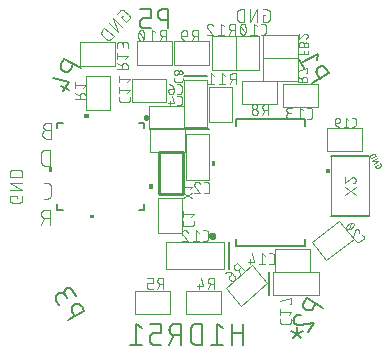
<source format=gbr>
G04 EAGLE Gerber RS-274X export*
G75*
%MOMM*%
%FSLAX34Y34*%
%LPD*%
%INSilkscreen Bottom*%
%IPPOS*%
%AMOC8*
5,1,8,0,0,1.08239X$1,22.5*%
G01*
%ADD10C,0.101600*%
%ADD11C,0.050800*%
%ADD12C,0.152400*%
%ADD13C,0.254000*%
%ADD14C,0.076200*%
%ADD15C,0.304800*%
%ADD16C,0.200000*%
%ADD17C,0.100000*%

G36*
X246420Y471457D02*
X246420Y471457D01*
X246422Y471457D01*
X246465Y471476D01*
X246509Y471495D01*
X246510Y471497D01*
X246512Y471498D01*
X246545Y471583D01*
X246545Y474123D01*
X246544Y474125D01*
X246544Y474127D01*
X246525Y474170D01*
X246506Y474213D01*
X246504Y474214D01*
X246503Y474216D01*
X246418Y474249D01*
X242608Y474249D01*
X242606Y474248D01*
X242604Y474249D01*
X242561Y474229D01*
X242518Y474211D01*
X242517Y474209D01*
X242515Y474208D01*
X242482Y474123D01*
X242482Y471583D01*
X242483Y471581D01*
X242482Y471579D01*
X242502Y471536D01*
X242520Y471492D01*
X242522Y471491D01*
X242523Y471489D01*
X242608Y471457D01*
X246418Y471457D01*
X246420Y471457D01*
G37*
G36*
X353697Y430748D02*
X353697Y430748D01*
X353699Y430747D01*
X353742Y430767D01*
X353786Y430785D01*
X353786Y430787D01*
X353788Y430788D01*
X353821Y430873D01*
X353821Y434683D01*
X353820Y434685D01*
X353821Y434687D01*
X353801Y434730D01*
X353783Y434774D01*
X353781Y434775D01*
X353780Y434777D01*
X353695Y434810D01*
X351155Y434810D01*
X351153Y434809D01*
X351151Y434809D01*
X351108Y434790D01*
X351064Y434771D01*
X351064Y434769D01*
X351062Y434768D01*
X351029Y434683D01*
X351029Y430873D01*
X351030Y430871D01*
X351029Y430869D01*
X351049Y430826D01*
X351067Y430783D01*
X351069Y430782D01*
X351070Y430780D01*
X351155Y430747D01*
X353695Y430747D01*
X353697Y430748D01*
G37*
G36*
X215870Y425903D02*
X215870Y425903D01*
X215872Y425903D01*
X215915Y425922D01*
X215959Y425941D01*
X215960Y425943D01*
X215962Y425944D01*
X215995Y426029D01*
X215995Y429839D01*
X215994Y429841D01*
X215994Y429843D01*
X215975Y429886D01*
X215956Y429929D01*
X215954Y429930D01*
X215953Y429932D01*
X215868Y429965D01*
X213328Y429965D01*
X213326Y429964D01*
X213324Y429965D01*
X213281Y429945D01*
X213238Y429927D01*
X213237Y429925D01*
X213235Y429924D01*
X213202Y429839D01*
X213202Y426029D01*
X213203Y426027D01*
X213202Y426025D01*
X213222Y425982D01*
X213240Y425938D01*
X213242Y425937D01*
X213243Y425935D01*
X213328Y425903D01*
X215868Y425903D01*
X215870Y425903D01*
G37*
G36*
X450471Y424248D02*
X450471Y424248D01*
X450473Y424247D01*
X450516Y424267D01*
X450560Y424285D01*
X450560Y424287D01*
X450562Y424288D01*
X450595Y424373D01*
X450595Y428183D01*
X450594Y428185D01*
X450595Y428187D01*
X450575Y428230D01*
X450557Y428274D01*
X450555Y428275D01*
X450554Y428277D01*
X450469Y428310D01*
X447929Y428310D01*
X447927Y428309D01*
X447925Y428309D01*
X447882Y428290D01*
X447838Y428271D01*
X447838Y428269D01*
X447836Y428268D01*
X447803Y428183D01*
X447803Y424373D01*
X447804Y424371D01*
X447803Y424369D01*
X447823Y424326D01*
X447841Y424283D01*
X447843Y424282D01*
X447844Y424280D01*
X447929Y424247D01*
X450469Y424247D01*
X450471Y424248D01*
G37*
G36*
X300706Y410900D02*
X300706Y410900D01*
X300708Y410900D01*
X300751Y410919D01*
X300795Y410938D01*
X300796Y410940D01*
X300798Y410941D01*
X300831Y411026D01*
X300831Y414836D01*
X300830Y414838D01*
X300830Y414840D01*
X300811Y414883D01*
X300792Y414926D01*
X300790Y414927D01*
X300789Y414929D01*
X300704Y414962D01*
X298164Y414962D01*
X298162Y414961D01*
X298160Y414962D01*
X298117Y414942D01*
X298074Y414924D01*
X298073Y414922D01*
X298071Y414921D01*
X298038Y414836D01*
X298038Y411026D01*
X298039Y411024D01*
X298038Y411022D01*
X298058Y410979D01*
X298076Y410935D01*
X298078Y410934D01*
X298079Y410932D01*
X298164Y410900D01*
X300704Y410900D01*
X300706Y410900D01*
G37*
G36*
X251421Y386621D02*
X251421Y386621D01*
X251423Y386621D01*
X251466Y386640D01*
X251510Y386659D01*
X251511Y386661D01*
X251513Y386662D01*
X251546Y386747D01*
X251546Y389287D01*
X251545Y389289D01*
X251545Y389291D01*
X251526Y389334D01*
X251507Y389377D01*
X251505Y389378D01*
X251504Y389380D01*
X251419Y389413D01*
X247609Y389413D01*
X247607Y389412D01*
X247605Y389413D01*
X247562Y389393D01*
X247519Y389375D01*
X247518Y389373D01*
X247516Y389372D01*
X247483Y389287D01*
X247483Y386747D01*
X247484Y386745D01*
X247483Y386743D01*
X247503Y386700D01*
X247521Y386656D01*
X247523Y386655D01*
X247524Y386653D01*
X247609Y386621D01*
X251419Y386621D01*
X251421Y386621D01*
G37*
D10*
X214682Y461087D02*
X211013Y461087D01*
X210893Y461085D01*
X210773Y461079D01*
X210653Y461069D01*
X210534Y461056D01*
X210415Y461038D01*
X210297Y461017D01*
X210180Y460991D01*
X210063Y460962D01*
X209948Y460929D01*
X209834Y460892D01*
X209721Y460852D01*
X209609Y460808D01*
X209499Y460760D01*
X209390Y460709D01*
X209283Y460654D01*
X209179Y460595D01*
X209076Y460534D01*
X208975Y460469D01*
X208876Y460400D01*
X208779Y460329D01*
X208685Y460254D01*
X208594Y460177D01*
X208505Y460096D01*
X208419Y460012D01*
X208335Y459926D01*
X208254Y459837D01*
X208177Y459746D01*
X208102Y459652D01*
X208031Y459555D01*
X207962Y459456D01*
X207897Y459355D01*
X207836Y459253D01*
X207777Y459148D01*
X207722Y459041D01*
X207671Y458932D01*
X207623Y458822D01*
X207579Y458710D01*
X207539Y458597D01*
X207502Y458483D01*
X207469Y458368D01*
X207440Y458251D01*
X207414Y458134D01*
X207393Y458016D01*
X207375Y457897D01*
X207362Y457778D01*
X207352Y457658D01*
X207346Y457538D01*
X207344Y457418D01*
X207346Y457298D01*
X207352Y457178D01*
X207362Y457058D01*
X207375Y456939D01*
X207393Y456820D01*
X207414Y456702D01*
X207440Y456585D01*
X207469Y456468D01*
X207502Y456353D01*
X207539Y456239D01*
X207579Y456126D01*
X207623Y456014D01*
X207671Y455904D01*
X207722Y455795D01*
X207777Y455688D01*
X207836Y455584D01*
X207897Y455481D01*
X207962Y455380D01*
X208031Y455281D01*
X208102Y455184D01*
X208177Y455090D01*
X208254Y454999D01*
X208335Y454910D01*
X208419Y454824D01*
X208505Y454740D01*
X208594Y454659D01*
X208685Y454582D01*
X208779Y454507D01*
X208876Y454436D01*
X208975Y454367D01*
X209076Y454302D01*
X209179Y454241D01*
X209283Y454182D01*
X209390Y454127D01*
X209499Y454076D01*
X209609Y454028D01*
X209721Y453984D01*
X209834Y453944D01*
X209948Y453907D01*
X210063Y453874D01*
X210180Y453845D01*
X210297Y453819D01*
X210415Y453798D01*
X210534Y453780D01*
X210653Y453767D01*
X210773Y453757D01*
X210893Y453751D01*
X211013Y453749D01*
X211013Y453750D02*
X214682Y453750D01*
X214682Y466958D01*
X211013Y466958D01*
X211013Y466957D02*
X210906Y466955D01*
X210799Y466949D01*
X210692Y466939D01*
X210586Y466926D01*
X210480Y466908D01*
X210375Y466887D01*
X210271Y466862D01*
X210167Y466833D01*
X210065Y466800D01*
X209965Y466763D01*
X209865Y466723D01*
X209767Y466679D01*
X209671Y466632D01*
X209577Y466581D01*
X209484Y466527D01*
X209394Y466470D01*
X209305Y466409D01*
X209219Y466345D01*
X209136Y466278D01*
X209054Y466208D01*
X208976Y466135D01*
X208900Y466059D01*
X208827Y465981D01*
X208757Y465899D01*
X208690Y465816D01*
X208626Y465730D01*
X208565Y465641D01*
X208508Y465551D01*
X208454Y465458D01*
X208403Y465364D01*
X208356Y465268D01*
X208312Y465170D01*
X208272Y465070D01*
X208235Y464970D01*
X208202Y464868D01*
X208173Y464764D01*
X208148Y464660D01*
X208127Y464555D01*
X208109Y464449D01*
X208096Y464343D01*
X208086Y464236D01*
X208080Y464129D01*
X208078Y464022D01*
X208080Y463915D01*
X208086Y463808D01*
X208096Y463701D01*
X208109Y463595D01*
X208127Y463489D01*
X208148Y463384D01*
X208173Y463280D01*
X208202Y463176D01*
X208235Y463074D01*
X208272Y462974D01*
X208312Y462874D01*
X208356Y462776D01*
X208403Y462680D01*
X208454Y462586D01*
X208508Y462493D01*
X208565Y462403D01*
X208626Y462314D01*
X208690Y462228D01*
X208757Y462145D01*
X208827Y462063D01*
X208900Y461985D01*
X208976Y461909D01*
X209054Y461836D01*
X209136Y461766D01*
X209219Y461699D01*
X209305Y461635D01*
X209394Y461574D01*
X209484Y461517D01*
X209577Y461463D01*
X209671Y461412D01*
X209767Y461365D01*
X209865Y461321D01*
X209965Y461281D01*
X210065Y461244D01*
X210167Y461211D01*
X210271Y461182D01*
X210375Y461157D01*
X210480Y461136D01*
X210586Y461118D01*
X210692Y461105D01*
X210799Y461095D01*
X210906Y461089D01*
X211013Y461087D01*
X213618Y393717D02*
X213618Y380509D01*
X213618Y393717D02*
X209949Y393717D01*
X209829Y393715D01*
X209709Y393709D01*
X209589Y393699D01*
X209470Y393686D01*
X209351Y393668D01*
X209233Y393647D01*
X209116Y393621D01*
X208999Y393592D01*
X208884Y393559D01*
X208770Y393522D01*
X208657Y393482D01*
X208545Y393438D01*
X208435Y393390D01*
X208326Y393339D01*
X208219Y393284D01*
X208115Y393225D01*
X208012Y393164D01*
X207911Y393099D01*
X207812Y393030D01*
X207715Y392959D01*
X207621Y392884D01*
X207530Y392807D01*
X207441Y392726D01*
X207355Y392642D01*
X207271Y392556D01*
X207190Y392467D01*
X207113Y392376D01*
X207038Y392282D01*
X206967Y392185D01*
X206898Y392086D01*
X206833Y391985D01*
X206772Y391883D01*
X206713Y391778D01*
X206658Y391671D01*
X206607Y391562D01*
X206559Y391452D01*
X206515Y391340D01*
X206475Y391227D01*
X206438Y391113D01*
X206405Y390998D01*
X206376Y390881D01*
X206350Y390764D01*
X206329Y390646D01*
X206311Y390527D01*
X206298Y390408D01*
X206288Y390288D01*
X206282Y390168D01*
X206280Y390048D01*
X206282Y389928D01*
X206288Y389808D01*
X206298Y389688D01*
X206311Y389569D01*
X206329Y389450D01*
X206350Y389332D01*
X206376Y389215D01*
X206405Y389098D01*
X206438Y388983D01*
X206475Y388869D01*
X206515Y388756D01*
X206559Y388644D01*
X206607Y388534D01*
X206658Y388425D01*
X206713Y388318D01*
X206772Y388214D01*
X206833Y388111D01*
X206898Y388010D01*
X206967Y387911D01*
X207038Y387814D01*
X207113Y387720D01*
X207190Y387629D01*
X207271Y387540D01*
X207355Y387454D01*
X207441Y387370D01*
X207530Y387289D01*
X207621Y387212D01*
X207715Y387137D01*
X207812Y387066D01*
X207911Y386997D01*
X208012Y386932D01*
X208115Y386871D01*
X208219Y386812D01*
X208326Y386757D01*
X208435Y386706D01*
X208545Y386658D01*
X208657Y386614D01*
X208770Y386574D01*
X208884Y386537D01*
X208999Y386504D01*
X209116Y386475D01*
X209233Y386449D01*
X209351Y386428D01*
X209470Y386410D01*
X209589Y386397D01*
X209709Y386387D01*
X209829Y386381D01*
X209949Y386379D01*
X213618Y386379D01*
X209215Y386379D02*
X206280Y380509D01*
X213544Y430896D02*
X213544Y444104D01*
X209875Y444104D01*
X209755Y444102D01*
X209635Y444096D01*
X209515Y444086D01*
X209396Y444073D01*
X209277Y444055D01*
X209159Y444034D01*
X209042Y444008D01*
X208925Y443979D01*
X208810Y443946D01*
X208696Y443909D01*
X208583Y443869D01*
X208471Y443825D01*
X208361Y443777D01*
X208252Y443726D01*
X208145Y443671D01*
X208041Y443612D01*
X207938Y443551D01*
X207837Y443486D01*
X207738Y443417D01*
X207641Y443346D01*
X207547Y443271D01*
X207456Y443194D01*
X207367Y443113D01*
X207281Y443029D01*
X207197Y442943D01*
X207116Y442854D01*
X207039Y442763D01*
X206964Y442669D01*
X206893Y442572D01*
X206824Y442473D01*
X206759Y442372D01*
X206698Y442270D01*
X206639Y442165D01*
X206584Y442058D01*
X206533Y441949D01*
X206485Y441839D01*
X206441Y441727D01*
X206401Y441614D01*
X206364Y441500D01*
X206331Y441385D01*
X206302Y441268D01*
X206276Y441151D01*
X206255Y441033D01*
X206237Y440914D01*
X206224Y440795D01*
X206214Y440675D01*
X206208Y440555D01*
X206206Y440435D01*
X206206Y434565D01*
X206208Y434445D01*
X206214Y434325D01*
X206224Y434205D01*
X206237Y434086D01*
X206255Y433967D01*
X206276Y433849D01*
X206302Y433732D01*
X206331Y433615D01*
X206364Y433500D01*
X206401Y433386D01*
X206441Y433273D01*
X206485Y433161D01*
X206533Y433051D01*
X206584Y432942D01*
X206639Y432835D01*
X206698Y432731D01*
X206759Y432628D01*
X206824Y432527D01*
X206893Y432428D01*
X206964Y432331D01*
X207039Y432237D01*
X207116Y432146D01*
X207197Y432057D01*
X207281Y431971D01*
X207367Y431887D01*
X207456Y431806D01*
X207547Y431729D01*
X207641Y431654D01*
X207738Y431583D01*
X207837Y431514D01*
X207938Y431449D01*
X208041Y431388D01*
X208145Y431329D01*
X208252Y431274D01*
X208361Y431223D01*
X208471Y431175D01*
X208583Y431131D01*
X208696Y431091D01*
X208810Y431054D01*
X208925Y431021D01*
X209042Y430992D01*
X209159Y430966D01*
X209277Y430945D01*
X209396Y430927D01*
X209515Y430914D01*
X209635Y430904D01*
X209755Y430898D01*
X209875Y430896D01*
X213544Y430896D01*
X211587Y402922D02*
X208652Y402922D01*
X211587Y402922D02*
X211694Y402924D01*
X211801Y402930D01*
X211908Y402940D01*
X212014Y402953D01*
X212120Y402971D01*
X212225Y402992D01*
X212329Y403017D01*
X212433Y403046D01*
X212535Y403079D01*
X212635Y403116D01*
X212735Y403156D01*
X212833Y403200D01*
X212929Y403247D01*
X213023Y403298D01*
X213116Y403352D01*
X213206Y403409D01*
X213295Y403470D01*
X213381Y403534D01*
X213464Y403601D01*
X213546Y403671D01*
X213624Y403744D01*
X213700Y403820D01*
X213773Y403898D01*
X213843Y403980D01*
X213910Y404063D01*
X213974Y404149D01*
X214035Y404238D01*
X214092Y404328D01*
X214146Y404421D01*
X214197Y404515D01*
X214245Y404611D01*
X214288Y404709D01*
X214328Y404809D01*
X214365Y404909D01*
X214398Y405011D01*
X214427Y405115D01*
X214452Y405219D01*
X214473Y405324D01*
X214491Y405430D01*
X214504Y405536D01*
X214514Y405643D01*
X214520Y405750D01*
X214522Y405857D01*
X214522Y413194D01*
X214520Y413301D01*
X214514Y413408D01*
X214504Y413515D01*
X214491Y413621D01*
X214473Y413727D01*
X214452Y413832D01*
X214427Y413936D01*
X214398Y414040D01*
X214365Y414142D01*
X214328Y414242D01*
X214288Y414342D01*
X214244Y414440D01*
X214197Y414536D01*
X214146Y414630D01*
X214092Y414723D01*
X214035Y414813D01*
X213974Y414902D01*
X213910Y414988D01*
X213843Y415071D01*
X213773Y415153D01*
X213700Y415231D01*
X213624Y415307D01*
X213546Y415380D01*
X213464Y415450D01*
X213381Y415517D01*
X213295Y415581D01*
X213206Y415642D01*
X213116Y415699D01*
X213023Y415753D01*
X212929Y415804D01*
X212833Y415851D01*
X212735Y415895D01*
X212636Y415935D01*
X212535Y415972D01*
X212433Y416005D01*
X212329Y416034D01*
X212225Y416059D01*
X212120Y416080D01*
X212014Y416098D01*
X211908Y416111D01*
X211801Y416121D01*
X211694Y416127D01*
X211587Y416129D01*
X211587Y416130D02*
X208652Y416130D01*
X274286Y556327D02*
X275452Y557613D01*
X274286Y556327D02*
X278572Y552441D01*
X280904Y555013D01*
X280965Y555083D01*
X281024Y555156D01*
X281079Y555231D01*
X281131Y555308D01*
X281180Y555387D01*
X281226Y555468D01*
X281269Y555551D01*
X281308Y555635D01*
X281344Y555722D01*
X281376Y555809D01*
X281405Y555898D01*
X281430Y555987D01*
X281452Y556078D01*
X281470Y556169D01*
X281484Y556262D01*
X281494Y556354D01*
X281501Y556447D01*
X281504Y556540D01*
X281503Y556633D01*
X281498Y556727D01*
X281490Y556819D01*
X281478Y556912D01*
X281462Y557004D01*
X281443Y557095D01*
X281420Y557185D01*
X281393Y557274D01*
X281363Y557363D01*
X281329Y557449D01*
X281292Y557535D01*
X281251Y557619D01*
X281207Y557701D01*
X281160Y557781D01*
X281109Y557859D01*
X281056Y557936D01*
X280999Y558010D01*
X280940Y558081D01*
X280877Y558151D01*
X280812Y558217D01*
X280744Y558281D01*
X280744Y558282D02*
X276458Y562168D01*
X276458Y562167D02*
X276386Y562230D01*
X276311Y562290D01*
X276234Y562346D01*
X276155Y562400D01*
X276073Y562450D01*
X275990Y562496D01*
X275905Y562539D01*
X275818Y562579D01*
X275729Y562615D01*
X275639Y562647D01*
X275548Y562676D01*
X275455Y562700D01*
X275362Y562721D01*
X275268Y562738D01*
X275173Y562751D01*
X275078Y562760D01*
X274982Y562766D01*
X274887Y562767D01*
X274791Y562764D01*
X274696Y562758D01*
X274601Y562747D01*
X274506Y562733D01*
X274412Y562714D01*
X274319Y562692D01*
X274227Y562666D01*
X274136Y562636D01*
X274047Y562602D01*
X273959Y562565D01*
X273872Y562524D01*
X273787Y562480D01*
X273705Y562432D01*
X273624Y562381D01*
X273545Y562326D01*
X273469Y562268D01*
X273395Y562208D01*
X273324Y562144D01*
X273256Y562077D01*
X273190Y562007D01*
X273189Y562008D02*
X270858Y559436D01*
X267373Y555594D02*
X275088Y548598D01*
X271202Y544312D02*
X267373Y555594D01*
X263487Y551308D02*
X271202Y544312D01*
X267717Y540470D02*
X260003Y547465D01*
X258059Y545322D01*
X257989Y545243D01*
X257923Y545161D01*
X257859Y545076D01*
X257799Y544990D01*
X257742Y544901D01*
X257688Y544810D01*
X257637Y544717D01*
X257590Y544622D01*
X257546Y544526D01*
X257506Y544428D01*
X257470Y544329D01*
X257437Y544229D01*
X257407Y544127D01*
X257382Y544025D01*
X257360Y543921D01*
X257342Y543817D01*
X257328Y543712D01*
X257318Y543607D01*
X257312Y543502D01*
X257309Y543396D01*
X257310Y543290D01*
X257316Y543185D01*
X257325Y543080D01*
X257337Y542975D01*
X257354Y542870D01*
X257375Y542767D01*
X257399Y542664D01*
X257427Y542562D01*
X257458Y542461D01*
X257494Y542362D01*
X257533Y542263D01*
X257575Y542167D01*
X257621Y542071D01*
X257671Y541978D01*
X257724Y541887D01*
X257780Y541797D01*
X257839Y541710D01*
X257902Y541624D01*
X257967Y541542D01*
X258036Y541461D01*
X258107Y541383D01*
X258182Y541308D01*
X258259Y541236D01*
X261688Y538127D01*
X261767Y538057D01*
X261849Y537991D01*
X261934Y537927D01*
X262020Y537867D01*
X262109Y537810D01*
X262200Y537756D01*
X262293Y537705D01*
X262388Y537658D01*
X262484Y537614D01*
X262582Y537574D01*
X262681Y537538D01*
X262781Y537505D01*
X262883Y537475D01*
X262985Y537450D01*
X263089Y537428D01*
X263193Y537410D01*
X263298Y537396D01*
X263403Y537386D01*
X263508Y537380D01*
X263614Y537377D01*
X263720Y537378D01*
X263825Y537384D01*
X263930Y537393D01*
X264035Y537405D01*
X264140Y537422D01*
X264243Y537443D01*
X264346Y537467D01*
X264448Y537495D01*
X264549Y537526D01*
X264648Y537562D01*
X264747Y537601D01*
X264843Y537643D01*
X264939Y537689D01*
X265032Y537739D01*
X265123Y537792D01*
X265213Y537848D01*
X265300Y537907D01*
X265386Y537970D01*
X265468Y538035D01*
X265549Y538104D01*
X265627Y538175D01*
X265702Y538250D01*
X265774Y538327D01*
X267717Y540470D01*
D11*
X491316Y431833D02*
X491680Y431164D01*
X491316Y431833D02*
X489084Y430621D01*
X489811Y429282D01*
X489842Y429229D01*
X489876Y429178D01*
X489913Y429129D01*
X489953Y429083D01*
X489996Y429039D01*
X490041Y428997D01*
X490089Y428958D01*
X490139Y428923D01*
X490191Y428890D01*
X490245Y428861D01*
X490300Y428835D01*
X490357Y428812D01*
X490415Y428793D01*
X490475Y428777D01*
X490535Y428765D01*
X490596Y428757D01*
X490657Y428752D01*
X490718Y428751D01*
X490780Y428754D01*
X490841Y428760D01*
X490901Y428770D01*
X490961Y428784D01*
X491020Y428801D01*
X491078Y428822D01*
X491134Y428846D01*
X491189Y428874D01*
X493421Y430086D01*
X493474Y430117D01*
X493525Y430151D01*
X493574Y430188D01*
X493620Y430228D01*
X493664Y430271D01*
X493706Y430316D01*
X493745Y430364D01*
X493780Y430414D01*
X493813Y430466D01*
X493842Y430520D01*
X493868Y430575D01*
X493891Y430632D01*
X493910Y430690D01*
X493926Y430750D01*
X493938Y430810D01*
X493946Y430871D01*
X493951Y430932D01*
X493952Y430993D01*
X493949Y431055D01*
X493943Y431116D01*
X493933Y431176D01*
X493919Y431236D01*
X493902Y431295D01*
X493881Y431353D01*
X493857Y431409D01*
X493829Y431464D01*
X493102Y432803D01*
X491987Y434856D02*
X487969Y432675D01*
X486757Y434907D02*
X491987Y434856D01*
X490775Y437089D02*
X486757Y434907D01*
X485642Y436961D02*
X489660Y439142D01*
X489054Y440258D01*
X489020Y440318D01*
X488982Y440375D01*
X488941Y440431D01*
X488898Y440484D01*
X488851Y440534D01*
X488802Y440583D01*
X488751Y440628D01*
X488696Y440671D01*
X488640Y440710D01*
X488582Y440747D01*
X488522Y440780D01*
X488460Y440810D01*
X488396Y440836D01*
X488332Y440859D01*
X488266Y440879D01*
X488199Y440895D01*
X488131Y440907D01*
X488063Y440916D01*
X487994Y440921D01*
X487925Y440922D01*
X487857Y440919D01*
X487788Y440913D01*
X487720Y440903D01*
X487653Y440890D01*
X487586Y440872D01*
X487521Y440851D01*
X487456Y440827D01*
X487393Y440799D01*
X487332Y440768D01*
X485546Y439799D01*
X485484Y439763D01*
X485425Y439724D01*
X485368Y439682D01*
X485313Y439636D01*
X485261Y439588D01*
X485211Y439536D01*
X485165Y439482D01*
X485122Y439426D01*
X485082Y439367D01*
X485045Y439306D01*
X485012Y439243D01*
X484982Y439178D01*
X484956Y439111D01*
X484934Y439044D01*
X484916Y438975D01*
X484902Y438905D01*
X484891Y438835D01*
X484885Y438764D01*
X484882Y438693D01*
X484884Y438621D01*
X484889Y438550D01*
X484898Y438480D01*
X484912Y438410D01*
X484929Y438341D01*
X484950Y438273D01*
X484975Y438206D01*
X485004Y438141D01*
X485036Y438077D01*
X485642Y436961D01*
D12*
X450198Y508963D02*
X436106Y500860D01*
X450198Y508963D02*
X447948Y512878D01*
X447879Y512993D01*
X447808Y513106D01*
X447733Y513217D01*
X447654Y513325D01*
X447573Y513432D01*
X447488Y513535D01*
X447400Y513636D01*
X447310Y513735D01*
X447216Y513830D01*
X447120Y513923D01*
X447021Y514013D01*
X446919Y514100D01*
X446815Y514184D01*
X446708Y514265D01*
X446599Y514343D01*
X446488Y514417D01*
X446375Y514489D01*
X446259Y514556D01*
X446142Y514620D01*
X446022Y514681D01*
X445901Y514738D01*
X445779Y514792D01*
X445655Y514842D01*
X445529Y514888D01*
X445402Y514930D01*
X445274Y514969D01*
X445145Y515004D01*
X445014Y515035D01*
X444883Y515062D01*
X444752Y515085D01*
X444619Y515105D01*
X444486Y515120D01*
X444353Y515132D01*
X444219Y515139D01*
X444085Y515143D01*
X443952Y515142D01*
X443818Y515138D01*
X443684Y515130D01*
X443551Y515117D01*
X443418Y515101D01*
X443286Y515081D01*
X443154Y515057D01*
X443023Y515029D01*
X442893Y514997D01*
X442764Y514961D01*
X442636Y514922D01*
X442510Y514878D01*
X442385Y514831D01*
X442261Y514781D01*
X442138Y514726D01*
X442018Y514668D01*
X441899Y514607D01*
X441782Y514542D01*
X441667Y514473D01*
X441554Y514402D01*
X441443Y514327D01*
X441335Y514248D01*
X441228Y514167D01*
X441125Y514082D01*
X441024Y513994D01*
X440925Y513904D01*
X440830Y513810D01*
X440737Y513714D01*
X440647Y513615D01*
X440560Y513513D01*
X440476Y513409D01*
X440395Y513302D01*
X440317Y513193D01*
X440243Y513082D01*
X440171Y512969D01*
X440104Y512853D01*
X440040Y512736D01*
X439979Y512616D01*
X439922Y512495D01*
X439868Y512373D01*
X439818Y512249D01*
X439772Y512123D01*
X439730Y511996D01*
X439691Y511868D01*
X439656Y511739D01*
X439625Y511609D01*
X439598Y511477D01*
X439575Y511346D01*
X439555Y511213D01*
X439540Y511080D01*
X439528Y510947D01*
X439521Y510813D01*
X439517Y510679D01*
X439518Y510546D01*
X439522Y510412D01*
X439530Y510278D01*
X439543Y510145D01*
X439559Y510012D01*
X439579Y509880D01*
X439603Y509748D01*
X439631Y509617D01*
X439663Y509487D01*
X439699Y509358D01*
X439738Y509230D01*
X439782Y509104D01*
X439829Y508979D01*
X439879Y508855D01*
X439934Y508732D01*
X439992Y508612D01*
X440053Y508493D01*
X440118Y508376D01*
X442369Y504461D01*
X439640Y520078D02*
X440520Y525794D01*
X426428Y517690D01*
X428679Y513776D02*
X424177Y521605D01*
X242949Y307967D02*
X228856Y299863D01*
X242949Y307967D02*
X240698Y311881D01*
X240629Y311996D01*
X240558Y312109D01*
X240483Y312220D01*
X240404Y312328D01*
X240323Y312435D01*
X240238Y312538D01*
X240150Y312639D01*
X240060Y312738D01*
X239966Y312833D01*
X239870Y312926D01*
X239771Y313016D01*
X239669Y313103D01*
X239565Y313187D01*
X239458Y313268D01*
X239349Y313346D01*
X239238Y313420D01*
X239125Y313492D01*
X239009Y313559D01*
X238892Y313623D01*
X238772Y313684D01*
X238651Y313741D01*
X238529Y313795D01*
X238405Y313845D01*
X238279Y313891D01*
X238152Y313933D01*
X238024Y313972D01*
X237895Y314007D01*
X237764Y314038D01*
X237633Y314065D01*
X237502Y314088D01*
X237369Y314108D01*
X237236Y314123D01*
X237103Y314135D01*
X236969Y314142D01*
X236835Y314146D01*
X236702Y314145D01*
X236568Y314141D01*
X236434Y314133D01*
X236301Y314120D01*
X236168Y314104D01*
X236036Y314084D01*
X235904Y314060D01*
X235773Y314032D01*
X235643Y314000D01*
X235514Y313964D01*
X235386Y313925D01*
X235260Y313881D01*
X235135Y313834D01*
X235011Y313784D01*
X234888Y313729D01*
X234768Y313671D01*
X234649Y313610D01*
X234532Y313545D01*
X234417Y313476D01*
X234304Y313405D01*
X234193Y313330D01*
X234085Y313251D01*
X233978Y313170D01*
X233875Y313085D01*
X233774Y312997D01*
X233675Y312907D01*
X233580Y312813D01*
X233487Y312717D01*
X233397Y312618D01*
X233310Y312516D01*
X233226Y312412D01*
X233145Y312305D01*
X233067Y312196D01*
X232993Y312085D01*
X232921Y311972D01*
X232854Y311856D01*
X232790Y311739D01*
X232729Y311619D01*
X232672Y311498D01*
X232618Y311376D01*
X232568Y311252D01*
X232522Y311126D01*
X232480Y310999D01*
X232441Y310871D01*
X232406Y310742D01*
X232375Y310612D01*
X232348Y310480D01*
X232325Y310349D01*
X232305Y310216D01*
X232290Y310083D01*
X232278Y309950D01*
X232271Y309816D01*
X232267Y309682D01*
X232268Y309549D01*
X232272Y309415D01*
X232280Y309281D01*
X232293Y309148D01*
X232309Y309015D01*
X232329Y308883D01*
X232353Y308751D01*
X232381Y308620D01*
X232413Y308490D01*
X232449Y308361D01*
X232488Y308233D01*
X232532Y308107D01*
X232579Y307982D01*
X232629Y307858D01*
X232684Y307735D01*
X232742Y307615D01*
X232803Y307496D01*
X232868Y307379D01*
X232869Y307379D02*
X235120Y303465D01*
X221429Y312779D02*
X219178Y316694D01*
X219113Y316811D01*
X219052Y316930D01*
X218994Y317050D01*
X218939Y317173D01*
X218889Y317297D01*
X218842Y317422D01*
X218798Y317548D01*
X218759Y317676D01*
X218723Y317805D01*
X218691Y317935D01*
X218663Y318066D01*
X218639Y318198D01*
X218619Y318330D01*
X218603Y318463D01*
X218590Y318596D01*
X218582Y318730D01*
X218578Y318864D01*
X218577Y318997D01*
X218581Y319131D01*
X218588Y319265D01*
X218600Y319398D01*
X218615Y319531D01*
X218635Y319664D01*
X218658Y319795D01*
X218685Y319926D01*
X218716Y320057D01*
X218751Y320186D01*
X218790Y320314D01*
X218832Y320441D01*
X218878Y320567D01*
X218928Y320691D01*
X218982Y320813D01*
X219039Y320934D01*
X219100Y321054D01*
X219164Y321171D01*
X219231Y321287D01*
X219303Y321400D01*
X219377Y321511D01*
X219455Y321620D01*
X219536Y321727D01*
X219620Y321831D01*
X219707Y321933D01*
X219797Y322032D01*
X219890Y322128D01*
X219985Y322222D01*
X220084Y322312D01*
X220185Y322400D01*
X220288Y322485D01*
X220395Y322566D01*
X220503Y322645D01*
X220614Y322720D01*
X220727Y322791D01*
X220842Y322860D01*
X220959Y322925D01*
X221078Y322986D01*
X221198Y323044D01*
X221321Y323099D01*
X221445Y323149D01*
X221570Y323196D01*
X221696Y323240D01*
X221824Y323279D01*
X221953Y323315D01*
X222083Y323347D01*
X222214Y323375D01*
X222346Y323399D01*
X222478Y323419D01*
X222611Y323435D01*
X222744Y323448D01*
X222878Y323456D01*
X223012Y323460D01*
X223145Y323461D01*
X223279Y323457D01*
X223413Y323450D01*
X223546Y323438D01*
X223679Y323423D01*
X223812Y323403D01*
X223943Y323380D01*
X224074Y323353D01*
X224205Y323322D01*
X224334Y323287D01*
X224462Y323248D01*
X224589Y323206D01*
X224715Y323160D01*
X224839Y323110D01*
X224961Y323056D01*
X225082Y322999D01*
X225202Y322938D01*
X225319Y322874D01*
X225435Y322807D01*
X225548Y322735D01*
X225659Y322661D01*
X225768Y322583D01*
X225875Y322502D01*
X225979Y322418D01*
X226081Y322331D01*
X226180Y322241D01*
X226276Y322148D01*
X226370Y322053D01*
X226460Y321954D01*
X226548Y321853D01*
X226633Y321750D01*
X226714Y321643D01*
X226793Y321535D01*
X226868Y321424D01*
X226939Y321311D01*
X227008Y321196D01*
X232820Y325580D02*
X235521Y320883D01*
X232820Y325580D02*
X232759Y325682D01*
X232694Y325783D01*
X232626Y325881D01*
X232555Y325977D01*
X232481Y326070D01*
X232404Y326161D01*
X232324Y326250D01*
X232240Y326336D01*
X232155Y326419D01*
X232066Y326499D01*
X231975Y326576D01*
X231881Y326650D01*
X231785Y326721D01*
X231686Y326788D01*
X231586Y326853D01*
X231483Y326914D01*
X231379Y326971D01*
X231272Y327026D01*
X231164Y327076D01*
X231054Y327123D01*
X230943Y327166D01*
X230830Y327206D01*
X230716Y327242D01*
X230601Y327274D01*
X230485Y327302D01*
X230368Y327327D01*
X230250Y327347D01*
X230132Y327364D01*
X230013Y327376D01*
X229894Y327385D01*
X229775Y327390D01*
X229655Y327391D01*
X229536Y327388D01*
X229417Y327381D01*
X229298Y327370D01*
X229179Y327355D01*
X229061Y327336D01*
X228944Y327313D01*
X228828Y327287D01*
X228712Y327256D01*
X228598Y327222D01*
X228485Y327184D01*
X228373Y327143D01*
X228262Y327097D01*
X228153Y327048D01*
X228046Y326996D01*
X227940Y326940D01*
X227837Y326880D01*
X227735Y326817D01*
X227636Y326751D01*
X227539Y326681D01*
X227444Y326609D01*
X227352Y326533D01*
X227262Y326454D01*
X227175Y326372D01*
X227091Y326288D01*
X227009Y326201D01*
X226930Y326111D01*
X226855Y326018D01*
X226782Y325923D01*
X226713Y325826D01*
X226647Y325726D01*
X226584Y325625D01*
X226525Y325521D01*
X226469Y325416D01*
X226417Y325308D01*
X226368Y325199D01*
X226323Y325089D01*
X226281Y324977D01*
X226244Y324863D01*
X226210Y324749D01*
X226179Y324633D01*
X226153Y324517D01*
X226131Y324399D01*
X226112Y324281D01*
X226097Y324163D01*
X226087Y324044D01*
X226080Y323925D01*
X226077Y323805D01*
X226078Y323686D01*
X226083Y323566D01*
X226092Y323447D01*
X226105Y323329D01*
X226122Y323210D01*
X226143Y323093D01*
X226167Y322976D01*
X226196Y322860D01*
X226228Y322745D01*
X226264Y322631D01*
X226304Y322518D01*
X226348Y322407D01*
X226395Y322297D01*
X226446Y322189D01*
X226500Y322083D01*
X226558Y321978D01*
X226557Y321979D02*
X228358Y318847D01*
X239927Y513264D02*
X225654Y521046D01*
X223493Y517081D01*
X223492Y517082D02*
X223430Y516964D01*
X223372Y516845D01*
X223317Y516725D01*
X223266Y516602D01*
X223218Y516479D01*
X223175Y516353D01*
X223134Y516227D01*
X223098Y516100D01*
X223065Y515971D01*
X223036Y515842D01*
X223011Y515712D01*
X222990Y515581D01*
X222972Y515449D01*
X222959Y515317D01*
X222949Y515185D01*
X222943Y515053D01*
X222941Y514920D01*
X222943Y514788D01*
X222949Y514655D01*
X222958Y514523D01*
X222972Y514391D01*
X222990Y514260D01*
X223011Y514129D01*
X223036Y513999D01*
X223065Y513869D01*
X223098Y513741D01*
X223134Y513613D01*
X223174Y513487D01*
X223218Y513362D01*
X223266Y513238D01*
X223317Y513116D01*
X223372Y512995D01*
X223430Y512876D01*
X223492Y512758D01*
X223557Y512643D01*
X223626Y512530D01*
X223697Y512418D01*
X223772Y512309D01*
X223851Y512202D01*
X223932Y512097D01*
X224016Y511995D01*
X224104Y511895D01*
X224194Y511798D01*
X224287Y511703D01*
X224383Y511612D01*
X224481Y511523D01*
X224582Y511437D01*
X224686Y511354D01*
X224792Y511274D01*
X224900Y511198D01*
X225010Y511124D01*
X225123Y511054D01*
X225237Y510987D01*
X225354Y510924D01*
X225472Y510864D01*
X225592Y510807D01*
X225713Y510754D01*
X225836Y510705D01*
X225961Y510659D01*
X226087Y510617D01*
X226213Y510579D01*
X226341Y510544D01*
X226470Y510513D01*
X226600Y510486D01*
X226731Y510463D01*
X226862Y510443D01*
X226994Y510428D01*
X227126Y510416D01*
X227258Y510408D01*
X227391Y510404D01*
X227523Y510404D01*
X227656Y510408D01*
X227788Y510416D01*
X227920Y510428D01*
X228052Y510443D01*
X228183Y510463D01*
X228313Y510486D01*
X228443Y510513D01*
X228572Y510544D01*
X228700Y510578D01*
X228827Y510617D01*
X228953Y510659D01*
X229077Y510705D01*
X229200Y510754D01*
X229322Y510807D01*
X229442Y510864D01*
X229560Y510924D01*
X229676Y510987D01*
X229791Y511054D01*
X229903Y511124D01*
X230014Y511198D01*
X230122Y511274D01*
X230228Y511354D01*
X230331Y511437D01*
X230432Y511523D01*
X230531Y511612D01*
X230627Y511703D01*
X230720Y511798D01*
X230810Y511895D01*
X230897Y511995D01*
X230982Y512097D01*
X231063Y512202D01*
X231141Y512309D01*
X231216Y512418D01*
X231288Y512529D01*
X231357Y512643D01*
X231422Y512758D01*
X233583Y516723D01*
X229623Y501912D02*
X216793Y504793D01*
X229623Y501912D02*
X225300Y493983D01*
X223425Y498091D02*
X229768Y494633D01*
X314046Y547157D02*
X314046Y563413D01*
X309530Y563413D01*
X309397Y563411D01*
X309265Y563405D01*
X309133Y563395D01*
X309001Y563382D01*
X308869Y563364D01*
X308739Y563343D01*
X308608Y563318D01*
X308479Y563289D01*
X308351Y563256D01*
X308223Y563220D01*
X308097Y563180D01*
X307972Y563136D01*
X307848Y563088D01*
X307726Y563037D01*
X307605Y562982D01*
X307486Y562924D01*
X307368Y562862D01*
X307253Y562797D01*
X307139Y562728D01*
X307028Y562657D01*
X306919Y562581D01*
X306812Y562503D01*
X306707Y562422D01*
X306605Y562337D01*
X306505Y562250D01*
X306408Y562160D01*
X306313Y562067D01*
X306222Y561971D01*
X306133Y561873D01*
X306047Y561772D01*
X305964Y561668D01*
X305884Y561562D01*
X305808Y561454D01*
X305734Y561344D01*
X305664Y561231D01*
X305597Y561117D01*
X305534Y561000D01*
X305474Y560882D01*
X305417Y560762D01*
X305364Y560640D01*
X305315Y560517D01*
X305269Y560393D01*
X305227Y560267D01*
X305189Y560140D01*
X305154Y560012D01*
X305123Y559883D01*
X305096Y559754D01*
X305073Y559623D01*
X305053Y559492D01*
X305038Y559360D01*
X305026Y559228D01*
X305018Y559096D01*
X305014Y558963D01*
X305014Y558831D01*
X305018Y558698D01*
X305026Y558566D01*
X305038Y558434D01*
X305053Y558302D01*
X305073Y558171D01*
X305096Y558040D01*
X305123Y557911D01*
X305154Y557782D01*
X305189Y557654D01*
X305227Y557527D01*
X305269Y557401D01*
X305315Y557277D01*
X305364Y557154D01*
X305417Y557032D01*
X305474Y556912D01*
X305534Y556794D01*
X305597Y556677D01*
X305664Y556563D01*
X305734Y556450D01*
X305808Y556340D01*
X305884Y556232D01*
X305964Y556126D01*
X306047Y556022D01*
X306133Y555921D01*
X306222Y555823D01*
X306313Y555727D01*
X306408Y555634D01*
X306505Y555544D01*
X306605Y555457D01*
X306707Y555372D01*
X306812Y555291D01*
X306919Y555213D01*
X307028Y555137D01*
X307139Y555066D01*
X307253Y554997D01*
X307368Y554932D01*
X307486Y554870D01*
X307605Y554812D01*
X307726Y554757D01*
X307848Y554706D01*
X307972Y554658D01*
X308097Y554614D01*
X308223Y554574D01*
X308351Y554538D01*
X308479Y554505D01*
X308608Y554476D01*
X308739Y554451D01*
X308869Y554430D01*
X309001Y554412D01*
X309133Y554399D01*
X309265Y554389D01*
X309397Y554383D01*
X309530Y554381D01*
X309530Y554382D02*
X314046Y554382D01*
X299147Y547157D02*
X293728Y547157D01*
X293610Y547159D01*
X293492Y547165D01*
X293374Y547174D01*
X293257Y547188D01*
X293140Y547205D01*
X293023Y547226D01*
X292908Y547251D01*
X292793Y547280D01*
X292679Y547313D01*
X292567Y547349D01*
X292456Y547389D01*
X292346Y547432D01*
X292237Y547479D01*
X292130Y547529D01*
X292025Y547584D01*
X291922Y547641D01*
X291821Y547702D01*
X291721Y547766D01*
X291624Y547833D01*
X291529Y547903D01*
X291437Y547977D01*
X291346Y548053D01*
X291259Y548133D01*
X291174Y548215D01*
X291092Y548300D01*
X291012Y548387D01*
X290936Y548478D01*
X290862Y548570D01*
X290792Y548665D01*
X290725Y548762D01*
X290661Y548862D01*
X290600Y548963D01*
X290543Y549066D01*
X290488Y549171D01*
X290438Y549278D01*
X290391Y549387D01*
X290348Y549497D01*
X290308Y549608D01*
X290272Y549720D01*
X290239Y549834D01*
X290210Y549949D01*
X290185Y550064D01*
X290164Y550181D01*
X290147Y550298D01*
X290133Y550415D01*
X290124Y550533D01*
X290118Y550651D01*
X290116Y550769D01*
X290116Y552575D01*
X290118Y552693D01*
X290124Y552811D01*
X290133Y552929D01*
X290147Y553046D01*
X290164Y553163D01*
X290185Y553280D01*
X290210Y553395D01*
X290239Y553510D01*
X290272Y553624D01*
X290308Y553736D01*
X290348Y553847D01*
X290391Y553957D01*
X290438Y554066D01*
X290488Y554173D01*
X290543Y554278D01*
X290600Y554381D01*
X290661Y554482D01*
X290725Y554582D01*
X290792Y554679D01*
X290862Y554774D01*
X290936Y554866D01*
X291012Y554957D01*
X291092Y555044D01*
X291174Y555129D01*
X291259Y555211D01*
X291346Y555291D01*
X291437Y555367D01*
X291529Y555441D01*
X291624Y555511D01*
X291721Y555578D01*
X291821Y555642D01*
X291922Y555703D01*
X292025Y555760D01*
X292130Y555815D01*
X292237Y555865D01*
X292346Y555912D01*
X292456Y555955D01*
X292567Y555995D01*
X292679Y556031D01*
X292793Y556064D01*
X292908Y556093D01*
X293023Y556118D01*
X293140Y556139D01*
X293257Y556156D01*
X293374Y556170D01*
X293492Y556179D01*
X293610Y556185D01*
X293728Y556187D01*
X293728Y556188D02*
X299147Y556188D01*
X299147Y563413D01*
X290116Y563413D01*
X377497Y297100D02*
X377497Y279320D01*
X377497Y289198D02*
X367619Y289198D01*
X367619Y297100D02*
X367619Y279320D01*
X360188Y293149D02*
X355249Y297100D01*
X355249Y279320D01*
X360188Y279320D02*
X350310Y279320D01*
X342879Y279320D02*
X342879Y297100D01*
X337940Y297100D01*
X337801Y297098D01*
X337663Y297092D01*
X337525Y297083D01*
X337387Y297069D01*
X337250Y297052D01*
X337113Y297030D01*
X336976Y297005D01*
X336841Y296976D01*
X336706Y296943D01*
X336573Y296907D01*
X336440Y296867D01*
X336309Y296823D01*
X336179Y296775D01*
X336050Y296724D01*
X335923Y296669D01*
X335797Y296611D01*
X335673Y296549D01*
X335551Y296484D01*
X335431Y296415D01*
X335312Y296343D01*
X335196Y296268D01*
X335082Y296189D01*
X334970Y296107D01*
X334861Y296022D01*
X334753Y295935D01*
X334649Y295844D01*
X334547Y295750D01*
X334448Y295653D01*
X334351Y295554D01*
X334257Y295452D01*
X334166Y295348D01*
X334079Y295240D01*
X333994Y295131D01*
X333912Y295019D01*
X333833Y294905D01*
X333758Y294789D01*
X333686Y294670D01*
X333617Y294550D01*
X333552Y294428D01*
X333490Y294304D01*
X333432Y294178D01*
X333377Y294051D01*
X333326Y293922D01*
X333278Y293792D01*
X333234Y293661D01*
X333194Y293528D01*
X333158Y293395D01*
X333125Y293260D01*
X333096Y293125D01*
X333071Y292988D01*
X333049Y292851D01*
X333032Y292714D01*
X333018Y292576D01*
X333009Y292438D01*
X333003Y292300D01*
X333001Y292161D01*
X333001Y284259D01*
X333003Y284120D01*
X333009Y283982D01*
X333018Y283844D01*
X333032Y283706D01*
X333049Y283569D01*
X333071Y283432D01*
X333096Y283295D01*
X333125Y283160D01*
X333158Y283025D01*
X333194Y282892D01*
X333234Y282759D01*
X333278Y282628D01*
X333326Y282498D01*
X333377Y282369D01*
X333432Y282242D01*
X333490Y282116D01*
X333552Y281992D01*
X333617Y281870D01*
X333686Y281750D01*
X333758Y281631D01*
X333833Y281515D01*
X333912Y281401D01*
X333994Y281289D01*
X334079Y281180D01*
X334166Y281072D01*
X334257Y280968D01*
X334351Y280866D01*
X334448Y280767D01*
X334547Y280670D01*
X334649Y280576D01*
X334753Y280485D01*
X334861Y280398D01*
X334970Y280313D01*
X335082Y280231D01*
X335196Y280152D01*
X335312Y280077D01*
X335431Y280005D01*
X335551Y279936D01*
X335673Y279871D01*
X335797Y279809D01*
X335923Y279751D01*
X336050Y279696D01*
X336179Y279645D01*
X336309Y279597D01*
X336440Y279553D01*
X336573Y279513D01*
X336706Y279477D01*
X336841Y279444D01*
X336976Y279415D01*
X337113Y279390D01*
X337250Y279368D01*
X337387Y279351D01*
X337525Y279337D01*
X337663Y279328D01*
X337801Y279322D01*
X337940Y279320D01*
X342879Y279320D01*
X324927Y279320D02*
X324927Y297100D01*
X319988Y297100D01*
X319848Y297098D01*
X319709Y297092D01*
X319569Y297082D01*
X319430Y297068D01*
X319291Y297051D01*
X319153Y297029D01*
X319016Y297003D01*
X318879Y296974D01*
X318743Y296941D01*
X318609Y296904D01*
X318475Y296863D01*
X318343Y296818D01*
X318211Y296769D01*
X318082Y296717D01*
X317954Y296662D01*
X317827Y296602D01*
X317702Y296539D01*
X317579Y296473D01*
X317458Y296403D01*
X317339Y296330D01*
X317222Y296253D01*
X317108Y296173D01*
X316995Y296090D01*
X316885Y296004D01*
X316778Y295914D01*
X316673Y295822D01*
X316571Y295727D01*
X316471Y295629D01*
X316374Y295528D01*
X316280Y295424D01*
X316190Y295318D01*
X316102Y295209D01*
X316017Y295098D01*
X315936Y294984D01*
X315857Y294869D01*
X315782Y294751D01*
X315711Y294631D01*
X315643Y294508D01*
X315578Y294385D01*
X315517Y294259D01*
X315459Y294131D01*
X315405Y294003D01*
X315355Y293872D01*
X315308Y293740D01*
X315265Y293607D01*
X315226Y293473D01*
X315191Y293338D01*
X315160Y293202D01*
X315132Y293064D01*
X315109Y292927D01*
X315089Y292788D01*
X315073Y292649D01*
X315061Y292510D01*
X315053Y292371D01*
X315049Y292231D01*
X315049Y292091D01*
X315053Y291951D01*
X315061Y291812D01*
X315073Y291673D01*
X315089Y291534D01*
X315109Y291395D01*
X315132Y291258D01*
X315160Y291120D01*
X315191Y290984D01*
X315226Y290849D01*
X315265Y290715D01*
X315308Y290582D01*
X315355Y290450D01*
X315405Y290319D01*
X315459Y290191D01*
X315517Y290063D01*
X315578Y289937D01*
X315643Y289814D01*
X315711Y289692D01*
X315782Y289571D01*
X315857Y289453D01*
X315936Y289338D01*
X316017Y289224D01*
X316102Y289113D01*
X316190Y289004D01*
X316280Y288898D01*
X316374Y288794D01*
X316471Y288693D01*
X316571Y288595D01*
X316673Y288500D01*
X316778Y288408D01*
X316885Y288318D01*
X316995Y288232D01*
X317108Y288149D01*
X317222Y288069D01*
X317339Y287992D01*
X317458Y287919D01*
X317579Y287849D01*
X317702Y287783D01*
X317827Y287720D01*
X317954Y287660D01*
X318082Y287605D01*
X318211Y287553D01*
X318343Y287504D01*
X318475Y287459D01*
X318609Y287418D01*
X318743Y287381D01*
X318879Y287348D01*
X319016Y287319D01*
X319153Y287293D01*
X319291Y287271D01*
X319430Y287254D01*
X319569Y287240D01*
X319709Y287230D01*
X319848Y287224D01*
X319988Y287222D01*
X324927Y287222D01*
X319000Y287222D02*
X315049Y279320D01*
X308262Y279320D02*
X302335Y279320D01*
X302211Y279322D01*
X302087Y279328D01*
X301963Y279338D01*
X301840Y279351D01*
X301717Y279369D01*
X301595Y279390D01*
X301473Y279415D01*
X301352Y279444D01*
X301233Y279477D01*
X301114Y279513D01*
X300997Y279554D01*
X300881Y279597D01*
X300766Y279645D01*
X300653Y279696D01*
X300541Y279751D01*
X300432Y279809D01*
X300324Y279870D01*
X300218Y279935D01*
X300114Y280003D01*
X300013Y280075D01*
X299913Y280149D01*
X299817Y280227D01*
X299722Y280307D01*
X299630Y280391D01*
X299541Y280477D01*
X299455Y280566D01*
X299371Y280658D01*
X299291Y280753D01*
X299213Y280849D01*
X299139Y280949D01*
X299067Y281050D01*
X298999Y281154D01*
X298934Y281260D01*
X298873Y281368D01*
X298815Y281477D01*
X298760Y281589D01*
X298709Y281702D01*
X298661Y281817D01*
X298618Y281933D01*
X298577Y282050D01*
X298541Y282169D01*
X298508Y282288D01*
X298479Y282409D01*
X298454Y282531D01*
X298433Y282653D01*
X298415Y282776D01*
X298402Y282899D01*
X298392Y283023D01*
X298386Y283147D01*
X298384Y283271D01*
X298384Y285247D01*
X298386Y285371D01*
X298392Y285495D01*
X298402Y285619D01*
X298415Y285742D01*
X298433Y285865D01*
X298454Y285987D01*
X298479Y286109D01*
X298508Y286230D01*
X298541Y286349D01*
X298577Y286468D01*
X298618Y286585D01*
X298661Y286701D01*
X298709Y286816D01*
X298760Y286929D01*
X298815Y287041D01*
X298873Y287150D01*
X298934Y287258D01*
X298999Y287364D01*
X299067Y287468D01*
X299139Y287569D01*
X299213Y287669D01*
X299291Y287765D01*
X299371Y287860D01*
X299455Y287952D01*
X299541Y288041D01*
X299630Y288127D01*
X299722Y288211D01*
X299817Y288291D01*
X299913Y288369D01*
X300013Y288443D01*
X300114Y288515D01*
X300218Y288583D01*
X300324Y288648D01*
X300432Y288709D01*
X300541Y288767D01*
X300653Y288822D01*
X300766Y288873D01*
X300881Y288921D01*
X300997Y288964D01*
X301114Y289005D01*
X301233Y289041D01*
X301352Y289074D01*
X301473Y289103D01*
X301595Y289128D01*
X301717Y289149D01*
X301840Y289167D01*
X301963Y289180D01*
X302087Y289190D01*
X302211Y289196D01*
X302335Y289198D01*
X308262Y289198D01*
X308262Y297100D01*
X298384Y297100D01*
X291511Y293149D02*
X286572Y297100D01*
X286572Y279320D01*
X291511Y279320D02*
X281633Y279320D01*
X431513Y319091D02*
X445147Y310237D01*
X431513Y319091D02*
X429054Y315304D01*
X428983Y315191D01*
X428916Y315077D01*
X428852Y314961D01*
X428791Y314843D01*
X428735Y314723D01*
X428681Y314602D01*
X428631Y314479D01*
X428585Y314355D01*
X428543Y314229D01*
X428504Y314102D01*
X428469Y313974D01*
X428437Y313846D01*
X428410Y313716D01*
X428386Y313585D01*
X428366Y313454D01*
X428350Y313323D01*
X428338Y313191D01*
X428330Y313058D01*
X428326Y312926D01*
X428325Y312793D01*
X428329Y312661D01*
X428336Y312528D01*
X428347Y312396D01*
X428362Y312264D01*
X428381Y312133D01*
X428404Y312003D01*
X428431Y311873D01*
X428461Y311744D01*
X428495Y311616D01*
X428533Y311488D01*
X428575Y311363D01*
X428620Y311238D01*
X428669Y311115D01*
X428722Y310993D01*
X428778Y310873D01*
X428837Y310755D01*
X428901Y310638D01*
X428967Y310523D01*
X429037Y310410D01*
X429110Y310300D01*
X429186Y310191D01*
X429266Y310085D01*
X429348Y309981D01*
X429434Y309880D01*
X429522Y309781D01*
X429614Y309685D01*
X429708Y309592D01*
X429804Y309501D01*
X429904Y309414D01*
X430006Y309329D01*
X430110Y309247D01*
X430217Y309169D01*
X430326Y309093D01*
X430437Y309021D01*
X430551Y308952D01*
X430666Y308886D01*
X430783Y308824D01*
X430902Y308766D01*
X431022Y308710D01*
X431144Y308659D01*
X431268Y308611D01*
X431393Y308566D01*
X431519Y308526D01*
X431647Y308489D01*
X431775Y308456D01*
X431904Y308426D01*
X432034Y308401D01*
X432165Y308379D01*
X432296Y308361D01*
X432428Y308347D01*
X432561Y308337D01*
X432693Y308330D01*
X432826Y308328D01*
X432958Y308330D01*
X433091Y308335D01*
X433223Y308344D01*
X433355Y308357D01*
X433486Y308374D01*
X433617Y308395D01*
X433747Y308420D01*
X433877Y308448D01*
X434006Y308481D01*
X434133Y308517D01*
X434260Y308557D01*
X434385Y308600D01*
X434509Y308647D01*
X434631Y308698D01*
X434752Y308752D01*
X434872Y308810D01*
X434989Y308872D01*
X435105Y308936D01*
X435218Y309004D01*
X435330Y309076D01*
X435440Y309151D01*
X435547Y309229D01*
X435652Y309310D01*
X435755Y309394D01*
X435855Y309481D01*
X435952Y309571D01*
X436047Y309663D01*
X436139Y309759D01*
X436228Y309857D01*
X436314Y309958D01*
X436397Y310061D01*
X436478Y310166D01*
X436555Y310274D01*
X436628Y310384D01*
X436628Y310385D02*
X439087Y314172D01*
X420694Y302429D02*
X420627Y302323D01*
X420564Y302215D01*
X420504Y302105D01*
X420447Y301994D01*
X420394Y301880D01*
X420345Y301765D01*
X420299Y301649D01*
X420257Y301531D01*
X420218Y301412D01*
X420183Y301292D01*
X420152Y301171D01*
X420124Y301049D01*
X420100Y300926D01*
X420081Y300802D01*
X420064Y300678D01*
X420052Y300554D01*
X420044Y300429D01*
X420039Y300304D01*
X420038Y300178D01*
X420041Y300053D01*
X420048Y299928D01*
X420059Y299804D01*
X420074Y299679D01*
X420092Y299556D01*
X420114Y299432D01*
X420140Y299310D01*
X420170Y299188D01*
X420204Y299068D01*
X420241Y298948D01*
X420282Y298830D01*
X420326Y298713D01*
X420374Y298597D01*
X420426Y298483D01*
X420481Y298371D01*
X420539Y298260D01*
X420601Y298152D01*
X420667Y298045D01*
X420735Y297940D01*
X420807Y297837D01*
X420882Y297737D01*
X420959Y297639D01*
X421040Y297544D01*
X421124Y297450D01*
X421211Y297360D01*
X421300Y297272D01*
X421392Y297188D01*
X421486Y297106D01*
X421584Y297026D01*
X421683Y296950D01*
X421785Y296877D01*
X421889Y296808D01*
X420693Y302430D02*
X420773Y302548D01*
X420855Y302665D01*
X420941Y302779D01*
X421030Y302890D01*
X421122Y303000D01*
X421216Y303106D01*
X421314Y303210D01*
X421415Y303312D01*
X421518Y303410D01*
X421624Y303506D01*
X421732Y303599D01*
X421843Y303689D01*
X421956Y303776D01*
X422072Y303859D01*
X422190Y303940D01*
X422310Y304017D01*
X422432Y304091D01*
X422556Y304161D01*
X422682Y304228D01*
X422810Y304292D01*
X422940Y304352D01*
X423071Y304408D01*
X423203Y304461D01*
X423337Y304510D01*
X423473Y304556D01*
X423609Y304598D01*
X423747Y304636D01*
X423885Y304670D01*
X424025Y304701D01*
X424165Y304728D01*
X424306Y304750D01*
X424447Y304769D01*
X424589Y304785D01*
X424731Y304796D01*
X424874Y304803D01*
X425017Y304807D01*
X425159Y304806D01*
X425302Y304802D01*
X425444Y304794D01*
X425587Y304782D01*
X425728Y304766D01*
X425870Y304746D01*
X426011Y304722D01*
X426151Y304694D01*
X426290Y304663D01*
X426428Y304628D01*
X425277Y296222D02*
X425149Y296193D01*
X425021Y296169D01*
X424892Y296148D01*
X424762Y296131D01*
X424632Y296118D01*
X424501Y296109D01*
X424370Y296104D01*
X424239Y296103D01*
X424108Y296106D01*
X423978Y296113D01*
X423847Y296123D01*
X423717Y296138D01*
X423587Y296156D01*
X423458Y296178D01*
X423330Y296204D01*
X423203Y296234D01*
X423076Y296268D01*
X422951Y296306D01*
X422827Y296347D01*
X422704Y296392D01*
X422582Y296441D01*
X422462Y296493D01*
X422344Y296549D01*
X422227Y296608D01*
X422112Y296671D01*
X422000Y296738D01*
X421889Y296807D01*
X425277Y296222D02*
X437032Y297741D01*
X432113Y290167D01*
X423034Y288714D02*
X423034Y294133D01*
X423034Y288714D02*
X419873Y284650D01*
X423034Y288714D02*
X426195Y284650D01*
X423034Y288714D02*
X418067Y290521D01*
X423034Y288714D02*
X428001Y290521D01*
D10*
X395774Y558463D02*
X394038Y558463D01*
X394038Y552678D01*
X397510Y552678D01*
X397603Y552680D01*
X397696Y552686D01*
X397789Y552695D01*
X397881Y552708D01*
X397973Y552725D01*
X398064Y552745D01*
X398154Y552769D01*
X398243Y552797D01*
X398331Y552828D01*
X398417Y552863D01*
X398502Y552901D01*
X398585Y552943D01*
X398667Y552988D01*
X398747Y553036D01*
X398825Y553088D01*
X398900Y553142D01*
X398973Y553200D01*
X399044Y553260D01*
X399113Y553323D01*
X399179Y553389D01*
X399242Y553458D01*
X399302Y553529D01*
X399360Y553602D01*
X399414Y553678D01*
X399466Y553755D01*
X399514Y553835D01*
X399559Y553917D01*
X399601Y554000D01*
X399639Y554085D01*
X399674Y554171D01*
X399705Y554259D01*
X399733Y554348D01*
X399757Y554438D01*
X399777Y554529D01*
X399794Y554621D01*
X399807Y554713D01*
X399816Y554806D01*
X399822Y554899D01*
X399824Y554992D01*
X399824Y560777D01*
X399822Y560873D01*
X399816Y560968D01*
X399806Y561063D01*
X399792Y561158D01*
X399775Y561252D01*
X399753Y561345D01*
X399728Y561437D01*
X399699Y561528D01*
X399666Y561618D01*
X399629Y561707D01*
X399589Y561793D01*
X399545Y561878D01*
X399498Y561961D01*
X399447Y562043D01*
X399393Y562122D01*
X399336Y562198D01*
X399276Y562273D01*
X399212Y562344D01*
X399146Y562413D01*
X399077Y562479D01*
X399006Y562543D01*
X398931Y562603D01*
X398855Y562660D01*
X398776Y562714D01*
X398695Y562765D01*
X398611Y562812D01*
X398526Y562856D01*
X398440Y562896D01*
X398351Y562933D01*
X398261Y562966D01*
X398170Y562995D01*
X398078Y563020D01*
X397985Y563042D01*
X397891Y563059D01*
X397796Y563073D01*
X397701Y563083D01*
X397606Y563089D01*
X397510Y563091D01*
X397510Y563092D02*
X394038Y563092D01*
X388851Y563092D02*
X388851Y552678D01*
X383065Y552678D02*
X388851Y563092D01*
X383065Y563092D02*
X383065Y552678D01*
X377878Y552678D02*
X377878Y563092D01*
X374985Y563092D01*
X374879Y563090D01*
X374774Y563084D01*
X374669Y563075D01*
X374564Y563061D01*
X374460Y563044D01*
X374356Y563023D01*
X374253Y562998D01*
X374152Y562969D01*
X374051Y562937D01*
X373952Y562901D01*
X373854Y562862D01*
X373757Y562818D01*
X373662Y562772D01*
X373569Y562722D01*
X373478Y562668D01*
X373389Y562612D01*
X373302Y562552D01*
X373217Y562489D01*
X373134Y562423D01*
X373054Y562354D01*
X372977Y562282D01*
X372902Y562207D01*
X372830Y562130D01*
X372761Y562050D01*
X372695Y561967D01*
X372632Y561882D01*
X372572Y561795D01*
X372516Y561706D01*
X372462Y561615D01*
X372412Y561522D01*
X372366Y561427D01*
X372322Y561330D01*
X372283Y561232D01*
X372247Y561133D01*
X372215Y561032D01*
X372186Y560931D01*
X372161Y560828D01*
X372140Y560725D01*
X372123Y560620D01*
X372109Y560515D01*
X372100Y560410D01*
X372094Y560305D01*
X372092Y560199D01*
X372093Y560199D02*
X372093Y555570D01*
X372092Y555570D02*
X372094Y555464D01*
X372100Y555359D01*
X372109Y555254D01*
X372123Y555149D01*
X372140Y555045D01*
X372161Y554941D01*
X372186Y554838D01*
X372215Y554737D01*
X372247Y554636D01*
X372283Y554537D01*
X372322Y554439D01*
X372366Y554342D01*
X372412Y554247D01*
X372462Y554154D01*
X372516Y554063D01*
X372572Y553974D01*
X372632Y553887D01*
X372695Y553802D01*
X372761Y553719D01*
X372830Y553639D01*
X372902Y553562D01*
X372977Y553487D01*
X373054Y553415D01*
X373134Y553346D01*
X373217Y553280D01*
X373302Y553217D01*
X373389Y553157D01*
X373478Y553101D01*
X373569Y553047D01*
X373662Y552997D01*
X373757Y552951D01*
X373854Y552907D01*
X373952Y552868D01*
X374051Y552832D01*
X374152Y552800D01*
X374253Y552771D01*
X374356Y552746D01*
X374460Y552725D01*
X374564Y552708D01*
X374669Y552694D01*
X374774Y552685D01*
X374879Y552679D01*
X374985Y552677D01*
X374985Y552678D02*
X377878Y552678D01*
X185718Y405342D02*
X185718Y403606D01*
X185718Y405342D02*
X179932Y405342D01*
X179932Y401871D01*
X179933Y401871D02*
X179935Y401778D01*
X179941Y401685D01*
X179950Y401592D01*
X179963Y401500D01*
X179980Y401408D01*
X180000Y401317D01*
X180024Y401227D01*
X180052Y401138D01*
X180083Y401050D01*
X180118Y400964D01*
X180156Y400879D01*
X180198Y400796D01*
X180243Y400714D01*
X180291Y400634D01*
X180343Y400556D01*
X180397Y400481D01*
X180455Y400408D01*
X180515Y400337D01*
X180578Y400268D01*
X180644Y400202D01*
X180713Y400139D01*
X180784Y400079D01*
X180857Y400021D01*
X180932Y399967D01*
X181010Y399915D01*
X181090Y399867D01*
X181172Y399822D01*
X181255Y399780D01*
X181340Y399742D01*
X181426Y399707D01*
X181514Y399676D01*
X181603Y399648D01*
X181693Y399624D01*
X181784Y399604D01*
X181876Y399587D01*
X181968Y399574D01*
X182061Y399565D01*
X182154Y399559D01*
X182247Y399557D01*
X188032Y399557D01*
X188128Y399559D01*
X188223Y399565D01*
X188318Y399575D01*
X188413Y399589D01*
X188507Y399606D01*
X188600Y399628D01*
X188692Y399653D01*
X188783Y399682D01*
X188873Y399715D01*
X188962Y399752D01*
X189048Y399792D01*
X189133Y399836D01*
X189216Y399883D01*
X189298Y399934D01*
X189377Y399988D01*
X189453Y400045D01*
X189528Y400105D01*
X189599Y400169D01*
X189668Y400235D01*
X189734Y400304D01*
X189798Y400375D01*
X189858Y400450D01*
X189915Y400526D01*
X189969Y400605D01*
X190020Y400686D01*
X190067Y400770D01*
X190111Y400855D01*
X190151Y400941D01*
X190188Y401030D01*
X190221Y401120D01*
X190250Y401211D01*
X190275Y401303D01*
X190297Y401396D01*
X190314Y401490D01*
X190328Y401585D01*
X190338Y401680D01*
X190344Y401775D01*
X190346Y401871D01*
X190346Y405342D01*
X190346Y410529D02*
X179932Y410529D01*
X179932Y416315D02*
X190346Y410529D01*
X190346Y416315D02*
X179932Y416315D01*
X179932Y421502D02*
X190346Y421502D01*
X190346Y424395D01*
X190347Y424395D02*
X190345Y424501D01*
X190339Y424606D01*
X190330Y424711D01*
X190316Y424816D01*
X190299Y424920D01*
X190278Y425024D01*
X190253Y425127D01*
X190224Y425228D01*
X190192Y425329D01*
X190156Y425428D01*
X190117Y425526D01*
X190073Y425623D01*
X190027Y425718D01*
X189977Y425811D01*
X189923Y425902D01*
X189867Y425991D01*
X189807Y426078D01*
X189744Y426163D01*
X189678Y426246D01*
X189609Y426326D01*
X189537Y426403D01*
X189462Y426478D01*
X189385Y426550D01*
X189305Y426619D01*
X189222Y426685D01*
X189137Y426748D01*
X189050Y426808D01*
X188961Y426864D01*
X188870Y426918D01*
X188777Y426968D01*
X188682Y427014D01*
X188585Y427058D01*
X188487Y427097D01*
X188388Y427133D01*
X188287Y427165D01*
X188186Y427194D01*
X188083Y427219D01*
X187979Y427240D01*
X187875Y427257D01*
X187770Y427271D01*
X187665Y427280D01*
X187560Y427286D01*
X187454Y427288D01*
X182825Y427288D01*
X182719Y427286D01*
X182614Y427280D01*
X182509Y427271D01*
X182404Y427257D01*
X182300Y427240D01*
X182196Y427219D01*
X182093Y427194D01*
X181992Y427165D01*
X181891Y427133D01*
X181792Y427097D01*
X181694Y427058D01*
X181597Y427014D01*
X181502Y426968D01*
X181409Y426918D01*
X181318Y426864D01*
X181229Y426808D01*
X181142Y426748D01*
X181057Y426685D01*
X180974Y426619D01*
X180894Y426550D01*
X180817Y426478D01*
X180742Y426403D01*
X180670Y426326D01*
X180601Y426246D01*
X180535Y426163D01*
X180472Y426078D01*
X180412Y425991D01*
X180356Y425902D01*
X180302Y425811D01*
X180252Y425718D01*
X180206Y425623D01*
X180162Y425526D01*
X180123Y425428D01*
X180087Y425329D01*
X180055Y425228D01*
X180026Y425127D01*
X180001Y425024D01*
X179980Y424920D01*
X179963Y424816D01*
X179949Y424711D01*
X179940Y424606D01*
X179934Y424501D01*
X179932Y424395D01*
X179932Y421502D01*
D13*
X326081Y406503D02*
X326081Y442063D01*
X305761Y442063D01*
X305761Y406503D01*
X326081Y406503D01*
D14*
X326596Y403085D02*
X333962Y407996D01*
X333962Y403085D02*
X326596Y407996D01*
X332325Y410810D02*
X333962Y412856D01*
X326596Y412856D01*
X326596Y410810D02*
X326596Y414902D01*
D12*
X293846Y393605D02*
X289120Y393605D01*
X220186Y393605D02*
X220186Y398331D01*
X220186Y467265D02*
X224912Y467265D01*
X293846Y467265D02*
X293846Y462539D01*
X293846Y398331D02*
X293846Y393605D01*
X224912Y393605D02*
X220186Y393605D01*
X220186Y462539D02*
X220186Y467265D01*
X289120Y467265D02*
X293846Y467265D01*
D13*
X293993Y471710D02*
X293995Y471777D01*
X294001Y471843D01*
X294011Y471909D01*
X294024Y471974D01*
X294042Y472038D01*
X294063Y472101D01*
X294088Y472163D01*
X294117Y472223D01*
X294149Y472281D01*
X294185Y472337D01*
X294223Y472391D01*
X294265Y472443D01*
X294310Y472492D01*
X294358Y472539D01*
X294408Y472582D01*
X294461Y472622D01*
X294517Y472660D01*
X294574Y472693D01*
X294633Y472724D01*
X294694Y472751D01*
X294756Y472774D01*
X294820Y472793D01*
X294885Y472809D01*
X294950Y472821D01*
X295016Y472829D01*
X295083Y472833D01*
X295149Y472833D01*
X295216Y472829D01*
X295282Y472821D01*
X295347Y472809D01*
X295412Y472793D01*
X295476Y472774D01*
X295538Y472751D01*
X295599Y472724D01*
X295658Y472693D01*
X295715Y472660D01*
X295771Y472622D01*
X295824Y472582D01*
X295874Y472539D01*
X295922Y472492D01*
X295967Y472443D01*
X296009Y472391D01*
X296047Y472337D01*
X296083Y472281D01*
X296115Y472223D01*
X296144Y472163D01*
X296169Y472101D01*
X296190Y472038D01*
X296208Y471974D01*
X296221Y471909D01*
X296231Y471843D01*
X296237Y471777D01*
X296239Y471710D01*
X296237Y471643D01*
X296231Y471577D01*
X296221Y471511D01*
X296208Y471446D01*
X296190Y471382D01*
X296169Y471319D01*
X296144Y471257D01*
X296115Y471197D01*
X296083Y471139D01*
X296047Y471083D01*
X296009Y471029D01*
X295967Y470977D01*
X295922Y470928D01*
X295874Y470881D01*
X295824Y470838D01*
X295771Y470798D01*
X295715Y470760D01*
X295658Y470727D01*
X295599Y470696D01*
X295538Y470669D01*
X295476Y470646D01*
X295412Y470627D01*
X295347Y470611D01*
X295282Y470599D01*
X295216Y470591D01*
X295149Y470587D01*
X295083Y470587D01*
X295016Y470591D01*
X294950Y470599D01*
X294885Y470611D01*
X294820Y470627D01*
X294756Y470646D01*
X294694Y470669D01*
X294633Y470696D01*
X294574Y470727D01*
X294517Y470760D01*
X294461Y470798D01*
X294408Y470838D01*
X294358Y470881D01*
X294310Y470928D01*
X294265Y470977D01*
X294223Y471029D01*
X294185Y471083D01*
X294149Y471139D01*
X294117Y471197D01*
X294088Y471257D01*
X294063Y471319D01*
X294042Y471382D01*
X294024Y471446D01*
X294011Y471511D01*
X294001Y471577D01*
X293995Y471643D01*
X293993Y471710D01*
D11*
X264369Y477661D02*
X264369Y507121D01*
X244709Y507121D01*
X244709Y477661D01*
X264369Y477661D01*
D14*
X244295Y487119D02*
X234897Y487119D01*
X244295Y487119D02*
X244295Y489730D01*
X244293Y489831D01*
X244287Y489932D01*
X244277Y490033D01*
X244264Y490133D01*
X244246Y490233D01*
X244225Y490332D01*
X244199Y490430D01*
X244170Y490527D01*
X244138Y490623D01*
X244101Y490717D01*
X244061Y490810D01*
X244017Y490902D01*
X243970Y490991D01*
X243919Y491079D01*
X243865Y491165D01*
X243808Y491248D01*
X243748Y491330D01*
X243684Y491408D01*
X243618Y491485D01*
X243548Y491558D01*
X243476Y491629D01*
X243401Y491697D01*
X243323Y491762D01*
X243243Y491824D01*
X243161Y491883D01*
X243076Y491939D01*
X242990Y491991D01*
X242901Y492040D01*
X242810Y492086D01*
X242718Y492127D01*
X242624Y492166D01*
X242529Y492200D01*
X242433Y492231D01*
X242335Y492258D01*
X242237Y492282D01*
X242137Y492301D01*
X242037Y492317D01*
X241937Y492329D01*
X241836Y492337D01*
X241735Y492341D01*
X241633Y492341D01*
X241532Y492337D01*
X241431Y492329D01*
X241331Y492317D01*
X241231Y492301D01*
X241131Y492282D01*
X241033Y492258D01*
X240935Y492231D01*
X240839Y492200D01*
X240744Y492166D01*
X240650Y492127D01*
X240558Y492086D01*
X240467Y492040D01*
X240379Y491991D01*
X240292Y491939D01*
X240207Y491883D01*
X240125Y491824D01*
X240045Y491762D01*
X239967Y491697D01*
X239892Y491629D01*
X239820Y491558D01*
X239750Y491485D01*
X239684Y491408D01*
X239620Y491330D01*
X239560Y491248D01*
X239503Y491165D01*
X239449Y491079D01*
X239398Y490991D01*
X239351Y490902D01*
X239307Y490810D01*
X239267Y490717D01*
X239230Y490623D01*
X239198Y490527D01*
X239169Y490430D01*
X239143Y490332D01*
X239122Y490233D01*
X239104Y490133D01*
X239091Y490033D01*
X239081Y489932D01*
X239075Y489831D01*
X239073Y489730D01*
X239073Y487119D01*
X239073Y490252D02*
X234897Y492340D01*
X242206Y496206D02*
X244295Y498817D01*
X234897Y498817D01*
X234897Y501427D02*
X234897Y496206D01*
D11*
X305584Y403727D02*
X305584Y374267D01*
X325244Y374267D01*
X325244Y403727D01*
X305584Y403727D01*
D14*
X326147Y383855D02*
X326147Y381767D01*
X326148Y381767D02*
X326150Y381678D01*
X326156Y381590D01*
X326165Y381502D01*
X326178Y381414D01*
X326195Y381327D01*
X326215Y381241D01*
X326240Y381156D01*
X326267Y381071D01*
X326299Y380988D01*
X326333Y380907D01*
X326372Y380827D01*
X326413Y380749D01*
X326458Y380672D01*
X326506Y380598D01*
X326557Y380525D01*
X326611Y380455D01*
X326669Y380388D01*
X326729Y380322D01*
X326791Y380260D01*
X326857Y380200D01*
X326924Y380142D01*
X326994Y380088D01*
X327067Y380037D01*
X327141Y379989D01*
X327218Y379944D01*
X327296Y379903D01*
X327376Y379864D01*
X327457Y379830D01*
X327540Y379798D01*
X327625Y379771D01*
X327710Y379746D01*
X327796Y379726D01*
X327883Y379709D01*
X327971Y379696D01*
X328059Y379687D01*
X328147Y379681D01*
X328236Y379679D01*
X333457Y379679D01*
X333548Y379681D01*
X333639Y379687D01*
X333730Y379697D01*
X333820Y379711D01*
X333909Y379728D01*
X333997Y379750D01*
X334085Y379776D01*
X334171Y379805D01*
X334256Y379838D01*
X334339Y379875D01*
X334421Y379915D01*
X334501Y379959D01*
X334579Y380006D01*
X334655Y380057D01*
X334728Y380110D01*
X334799Y380167D01*
X334868Y380228D01*
X334933Y380291D01*
X334996Y380356D01*
X335056Y380425D01*
X335114Y380496D01*
X335167Y380569D01*
X335218Y380645D01*
X335265Y380723D01*
X335309Y380803D01*
X335349Y380885D01*
X335386Y380968D01*
X335419Y381053D01*
X335448Y381139D01*
X335474Y381227D01*
X335496Y381315D01*
X335513Y381404D01*
X335527Y381494D01*
X335537Y381585D01*
X335543Y381676D01*
X335545Y381767D01*
X335545Y383855D01*
X333457Y387324D02*
X335545Y389935D01*
X326147Y389935D01*
X326147Y392545D02*
X326147Y387324D01*
D11*
X327292Y461990D02*
X297832Y461990D01*
X327292Y461990D02*
X327292Y481650D01*
X297832Y481650D01*
X297832Y461990D01*
D14*
X321632Y491505D02*
X323439Y491505D01*
X323522Y491507D01*
X323606Y491513D01*
X323689Y491522D01*
X323771Y491536D01*
X323852Y491553D01*
X323933Y491574D01*
X324013Y491599D01*
X324091Y491627D01*
X324168Y491659D01*
X324244Y491694D01*
X324318Y491733D01*
X324390Y491776D01*
X324460Y491821D01*
X324527Y491870D01*
X324593Y491922D01*
X324656Y491976D01*
X324716Y492034D01*
X324774Y492094D01*
X324828Y492157D01*
X324880Y492223D01*
X324929Y492290D01*
X324975Y492360D01*
X325017Y492432D01*
X325056Y492506D01*
X325091Y492582D01*
X325123Y492659D01*
X325151Y492737D01*
X325176Y492817D01*
X325197Y492898D01*
X325214Y492979D01*
X325228Y493062D01*
X325237Y493144D01*
X325243Y493228D01*
X325245Y493311D01*
X325245Y497827D01*
X325243Y497910D01*
X325237Y497994D01*
X325228Y498077D01*
X325214Y498159D01*
X325197Y498240D01*
X325176Y498321D01*
X325151Y498401D01*
X325123Y498479D01*
X325091Y498556D01*
X325056Y498632D01*
X325017Y498706D01*
X324975Y498778D01*
X324929Y498848D01*
X324880Y498915D01*
X324828Y498981D01*
X324774Y499044D01*
X324716Y499104D01*
X324656Y499162D01*
X324593Y499216D01*
X324527Y499268D01*
X324460Y499317D01*
X324390Y499362D01*
X324318Y499405D01*
X324244Y499444D01*
X324169Y499479D01*
X324091Y499511D01*
X324013Y499539D01*
X323933Y499564D01*
X323853Y499585D01*
X323771Y499602D01*
X323689Y499616D01*
X323606Y499625D01*
X323522Y499631D01*
X323439Y499633D01*
X321632Y499633D01*
X318553Y496020D02*
X315844Y496020D01*
X315761Y496018D01*
X315677Y496012D01*
X315594Y496003D01*
X315512Y495989D01*
X315431Y495972D01*
X315350Y495951D01*
X315270Y495926D01*
X315192Y495898D01*
X315115Y495866D01*
X315039Y495831D01*
X314965Y495792D01*
X314893Y495749D01*
X314823Y495704D01*
X314756Y495655D01*
X314690Y495603D01*
X314627Y495549D01*
X314567Y495491D01*
X314509Y495431D01*
X314455Y495368D01*
X314403Y495302D01*
X314354Y495235D01*
X314309Y495165D01*
X314266Y495093D01*
X314227Y495019D01*
X314192Y494944D01*
X314160Y494866D01*
X314132Y494788D01*
X314107Y494708D01*
X314086Y494628D01*
X314069Y494546D01*
X314055Y494464D01*
X314046Y494381D01*
X314040Y494297D01*
X314038Y494214D01*
X314038Y493763D01*
X314040Y493670D01*
X314046Y493577D01*
X314055Y493484D01*
X314069Y493391D01*
X314086Y493300D01*
X314107Y493209D01*
X314132Y493119D01*
X314160Y493030D01*
X314192Y492942D01*
X314228Y492856D01*
X314267Y492771D01*
X314310Y492688D01*
X314356Y492607D01*
X314406Y492528D01*
X314458Y492451D01*
X314514Y492376D01*
X314573Y492304D01*
X314635Y492234D01*
X314699Y492166D01*
X314767Y492102D01*
X314837Y492040D01*
X314909Y491981D01*
X314984Y491925D01*
X315061Y491873D01*
X315140Y491823D01*
X315221Y491777D01*
X315304Y491734D01*
X315389Y491695D01*
X315475Y491659D01*
X315563Y491627D01*
X315652Y491599D01*
X315742Y491574D01*
X315833Y491553D01*
X315924Y491536D01*
X316017Y491522D01*
X316110Y491513D01*
X316203Y491507D01*
X316296Y491505D01*
X316389Y491507D01*
X316482Y491513D01*
X316575Y491522D01*
X316668Y491536D01*
X316759Y491553D01*
X316850Y491574D01*
X316940Y491599D01*
X317029Y491627D01*
X317117Y491659D01*
X317203Y491695D01*
X317288Y491734D01*
X317371Y491777D01*
X317452Y491823D01*
X317531Y491873D01*
X317608Y491925D01*
X317683Y491981D01*
X317755Y492040D01*
X317825Y492102D01*
X317893Y492166D01*
X317957Y492234D01*
X318019Y492304D01*
X318078Y492376D01*
X318134Y492451D01*
X318186Y492528D01*
X318236Y492607D01*
X318282Y492688D01*
X318325Y492771D01*
X318364Y492856D01*
X318400Y492942D01*
X318432Y493030D01*
X318460Y493119D01*
X318485Y493209D01*
X318506Y493300D01*
X318523Y493391D01*
X318537Y493484D01*
X318546Y493577D01*
X318552Y493670D01*
X318554Y493763D01*
X318553Y493763D02*
X318553Y496020D01*
X318551Y496138D01*
X318545Y496256D01*
X318536Y496374D01*
X318522Y496491D01*
X318505Y496608D01*
X318484Y496725D01*
X318459Y496840D01*
X318430Y496955D01*
X318397Y497069D01*
X318361Y497181D01*
X318321Y497292D01*
X318278Y497402D01*
X318231Y497511D01*
X318181Y497618D01*
X318126Y497723D01*
X318069Y497826D01*
X318008Y497927D01*
X317944Y498027D01*
X317877Y498124D01*
X317807Y498219D01*
X317733Y498311D01*
X317657Y498402D01*
X317577Y498489D01*
X317495Y498574D01*
X317410Y498656D01*
X317323Y498736D01*
X317232Y498812D01*
X317140Y498886D01*
X317045Y498956D01*
X316948Y499023D01*
X316848Y499087D01*
X316747Y499148D01*
X316644Y499205D01*
X316539Y499260D01*
X316432Y499310D01*
X316323Y499357D01*
X316213Y499400D01*
X316102Y499440D01*
X315990Y499476D01*
X315876Y499509D01*
X315761Y499538D01*
X315646Y499563D01*
X315529Y499584D01*
X315412Y499601D01*
X315295Y499615D01*
X315177Y499624D01*
X315059Y499630D01*
X314941Y499632D01*
D11*
X328088Y442732D02*
X298628Y442732D01*
X328088Y442732D02*
X328088Y462392D01*
X298628Y462392D01*
X298628Y442732D01*
D14*
X321795Y481843D02*
X323602Y481843D01*
X323685Y481845D01*
X323769Y481851D01*
X323852Y481860D01*
X323934Y481874D01*
X324015Y481891D01*
X324096Y481912D01*
X324176Y481937D01*
X324254Y481965D01*
X324331Y481997D01*
X324407Y482032D01*
X324481Y482071D01*
X324553Y482114D01*
X324623Y482159D01*
X324690Y482208D01*
X324756Y482260D01*
X324819Y482314D01*
X324879Y482372D01*
X324937Y482432D01*
X324991Y482495D01*
X325043Y482561D01*
X325092Y482628D01*
X325138Y482698D01*
X325180Y482770D01*
X325219Y482844D01*
X325254Y482920D01*
X325286Y482997D01*
X325314Y483075D01*
X325339Y483155D01*
X325360Y483236D01*
X325377Y483317D01*
X325391Y483400D01*
X325400Y483482D01*
X325406Y483566D01*
X325408Y483649D01*
X325408Y488164D01*
X325407Y488164D02*
X325405Y488247D01*
X325399Y488331D01*
X325390Y488414D01*
X325376Y488496D01*
X325359Y488577D01*
X325338Y488658D01*
X325313Y488738D01*
X325285Y488816D01*
X325253Y488893D01*
X325218Y488969D01*
X325179Y489043D01*
X325137Y489115D01*
X325091Y489185D01*
X325042Y489252D01*
X324990Y489318D01*
X324936Y489381D01*
X324878Y489441D01*
X324818Y489499D01*
X324755Y489553D01*
X324689Y489605D01*
X324622Y489654D01*
X324552Y489699D01*
X324480Y489742D01*
X324406Y489781D01*
X324331Y489816D01*
X324253Y489848D01*
X324175Y489876D01*
X324095Y489901D01*
X324015Y489922D01*
X323933Y489939D01*
X323851Y489953D01*
X323768Y489962D01*
X323684Y489968D01*
X323601Y489970D01*
X323602Y489971D02*
X321795Y489971D01*
X316910Y489971D02*
X318716Y483649D01*
X314201Y483649D01*
X315555Y485455D02*
X315555Y481843D01*
D11*
X327049Y463584D02*
X327049Y503044D01*
X346709Y503044D02*
X346709Y463584D01*
X346709Y503044D02*
X327049Y503044D01*
X327049Y463584D02*
X346709Y463584D01*
D12*
X347052Y506644D02*
X326922Y506644D01*
D14*
X318764Y505049D02*
X318764Y503412D01*
X318766Y503334D01*
X318771Y503256D01*
X318781Y503179D01*
X318794Y503102D01*
X318810Y503026D01*
X318830Y502951D01*
X318854Y502877D01*
X318881Y502804D01*
X318912Y502732D01*
X318946Y502662D01*
X318983Y502594D01*
X319024Y502527D01*
X319068Y502462D01*
X319114Y502400D01*
X319164Y502340D01*
X319216Y502282D01*
X319271Y502227D01*
X319329Y502175D01*
X319389Y502125D01*
X319451Y502079D01*
X319516Y502035D01*
X319583Y501994D01*
X319651Y501957D01*
X319721Y501923D01*
X319793Y501892D01*
X319866Y501865D01*
X319940Y501841D01*
X320015Y501821D01*
X320091Y501805D01*
X320168Y501792D01*
X320245Y501782D01*
X320323Y501777D01*
X320401Y501775D01*
X320401Y501776D02*
X324493Y501776D01*
X324493Y501775D02*
X324571Y501777D01*
X324649Y501782D01*
X324726Y501792D01*
X324803Y501805D01*
X324879Y501821D01*
X324954Y501841D01*
X325028Y501865D01*
X325101Y501892D01*
X325173Y501923D01*
X325243Y501957D01*
X325312Y501994D01*
X325378Y502035D01*
X325443Y502079D01*
X325505Y502125D01*
X325565Y502175D01*
X325623Y502227D01*
X325678Y502282D01*
X325730Y502340D01*
X325780Y502400D01*
X325826Y502462D01*
X325870Y502527D01*
X325911Y502594D01*
X325948Y502662D01*
X325982Y502732D01*
X326013Y502804D01*
X326040Y502877D01*
X326064Y502951D01*
X326084Y503026D01*
X326100Y503102D01*
X326113Y503179D01*
X326123Y503256D01*
X326128Y503334D01*
X326130Y503412D01*
X326130Y505049D01*
X320810Y507895D02*
X320899Y507897D01*
X320988Y507903D01*
X321077Y507913D01*
X321165Y507926D01*
X321253Y507943D01*
X321340Y507965D01*
X321425Y507990D01*
X321510Y508018D01*
X321593Y508051D01*
X321675Y508087D01*
X321755Y508126D01*
X321833Y508169D01*
X321909Y508215D01*
X321984Y508265D01*
X322056Y508318D01*
X322125Y508374D01*
X322192Y508433D01*
X322257Y508494D01*
X322318Y508559D01*
X322377Y508626D01*
X322433Y508695D01*
X322486Y508767D01*
X322536Y508842D01*
X322582Y508918D01*
X322625Y508996D01*
X322664Y509076D01*
X322700Y509158D01*
X322733Y509241D01*
X322761Y509326D01*
X322786Y509411D01*
X322808Y509498D01*
X322825Y509586D01*
X322838Y509674D01*
X322848Y509763D01*
X322854Y509852D01*
X322856Y509941D01*
X322854Y510030D01*
X322848Y510119D01*
X322838Y510208D01*
X322825Y510296D01*
X322808Y510384D01*
X322786Y510471D01*
X322761Y510556D01*
X322733Y510641D01*
X322700Y510724D01*
X322664Y510806D01*
X322625Y510886D01*
X322582Y510964D01*
X322536Y511040D01*
X322486Y511115D01*
X322433Y511187D01*
X322377Y511256D01*
X322318Y511323D01*
X322257Y511388D01*
X322192Y511449D01*
X322125Y511508D01*
X322056Y511564D01*
X321984Y511617D01*
X321909Y511667D01*
X321833Y511713D01*
X321755Y511756D01*
X321675Y511795D01*
X321593Y511831D01*
X321510Y511864D01*
X321425Y511892D01*
X321340Y511917D01*
X321253Y511939D01*
X321165Y511956D01*
X321077Y511969D01*
X320988Y511979D01*
X320899Y511985D01*
X320810Y511987D01*
X320721Y511985D01*
X320632Y511979D01*
X320543Y511969D01*
X320455Y511956D01*
X320367Y511939D01*
X320280Y511917D01*
X320195Y511892D01*
X320110Y511864D01*
X320027Y511831D01*
X319945Y511795D01*
X319865Y511756D01*
X319787Y511713D01*
X319711Y511667D01*
X319636Y511617D01*
X319564Y511564D01*
X319495Y511508D01*
X319428Y511449D01*
X319363Y511388D01*
X319302Y511323D01*
X319243Y511256D01*
X319187Y511187D01*
X319134Y511115D01*
X319084Y511040D01*
X319038Y510964D01*
X318995Y510886D01*
X318956Y510806D01*
X318920Y510724D01*
X318887Y510641D01*
X318859Y510556D01*
X318834Y510471D01*
X318812Y510384D01*
X318795Y510296D01*
X318782Y510208D01*
X318772Y510119D01*
X318766Y510030D01*
X318764Y509941D01*
X318766Y509852D01*
X318772Y509763D01*
X318782Y509674D01*
X318795Y509586D01*
X318812Y509498D01*
X318834Y509411D01*
X318859Y509326D01*
X318887Y509241D01*
X318920Y509158D01*
X318956Y509076D01*
X318995Y508996D01*
X319038Y508918D01*
X319084Y508842D01*
X319134Y508767D01*
X319187Y508695D01*
X319243Y508626D01*
X319302Y508559D01*
X319363Y508494D01*
X319428Y508433D01*
X319495Y508374D01*
X319564Y508318D01*
X319636Y508265D01*
X319711Y508215D01*
X319787Y508169D01*
X319865Y508126D01*
X319945Y508087D01*
X320027Y508051D01*
X320110Y508018D01*
X320195Y507990D01*
X320280Y507965D01*
X320367Y507943D01*
X320455Y507926D01*
X320543Y507913D01*
X320632Y507903D01*
X320721Y507897D01*
X320810Y507895D01*
X324493Y508304D02*
X324572Y508306D01*
X324651Y508312D01*
X324730Y508321D01*
X324808Y508334D01*
X324885Y508352D01*
X324961Y508372D01*
X325036Y508397D01*
X325110Y508425D01*
X325183Y508456D01*
X325254Y508492D01*
X325323Y508530D01*
X325390Y508572D01*
X325455Y508617D01*
X325518Y508665D01*
X325579Y508716D01*
X325636Y508770D01*
X325692Y508826D01*
X325744Y508885D01*
X325794Y508947D01*
X325840Y509011D01*
X325884Y509077D01*
X325924Y509145D01*
X325960Y509215D01*
X325994Y509287D01*
X326024Y509361D01*
X326050Y509435D01*
X326073Y509511D01*
X326091Y509588D01*
X326107Y509665D01*
X326118Y509744D01*
X326126Y509822D01*
X326130Y509901D01*
X326130Y509981D01*
X326126Y510060D01*
X326118Y510138D01*
X326107Y510217D01*
X326091Y510294D01*
X326073Y510371D01*
X326050Y510447D01*
X326024Y510521D01*
X325994Y510595D01*
X325960Y510667D01*
X325924Y510737D01*
X325884Y510805D01*
X325840Y510871D01*
X325794Y510935D01*
X325744Y510997D01*
X325692Y511056D01*
X325636Y511112D01*
X325579Y511166D01*
X325518Y511217D01*
X325455Y511265D01*
X325390Y511310D01*
X325323Y511352D01*
X325254Y511390D01*
X325183Y511426D01*
X325110Y511457D01*
X325036Y511485D01*
X324961Y511510D01*
X324885Y511530D01*
X324808Y511548D01*
X324730Y511561D01*
X324651Y511570D01*
X324572Y511576D01*
X324493Y511578D01*
X324414Y511576D01*
X324335Y511570D01*
X324256Y511561D01*
X324178Y511548D01*
X324101Y511530D01*
X324025Y511510D01*
X323950Y511485D01*
X323876Y511457D01*
X323803Y511426D01*
X323732Y511390D01*
X323663Y511352D01*
X323596Y511310D01*
X323531Y511265D01*
X323468Y511217D01*
X323407Y511166D01*
X323350Y511112D01*
X323294Y511056D01*
X323242Y510997D01*
X323192Y510935D01*
X323146Y510871D01*
X323102Y510805D01*
X323062Y510737D01*
X323026Y510667D01*
X322992Y510595D01*
X322962Y510521D01*
X322936Y510447D01*
X322913Y510371D01*
X322895Y510294D01*
X322879Y510217D01*
X322868Y510138D01*
X322860Y510060D01*
X322856Y509981D01*
X322856Y509901D01*
X322860Y509822D01*
X322868Y509744D01*
X322879Y509665D01*
X322895Y509588D01*
X322913Y509511D01*
X322936Y509435D01*
X322962Y509361D01*
X322992Y509287D01*
X323026Y509215D01*
X323062Y509145D01*
X323102Y509077D01*
X323146Y509011D01*
X323192Y508947D01*
X323242Y508885D01*
X323294Y508826D01*
X323350Y508770D01*
X323407Y508716D01*
X323468Y508665D01*
X323531Y508617D01*
X323596Y508572D01*
X323663Y508530D01*
X323732Y508492D01*
X323803Y508456D01*
X323876Y508425D01*
X323950Y508397D01*
X324025Y508372D01*
X324101Y508352D01*
X324178Y508334D01*
X324256Y508321D01*
X324335Y508312D01*
X324414Y508306D01*
X324493Y508304D01*
D11*
X328720Y458054D02*
X328720Y418594D01*
X348380Y418594D02*
X348380Y458054D01*
X328720Y458054D01*
X328720Y418594D02*
X348380Y418594D01*
D12*
X348723Y461654D02*
X328594Y461654D01*
D14*
X344649Y407616D02*
X346738Y407616D01*
X346738Y407617D02*
X346827Y407619D01*
X346915Y407625D01*
X347003Y407634D01*
X347091Y407647D01*
X347178Y407664D01*
X347264Y407684D01*
X347349Y407709D01*
X347434Y407736D01*
X347517Y407768D01*
X347598Y407802D01*
X347678Y407841D01*
X347756Y407882D01*
X347833Y407927D01*
X347907Y407975D01*
X347980Y408026D01*
X348050Y408080D01*
X348117Y408138D01*
X348183Y408198D01*
X348245Y408260D01*
X348305Y408326D01*
X348363Y408393D01*
X348417Y408463D01*
X348468Y408536D01*
X348516Y408610D01*
X348561Y408687D01*
X348602Y408765D01*
X348641Y408845D01*
X348675Y408926D01*
X348707Y409009D01*
X348734Y409094D01*
X348759Y409179D01*
X348779Y409265D01*
X348796Y409352D01*
X348809Y409440D01*
X348818Y409528D01*
X348824Y409616D01*
X348826Y409705D01*
X348826Y414926D01*
X348824Y415015D01*
X348818Y415103D01*
X348809Y415191D01*
X348796Y415279D01*
X348779Y415366D01*
X348759Y415452D01*
X348734Y415537D01*
X348707Y415622D01*
X348675Y415705D01*
X348641Y415786D01*
X348602Y415866D01*
X348561Y415944D01*
X348516Y416021D01*
X348468Y416095D01*
X348417Y416168D01*
X348363Y416238D01*
X348305Y416305D01*
X348245Y416371D01*
X348183Y416433D01*
X348117Y416493D01*
X348050Y416551D01*
X347980Y416605D01*
X347907Y416656D01*
X347833Y416704D01*
X347756Y416749D01*
X347678Y416790D01*
X347598Y416829D01*
X347517Y416863D01*
X347434Y416895D01*
X347349Y416922D01*
X347264Y416947D01*
X347178Y416967D01*
X347091Y416984D01*
X347003Y416997D01*
X346915Y417006D01*
X346827Y417012D01*
X346738Y417014D01*
X344649Y417014D01*
X338309Y417015D02*
X338214Y417013D01*
X338120Y417007D01*
X338026Y416998D01*
X337932Y416985D01*
X337839Y416968D01*
X337747Y416947D01*
X337655Y416922D01*
X337565Y416894D01*
X337476Y416862D01*
X337388Y416827D01*
X337302Y416788D01*
X337217Y416746D01*
X337134Y416700D01*
X337053Y416651D01*
X336974Y416599D01*
X336897Y416544D01*
X336823Y416485D01*
X336751Y416424D01*
X336681Y416360D01*
X336614Y416293D01*
X336550Y416223D01*
X336489Y416151D01*
X336430Y416077D01*
X336375Y416000D01*
X336323Y415921D01*
X336274Y415840D01*
X336228Y415757D01*
X336186Y415672D01*
X336147Y415586D01*
X336112Y415498D01*
X336080Y415409D01*
X336052Y415319D01*
X336027Y415227D01*
X336006Y415135D01*
X335989Y415042D01*
X335976Y414948D01*
X335967Y414854D01*
X335961Y414760D01*
X335959Y414665D01*
X338309Y417014D02*
X338417Y417012D01*
X338526Y417006D01*
X338634Y416996D01*
X338741Y416983D01*
X338848Y416965D01*
X338955Y416944D01*
X339060Y416919D01*
X339165Y416890D01*
X339268Y416858D01*
X339370Y416821D01*
X339471Y416781D01*
X339570Y416738D01*
X339668Y416691D01*
X339764Y416640D01*
X339858Y416586D01*
X339950Y416529D01*
X340040Y416468D01*
X340128Y416404D01*
X340213Y416338D01*
X340296Y416268D01*
X340376Y416195D01*
X340454Y416119D01*
X340529Y416041D01*
X340601Y415960D01*
X340670Y415876D01*
X340736Y415790D01*
X340799Y415702D01*
X340858Y415611D01*
X340915Y415519D01*
X340968Y415424D01*
X341017Y415327D01*
X341063Y415229D01*
X341106Y415130D01*
X341145Y415028D01*
X341180Y414926D01*
X336742Y412837D02*
X336673Y412906D01*
X336607Y412977D01*
X336543Y413050D01*
X336482Y413126D01*
X336424Y413205D01*
X336370Y413285D01*
X336318Y413368D01*
X336270Y413452D01*
X336224Y413538D01*
X336183Y413626D01*
X336144Y413716D01*
X336109Y413807D01*
X336078Y413899D01*
X336050Y413992D01*
X336026Y414086D01*
X336006Y414181D01*
X335989Y414277D01*
X335976Y414374D01*
X335967Y414471D01*
X335961Y414568D01*
X335959Y414665D01*
X336743Y412837D02*
X341181Y407616D01*
X335960Y407616D01*
D12*
X371602Y470249D02*
X430022Y470249D01*
X430022Y464264D01*
X430022Y362807D02*
X371602Y362807D01*
X371602Y368792D01*
X371602Y464264D02*
X371602Y470249D01*
X430022Y368792D02*
X430022Y362807D01*
D15*
X350327Y370967D02*
X350329Y371040D01*
X350335Y371114D01*
X350345Y371186D01*
X350358Y371259D01*
X350376Y371330D01*
X350397Y371400D01*
X350423Y371469D01*
X350451Y371537D01*
X350484Y371603D01*
X350520Y371667D01*
X350559Y371729D01*
X350601Y371789D01*
X350647Y371846D01*
X350696Y371901D01*
X350747Y371954D01*
X350802Y372003D01*
X350859Y372050D01*
X350918Y372093D01*
X350979Y372133D01*
X351043Y372170D01*
X351109Y372203D01*
X351176Y372233D01*
X351244Y372259D01*
X351314Y372281D01*
X351385Y372300D01*
X351457Y372314D01*
X351530Y372325D01*
X351603Y372332D01*
X351677Y372335D01*
X351750Y372334D01*
X351823Y372329D01*
X351896Y372320D01*
X351969Y372307D01*
X352040Y372291D01*
X352111Y372270D01*
X352180Y372246D01*
X352248Y372218D01*
X352314Y372187D01*
X352379Y372152D01*
X352442Y372113D01*
X352502Y372072D01*
X352560Y372027D01*
X352616Y371979D01*
X352669Y371928D01*
X352719Y371874D01*
X352766Y371818D01*
X352810Y371759D01*
X352851Y371698D01*
X352889Y371635D01*
X352923Y371570D01*
X352954Y371503D01*
X352980Y371435D01*
X353004Y371365D01*
X353023Y371294D01*
X353039Y371223D01*
X353051Y371150D01*
X353059Y371077D01*
X353063Y371004D01*
X353063Y370930D01*
X353059Y370857D01*
X353051Y370784D01*
X353039Y370711D01*
X353023Y370640D01*
X353004Y370569D01*
X352980Y370499D01*
X352954Y370431D01*
X352923Y370364D01*
X352889Y370299D01*
X352851Y370236D01*
X352810Y370175D01*
X352766Y370116D01*
X352719Y370060D01*
X352669Y370006D01*
X352616Y369955D01*
X352560Y369907D01*
X352502Y369862D01*
X352442Y369821D01*
X352379Y369782D01*
X352314Y369747D01*
X352248Y369716D01*
X352180Y369688D01*
X352111Y369664D01*
X352040Y369643D01*
X351969Y369627D01*
X351896Y369614D01*
X351823Y369605D01*
X351750Y369600D01*
X351677Y369599D01*
X351603Y369602D01*
X351530Y369609D01*
X351457Y369620D01*
X351385Y369634D01*
X351314Y369653D01*
X351244Y369675D01*
X351176Y369701D01*
X351109Y369731D01*
X351043Y369764D01*
X350979Y369801D01*
X350918Y369841D01*
X350859Y369884D01*
X350802Y369931D01*
X350747Y369980D01*
X350696Y370033D01*
X350647Y370088D01*
X350601Y370145D01*
X350559Y370205D01*
X350520Y370267D01*
X350484Y370331D01*
X350451Y370397D01*
X350423Y370465D01*
X350397Y370534D01*
X350376Y370604D01*
X350358Y370675D01*
X350345Y370748D01*
X350335Y370820D01*
X350329Y370894D01*
X350327Y370967D01*
D16*
X452059Y388639D02*
X484059Y388639D01*
X484059Y438639D02*
X452059Y438639D01*
D17*
X452059Y388639D01*
X484059Y388639D02*
X484059Y438639D01*
D14*
X472758Y412461D02*
X463360Y406195D01*
X463360Y412461D02*
X472758Y406195D01*
X472758Y418733D02*
X472756Y418828D01*
X472750Y418922D01*
X472741Y419016D01*
X472728Y419110D01*
X472711Y419203D01*
X472690Y419295D01*
X472665Y419387D01*
X472637Y419477D01*
X472605Y419566D01*
X472570Y419654D01*
X472531Y419740D01*
X472489Y419825D01*
X472443Y419908D01*
X472394Y419989D01*
X472342Y420068D01*
X472287Y420145D01*
X472228Y420219D01*
X472167Y420291D01*
X472103Y420361D01*
X472036Y420428D01*
X471966Y420492D01*
X471894Y420553D01*
X471820Y420612D01*
X471743Y420667D01*
X471664Y420719D01*
X471583Y420768D01*
X471500Y420814D01*
X471415Y420856D01*
X471329Y420895D01*
X471241Y420930D01*
X471152Y420962D01*
X471062Y420990D01*
X470970Y421015D01*
X470878Y421036D01*
X470785Y421053D01*
X470691Y421066D01*
X470597Y421075D01*
X470503Y421081D01*
X470408Y421083D01*
X472757Y418733D02*
X472755Y418625D01*
X472749Y418516D01*
X472739Y418408D01*
X472726Y418301D01*
X472708Y418194D01*
X472687Y418087D01*
X472662Y417982D01*
X472633Y417877D01*
X472601Y417774D01*
X472564Y417672D01*
X472524Y417571D01*
X472481Y417472D01*
X472434Y417374D01*
X472383Y417278D01*
X472329Y417184D01*
X472272Y417092D01*
X472211Y417002D01*
X472147Y416914D01*
X472081Y416829D01*
X472011Y416746D01*
X471938Y416666D01*
X471862Y416588D01*
X471784Y416513D01*
X471703Y416441D01*
X471619Y416372D01*
X471533Y416306D01*
X471445Y416243D01*
X471354Y416184D01*
X471262Y416127D01*
X471167Y416074D01*
X471071Y416025D01*
X470972Y415979D01*
X470873Y415936D01*
X470771Y415897D01*
X470669Y415862D01*
X468580Y420300D02*
X468649Y420369D01*
X468720Y420435D01*
X468793Y420499D01*
X468869Y420560D01*
X468948Y420618D01*
X469028Y420672D01*
X469111Y420724D01*
X469195Y420772D01*
X469281Y420818D01*
X469369Y420859D01*
X469459Y420898D01*
X469550Y420933D01*
X469642Y420964D01*
X469735Y420992D01*
X469829Y421016D01*
X469924Y421036D01*
X470020Y421053D01*
X470117Y421066D01*
X470214Y421075D01*
X470311Y421081D01*
X470408Y421083D01*
X468581Y420299D02*
X463360Y415861D01*
X463360Y421083D01*
D11*
X423511Y521983D02*
X394051Y521983D01*
X423511Y521983D02*
X423511Y541643D01*
X394051Y541643D01*
X394051Y521983D01*
D14*
X424847Y525056D02*
X432213Y525056D01*
X432213Y528330D01*
X428939Y528330D02*
X428939Y525056D01*
X428939Y531498D02*
X428939Y533544D01*
X428937Y533633D01*
X428931Y533722D01*
X428921Y533811D01*
X428908Y533899D01*
X428891Y533987D01*
X428869Y534074D01*
X428844Y534159D01*
X428816Y534244D01*
X428783Y534327D01*
X428747Y534409D01*
X428708Y534489D01*
X428665Y534567D01*
X428619Y534643D01*
X428569Y534718D01*
X428516Y534790D01*
X428460Y534859D01*
X428401Y534926D01*
X428340Y534991D01*
X428275Y535052D01*
X428208Y535111D01*
X428139Y535167D01*
X428067Y535220D01*
X427992Y535270D01*
X427916Y535316D01*
X427838Y535359D01*
X427758Y535398D01*
X427676Y535434D01*
X427593Y535467D01*
X427508Y535495D01*
X427423Y535520D01*
X427336Y535542D01*
X427248Y535559D01*
X427160Y535572D01*
X427071Y535582D01*
X426982Y535588D01*
X426893Y535590D01*
X426804Y535588D01*
X426715Y535582D01*
X426626Y535572D01*
X426538Y535559D01*
X426450Y535542D01*
X426363Y535520D01*
X426278Y535495D01*
X426193Y535467D01*
X426110Y535434D01*
X426028Y535398D01*
X425948Y535359D01*
X425870Y535316D01*
X425794Y535270D01*
X425719Y535220D01*
X425647Y535167D01*
X425578Y535111D01*
X425511Y535052D01*
X425446Y534991D01*
X425385Y534926D01*
X425326Y534859D01*
X425270Y534790D01*
X425217Y534718D01*
X425167Y534643D01*
X425121Y534567D01*
X425078Y534489D01*
X425039Y534409D01*
X425003Y534327D01*
X424970Y534244D01*
X424942Y534159D01*
X424917Y534074D01*
X424895Y533987D01*
X424878Y533899D01*
X424865Y533811D01*
X424855Y533722D01*
X424849Y533633D01*
X424847Y533544D01*
X424847Y531498D01*
X432213Y531498D01*
X432213Y533544D01*
X432211Y533623D01*
X432205Y533702D01*
X432196Y533781D01*
X432183Y533859D01*
X432165Y533936D01*
X432145Y534012D01*
X432120Y534087D01*
X432092Y534161D01*
X432061Y534234D01*
X432025Y534305D01*
X431987Y534374D01*
X431945Y534441D01*
X431900Y534506D01*
X431852Y534569D01*
X431801Y534630D01*
X431747Y534687D01*
X431691Y534743D01*
X431632Y534795D01*
X431570Y534845D01*
X431506Y534891D01*
X431440Y534935D01*
X431372Y534975D01*
X431302Y535011D01*
X431230Y535045D01*
X431156Y535075D01*
X431082Y535101D01*
X431006Y535124D01*
X430929Y535142D01*
X430852Y535158D01*
X430773Y535169D01*
X430695Y535177D01*
X430616Y535181D01*
X430536Y535181D01*
X430457Y535177D01*
X430379Y535169D01*
X430300Y535158D01*
X430223Y535142D01*
X430146Y535124D01*
X430070Y535101D01*
X429996Y535075D01*
X429922Y535045D01*
X429850Y535011D01*
X429780Y534975D01*
X429712Y534935D01*
X429646Y534891D01*
X429582Y534845D01*
X429520Y534795D01*
X429461Y534743D01*
X429405Y534687D01*
X429351Y534630D01*
X429300Y534569D01*
X429252Y534506D01*
X429207Y534441D01*
X429165Y534374D01*
X429127Y534305D01*
X429091Y534234D01*
X429060Y534161D01*
X429032Y534087D01*
X429007Y534012D01*
X428987Y533936D01*
X428969Y533859D01*
X428956Y533781D01*
X428947Y533702D01*
X428941Y533623D01*
X428939Y533544D01*
X432213Y540703D02*
X432211Y540788D01*
X432205Y540873D01*
X432195Y540957D01*
X432182Y541041D01*
X432164Y541125D01*
X432143Y541207D01*
X432118Y541288D01*
X432089Y541368D01*
X432056Y541447D01*
X432020Y541524D01*
X431980Y541599D01*
X431937Y541673D01*
X431891Y541744D01*
X431841Y541813D01*
X431788Y541880D01*
X431732Y541944D01*
X431673Y542005D01*
X431612Y542064D01*
X431548Y542120D01*
X431481Y542173D01*
X431412Y542223D01*
X431341Y542269D01*
X431267Y542312D01*
X431192Y542352D01*
X431115Y542388D01*
X431036Y542421D01*
X430956Y542450D01*
X430875Y542475D01*
X430793Y542496D01*
X430709Y542514D01*
X430625Y542527D01*
X430541Y542537D01*
X430456Y542543D01*
X430371Y542545D01*
X432213Y540703D02*
X432211Y540607D01*
X432205Y540511D01*
X432195Y540416D01*
X432182Y540321D01*
X432164Y540226D01*
X432143Y540133D01*
X432118Y540040D01*
X432089Y539949D01*
X432057Y539858D01*
X432021Y539769D01*
X431981Y539682D01*
X431938Y539596D01*
X431892Y539512D01*
X431842Y539430D01*
X431788Y539350D01*
X431732Y539273D01*
X431672Y539198D01*
X431610Y539125D01*
X431544Y539055D01*
X431476Y538987D01*
X431405Y538922D01*
X431332Y538861D01*
X431256Y538802D01*
X431177Y538746D01*
X431097Y538694D01*
X431014Y538645D01*
X430930Y538599D01*
X430844Y538557D01*
X430756Y538519D01*
X430667Y538484D01*
X430576Y538452D01*
X428939Y541930D02*
X428998Y541990D01*
X429060Y542047D01*
X429124Y542102D01*
X429191Y542153D01*
X429260Y542202D01*
X429330Y542248D01*
X429403Y542291D01*
X429477Y542331D01*
X429553Y542367D01*
X429631Y542400D01*
X429710Y542430D01*
X429790Y542457D01*
X429871Y542480D01*
X429953Y542499D01*
X430035Y542515D01*
X430119Y542528D01*
X430203Y542537D01*
X430287Y542542D01*
X430371Y542544D01*
X428939Y541930D02*
X424847Y538452D01*
X424847Y542544D01*
D11*
X361186Y365854D02*
X312422Y365854D01*
X312422Y343250D01*
X361186Y343250D01*
X361186Y365854D01*
D12*
X365504Y366108D02*
X365504Y343504D01*
D14*
X345467Y366776D02*
X343379Y366776D01*
X345467Y366776D02*
X345556Y366778D01*
X345644Y366784D01*
X345732Y366793D01*
X345820Y366806D01*
X345907Y366823D01*
X345993Y366843D01*
X346078Y366868D01*
X346163Y366895D01*
X346246Y366927D01*
X346327Y366961D01*
X346407Y367000D01*
X346485Y367041D01*
X346562Y367086D01*
X346636Y367134D01*
X346709Y367185D01*
X346779Y367239D01*
X346846Y367297D01*
X346912Y367357D01*
X346974Y367419D01*
X347034Y367485D01*
X347092Y367552D01*
X347146Y367622D01*
X347197Y367695D01*
X347245Y367769D01*
X347290Y367846D01*
X347331Y367924D01*
X347370Y368004D01*
X347404Y368085D01*
X347436Y368168D01*
X347463Y368253D01*
X347488Y368338D01*
X347508Y368424D01*
X347525Y368511D01*
X347538Y368599D01*
X347547Y368687D01*
X347553Y368775D01*
X347555Y368864D01*
X347555Y374086D01*
X347553Y374175D01*
X347547Y374263D01*
X347538Y374351D01*
X347525Y374439D01*
X347508Y374526D01*
X347488Y374612D01*
X347463Y374697D01*
X347436Y374782D01*
X347404Y374865D01*
X347370Y374946D01*
X347331Y375026D01*
X347290Y375104D01*
X347245Y375181D01*
X347197Y375255D01*
X347146Y375328D01*
X347092Y375398D01*
X347034Y375465D01*
X346974Y375531D01*
X346912Y375593D01*
X346846Y375653D01*
X346779Y375711D01*
X346709Y375765D01*
X346636Y375816D01*
X346562Y375864D01*
X346485Y375909D01*
X346407Y375950D01*
X346327Y375989D01*
X346246Y376023D01*
X346163Y376055D01*
X346078Y376082D01*
X345993Y376107D01*
X345907Y376127D01*
X345820Y376144D01*
X345732Y376157D01*
X345644Y376166D01*
X345556Y376172D01*
X345467Y376174D01*
X343379Y376174D01*
X339910Y374086D02*
X337299Y376174D01*
X337299Y366776D01*
X334689Y366776D02*
X339910Y366776D01*
X327894Y376175D02*
X327799Y376173D01*
X327705Y376167D01*
X327611Y376158D01*
X327517Y376145D01*
X327424Y376128D01*
X327332Y376107D01*
X327240Y376082D01*
X327150Y376054D01*
X327061Y376022D01*
X326973Y375987D01*
X326887Y375948D01*
X326802Y375906D01*
X326719Y375860D01*
X326638Y375811D01*
X326559Y375759D01*
X326482Y375704D01*
X326408Y375645D01*
X326336Y375584D01*
X326266Y375520D01*
X326199Y375453D01*
X326135Y375383D01*
X326074Y375311D01*
X326015Y375237D01*
X325960Y375160D01*
X325908Y375081D01*
X325859Y375000D01*
X325813Y374917D01*
X325771Y374832D01*
X325732Y374746D01*
X325697Y374658D01*
X325665Y374569D01*
X325637Y374479D01*
X325612Y374387D01*
X325591Y374295D01*
X325574Y374202D01*
X325561Y374108D01*
X325552Y374014D01*
X325546Y373920D01*
X325544Y373825D01*
X327894Y376174D02*
X328002Y376172D01*
X328111Y376166D01*
X328219Y376156D01*
X328326Y376143D01*
X328433Y376125D01*
X328540Y376104D01*
X328645Y376079D01*
X328750Y376050D01*
X328853Y376018D01*
X328955Y375981D01*
X329056Y375941D01*
X329155Y375898D01*
X329253Y375851D01*
X329349Y375800D01*
X329443Y375746D01*
X329535Y375689D01*
X329625Y375628D01*
X329713Y375564D01*
X329798Y375498D01*
X329881Y375428D01*
X329961Y375355D01*
X330039Y375279D01*
X330114Y375201D01*
X330186Y375120D01*
X330255Y375036D01*
X330321Y374950D01*
X330384Y374862D01*
X330443Y374771D01*
X330500Y374679D01*
X330553Y374584D01*
X330602Y374487D01*
X330648Y374389D01*
X330691Y374290D01*
X330730Y374188D01*
X330765Y374086D01*
X326327Y371997D02*
X326258Y372066D01*
X326192Y372137D01*
X326128Y372210D01*
X326067Y372286D01*
X326009Y372365D01*
X325955Y372445D01*
X325903Y372528D01*
X325855Y372612D01*
X325809Y372698D01*
X325768Y372786D01*
X325729Y372876D01*
X325694Y372967D01*
X325663Y373059D01*
X325635Y373152D01*
X325611Y373246D01*
X325591Y373341D01*
X325574Y373437D01*
X325561Y373534D01*
X325552Y373631D01*
X325546Y373728D01*
X325544Y373825D01*
X326328Y371997D02*
X330766Y366776D01*
X325545Y366776D01*
D11*
X448820Y463061D02*
X478280Y463061D01*
X448820Y463061D02*
X448820Y443401D01*
X478280Y443401D01*
X478280Y463061D01*
D14*
X471057Y463931D02*
X469420Y463931D01*
X471057Y463931D02*
X471135Y463933D01*
X471213Y463938D01*
X471290Y463948D01*
X471367Y463961D01*
X471443Y463977D01*
X471518Y463997D01*
X471592Y464021D01*
X471665Y464048D01*
X471737Y464079D01*
X471807Y464113D01*
X471876Y464150D01*
X471942Y464191D01*
X472007Y464235D01*
X472069Y464281D01*
X472129Y464331D01*
X472187Y464383D01*
X472242Y464438D01*
X472294Y464496D01*
X472344Y464556D01*
X472390Y464618D01*
X472434Y464683D01*
X472475Y464750D01*
X472512Y464818D01*
X472546Y464888D01*
X472577Y464960D01*
X472604Y465033D01*
X472628Y465107D01*
X472648Y465182D01*
X472664Y465258D01*
X472677Y465335D01*
X472687Y465412D01*
X472692Y465490D01*
X472694Y465568D01*
X472694Y469660D01*
X472692Y469738D01*
X472687Y469816D01*
X472677Y469893D01*
X472664Y469970D01*
X472648Y470046D01*
X472628Y470121D01*
X472604Y470195D01*
X472577Y470268D01*
X472546Y470340D01*
X472512Y470410D01*
X472475Y470479D01*
X472434Y470545D01*
X472390Y470610D01*
X472344Y470672D01*
X472294Y470732D01*
X472242Y470790D01*
X472187Y470845D01*
X472129Y470897D01*
X472069Y470947D01*
X472007Y470993D01*
X471942Y471037D01*
X471876Y471078D01*
X471807Y471115D01*
X471737Y471149D01*
X471665Y471180D01*
X471592Y471207D01*
X471518Y471231D01*
X471443Y471251D01*
X471367Y471267D01*
X471290Y471280D01*
X471213Y471290D01*
X471135Y471295D01*
X471057Y471297D01*
X469420Y471297D01*
X466575Y469660D02*
X464529Y471297D01*
X464529Y463931D01*
X466575Y463931D02*
X462483Y463931D01*
X457623Y467205D02*
X455168Y467205D01*
X457623Y467205D02*
X457701Y467207D01*
X457779Y467212D01*
X457856Y467222D01*
X457933Y467235D01*
X458009Y467251D01*
X458084Y467271D01*
X458158Y467295D01*
X458231Y467322D01*
X458303Y467353D01*
X458373Y467387D01*
X458442Y467424D01*
X458508Y467465D01*
X458573Y467509D01*
X458635Y467555D01*
X458695Y467605D01*
X458753Y467657D01*
X458808Y467712D01*
X458860Y467770D01*
X458910Y467830D01*
X458956Y467892D01*
X459000Y467957D01*
X459041Y468024D01*
X459078Y468092D01*
X459112Y468162D01*
X459143Y468234D01*
X459170Y468307D01*
X459194Y468381D01*
X459214Y468456D01*
X459230Y468532D01*
X459243Y468609D01*
X459253Y468686D01*
X459258Y468764D01*
X459260Y468842D01*
X459260Y469251D01*
X459258Y469340D01*
X459252Y469429D01*
X459242Y469518D01*
X459229Y469606D01*
X459212Y469694D01*
X459190Y469781D01*
X459165Y469866D01*
X459137Y469951D01*
X459104Y470034D01*
X459068Y470116D01*
X459029Y470196D01*
X458986Y470274D01*
X458940Y470350D01*
X458890Y470425D01*
X458837Y470497D01*
X458781Y470566D01*
X458722Y470633D01*
X458661Y470698D01*
X458596Y470759D01*
X458529Y470818D01*
X458460Y470874D01*
X458388Y470927D01*
X458313Y470977D01*
X458237Y471023D01*
X458159Y471066D01*
X458079Y471105D01*
X457997Y471141D01*
X457914Y471174D01*
X457829Y471202D01*
X457744Y471227D01*
X457657Y471249D01*
X457569Y471266D01*
X457481Y471279D01*
X457392Y471289D01*
X457303Y471295D01*
X457214Y471297D01*
X457125Y471295D01*
X457036Y471289D01*
X456947Y471279D01*
X456859Y471266D01*
X456771Y471249D01*
X456684Y471227D01*
X456599Y471202D01*
X456514Y471174D01*
X456431Y471141D01*
X456349Y471105D01*
X456269Y471066D01*
X456191Y471023D01*
X456115Y470977D01*
X456040Y470927D01*
X455968Y470874D01*
X455899Y470818D01*
X455832Y470759D01*
X455767Y470698D01*
X455706Y470633D01*
X455647Y470566D01*
X455591Y470497D01*
X455538Y470425D01*
X455488Y470350D01*
X455442Y470274D01*
X455399Y470196D01*
X455360Y470116D01*
X455324Y470034D01*
X455291Y469951D01*
X455263Y469866D01*
X455238Y469781D01*
X455216Y469694D01*
X455199Y469606D01*
X455186Y469518D01*
X455176Y469429D01*
X455170Y469340D01*
X455168Y469251D01*
X455168Y467205D01*
X455167Y467205D02*
X455169Y467093D01*
X455175Y466982D01*
X455184Y466870D01*
X455197Y466759D01*
X455215Y466649D01*
X455235Y466539D01*
X455260Y466430D01*
X455288Y466322D01*
X455320Y466215D01*
X455356Y466109D01*
X455395Y466004D01*
X455438Y465901D01*
X455484Y465799D01*
X455534Y465699D01*
X455587Y465600D01*
X455644Y465504D01*
X455703Y465409D01*
X455766Y465317D01*
X455832Y465227D01*
X455901Y465139D01*
X455973Y465053D01*
X456048Y464970D01*
X456126Y464890D01*
X456206Y464812D01*
X456289Y464737D01*
X456375Y464665D01*
X456463Y464596D01*
X456553Y464530D01*
X456645Y464467D01*
X456740Y464408D01*
X456836Y464351D01*
X456935Y464298D01*
X457035Y464248D01*
X457137Y464202D01*
X457240Y464159D01*
X457345Y464120D01*
X457451Y464084D01*
X457558Y464052D01*
X457666Y464024D01*
X457775Y463999D01*
X457885Y463979D01*
X457995Y463961D01*
X458106Y463948D01*
X458218Y463939D01*
X458329Y463933D01*
X458441Y463931D01*
D11*
X433830Y341008D02*
X404370Y341008D01*
X433830Y341008D02*
X433830Y360668D01*
X404370Y360668D01*
X404370Y341008D01*
D14*
X401549Y347250D02*
X399461Y347250D01*
X401549Y347250D02*
X401638Y347252D01*
X401726Y347258D01*
X401814Y347267D01*
X401902Y347280D01*
X401989Y347297D01*
X402075Y347317D01*
X402160Y347342D01*
X402245Y347369D01*
X402328Y347401D01*
X402409Y347435D01*
X402489Y347474D01*
X402567Y347515D01*
X402644Y347560D01*
X402718Y347608D01*
X402791Y347659D01*
X402861Y347713D01*
X402928Y347771D01*
X402994Y347831D01*
X403056Y347893D01*
X403116Y347959D01*
X403174Y348026D01*
X403228Y348096D01*
X403279Y348169D01*
X403327Y348243D01*
X403372Y348320D01*
X403413Y348398D01*
X403452Y348478D01*
X403486Y348559D01*
X403518Y348642D01*
X403545Y348727D01*
X403570Y348812D01*
X403590Y348898D01*
X403607Y348985D01*
X403620Y349073D01*
X403629Y349161D01*
X403635Y349249D01*
X403637Y349338D01*
X403638Y349338D02*
X403638Y354559D01*
X403637Y354559D02*
X403635Y354648D01*
X403629Y354736D01*
X403620Y354824D01*
X403607Y354912D01*
X403590Y354999D01*
X403570Y355085D01*
X403545Y355170D01*
X403518Y355255D01*
X403486Y355338D01*
X403452Y355419D01*
X403413Y355499D01*
X403372Y355577D01*
X403327Y355654D01*
X403279Y355728D01*
X403228Y355801D01*
X403174Y355871D01*
X403116Y355938D01*
X403056Y356004D01*
X402994Y356066D01*
X402928Y356126D01*
X402861Y356184D01*
X402791Y356238D01*
X402718Y356289D01*
X402644Y356337D01*
X402567Y356382D01*
X402489Y356423D01*
X402409Y356462D01*
X402328Y356496D01*
X402245Y356528D01*
X402160Y356555D01*
X402075Y356580D01*
X401989Y356600D01*
X401902Y356617D01*
X401814Y356630D01*
X401726Y356639D01*
X401638Y356645D01*
X401549Y356647D01*
X401549Y356648D02*
X399461Y356648D01*
X395992Y354559D02*
X393382Y356648D01*
X393382Y347250D01*
X395992Y347250D02*
X390771Y347250D01*
X386848Y349338D02*
X384760Y356648D01*
X386848Y349338D02*
X381627Y349338D01*
X383193Y351427D02*
X383193Y347250D01*
D11*
X411514Y480708D02*
X440974Y480708D01*
X440974Y500368D01*
X411514Y500368D01*
X411514Y480708D01*
D14*
X431759Y470440D02*
X433847Y470440D01*
X433936Y470442D01*
X434024Y470448D01*
X434112Y470457D01*
X434200Y470470D01*
X434287Y470487D01*
X434373Y470507D01*
X434458Y470532D01*
X434543Y470559D01*
X434626Y470591D01*
X434707Y470625D01*
X434787Y470664D01*
X434865Y470705D01*
X434942Y470750D01*
X435016Y470798D01*
X435089Y470849D01*
X435159Y470903D01*
X435226Y470961D01*
X435292Y471021D01*
X435354Y471083D01*
X435414Y471149D01*
X435472Y471216D01*
X435526Y471286D01*
X435577Y471359D01*
X435625Y471433D01*
X435670Y471510D01*
X435711Y471588D01*
X435750Y471668D01*
X435784Y471749D01*
X435816Y471832D01*
X435843Y471917D01*
X435868Y472002D01*
X435888Y472088D01*
X435905Y472175D01*
X435918Y472263D01*
X435927Y472351D01*
X435933Y472439D01*
X435935Y472528D01*
X435936Y472528D02*
X435936Y477749D01*
X435935Y477749D02*
X435933Y477838D01*
X435927Y477926D01*
X435918Y478014D01*
X435905Y478102D01*
X435888Y478189D01*
X435868Y478275D01*
X435843Y478360D01*
X435816Y478445D01*
X435784Y478528D01*
X435750Y478609D01*
X435711Y478689D01*
X435670Y478767D01*
X435625Y478844D01*
X435577Y478918D01*
X435526Y478991D01*
X435472Y479061D01*
X435414Y479128D01*
X435354Y479194D01*
X435292Y479256D01*
X435226Y479316D01*
X435159Y479374D01*
X435089Y479428D01*
X435016Y479479D01*
X434942Y479527D01*
X434865Y479572D01*
X434787Y479613D01*
X434707Y479652D01*
X434626Y479686D01*
X434543Y479718D01*
X434458Y479745D01*
X434373Y479770D01*
X434287Y479790D01*
X434200Y479807D01*
X434112Y479820D01*
X434024Y479829D01*
X433936Y479835D01*
X433847Y479837D01*
X433847Y479838D02*
X431759Y479838D01*
X428290Y477749D02*
X425679Y479838D01*
X425679Y470440D01*
X423069Y470440D02*
X428290Y470440D01*
X419146Y470440D02*
X416535Y470440D01*
X416535Y470439D02*
X416434Y470441D01*
X416333Y470447D01*
X416232Y470457D01*
X416132Y470470D01*
X416032Y470488D01*
X415933Y470509D01*
X415835Y470535D01*
X415738Y470564D01*
X415642Y470596D01*
X415548Y470633D01*
X415455Y470673D01*
X415363Y470717D01*
X415274Y470764D01*
X415186Y470815D01*
X415100Y470869D01*
X415017Y470926D01*
X414935Y470986D01*
X414857Y471050D01*
X414780Y471116D01*
X414707Y471186D01*
X414636Y471258D01*
X414568Y471333D01*
X414503Y471411D01*
X414441Y471491D01*
X414382Y471573D01*
X414326Y471658D01*
X414274Y471745D01*
X414225Y471833D01*
X414179Y471924D01*
X414138Y472016D01*
X414099Y472110D01*
X414065Y472205D01*
X414034Y472301D01*
X414007Y472399D01*
X413983Y472497D01*
X413964Y472597D01*
X413948Y472697D01*
X413936Y472797D01*
X413928Y472898D01*
X413924Y472999D01*
X413924Y473101D01*
X413928Y473202D01*
X413936Y473303D01*
X413948Y473403D01*
X413964Y473503D01*
X413983Y473603D01*
X414007Y473701D01*
X414034Y473799D01*
X414065Y473895D01*
X414099Y473990D01*
X414138Y474084D01*
X414179Y474176D01*
X414225Y474267D01*
X414274Y474356D01*
X414326Y474442D01*
X414382Y474527D01*
X414441Y474609D01*
X414503Y474689D01*
X414568Y474767D01*
X414636Y474842D01*
X414707Y474914D01*
X414780Y474984D01*
X414857Y475050D01*
X414935Y475114D01*
X415017Y475174D01*
X415100Y475231D01*
X415186Y475285D01*
X415274Y475336D01*
X415363Y475383D01*
X415455Y475427D01*
X415548Y475467D01*
X415642Y475504D01*
X415738Y475536D01*
X415835Y475565D01*
X415933Y475591D01*
X416032Y475612D01*
X416132Y475630D01*
X416232Y475643D01*
X416333Y475653D01*
X416434Y475659D01*
X416535Y475661D01*
X416013Y479838D02*
X419146Y479838D01*
X416013Y479837D02*
X415923Y479835D01*
X415834Y479829D01*
X415744Y479820D01*
X415655Y479806D01*
X415567Y479789D01*
X415480Y479768D01*
X415393Y479743D01*
X415308Y479714D01*
X415224Y479682D01*
X415142Y479647D01*
X415061Y479607D01*
X414982Y479565D01*
X414905Y479519D01*
X414830Y479469D01*
X414757Y479417D01*
X414686Y479361D01*
X414618Y479303D01*
X414553Y479241D01*
X414490Y479177D01*
X414430Y479110D01*
X414373Y479041D01*
X414319Y478969D01*
X414268Y478895D01*
X414220Y478819D01*
X414176Y478741D01*
X414135Y478661D01*
X414097Y478579D01*
X414063Y478496D01*
X414033Y478411D01*
X414006Y478325D01*
X413983Y478239D01*
X413964Y478151D01*
X413949Y478062D01*
X413937Y477973D01*
X413929Y477884D01*
X413925Y477794D01*
X413925Y477704D01*
X413929Y477614D01*
X413937Y477525D01*
X413949Y477436D01*
X413964Y477347D01*
X413983Y477259D01*
X414006Y477173D01*
X414033Y477087D01*
X414063Y477002D01*
X414097Y476919D01*
X414135Y476837D01*
X414176Y476757D01*
X414220Y476679D01*
X414268Y476603D01*
X414319Y476529D01*
X414373Y476457D01*
X414430Y476388D01*
X414490Y476321D01*
X414553Y476257D01*
X414618Y476195D01*
X414686Y476137D01*
X414757Y476081D01*
X414830Y476029D01*
X414905Y475979D01*
X414982Y475933D01*
X415061Y475891D01*
X415142Y475851D01*
X415224Y475816D01*
X415308Y475784D01*
X415393Y475755D01*
X415480Y475730D01*
X415567Y475709D01*
X415655Y475692D01*
X415744Y475678D01*
X415834Y475669D01*
X415923Y475663D01*
X416013Y475661D01*
X418102Y475661D01*
D11*
X402545Y321164D02*
X442005Y321164D01*
X442005Y340824D02*
X402545Y340824D01*
X402545Y321164D01*
X442005Y321164D02*
X442005Y340824D01*
D12*
X398945Y341166D02*
X398945Y321037D01*
D14*
X408527Y300873D02*
X408527Y298784D01*
X408528Y298784D02*
X408530Y298695D01*
X408536Y298607D01*
X408545Y298519D01*
X408558Y298431D01*
X408575Y298344D01*
X408595Y298258D01*
X408620Y298173D01*
X408647Y298088D01*
X408679Y298005D01*
X408713Y297924D01*
X408752Y297844D01*
X408793Y297766D01*
X408838Y297689D01*
X408886Y297615D01*
X408937Y297542D01*
X408991Y297472D01*
X409049Y297405D01*
X409109Y297339D01*
X409171Y297277D01*
X409237Y297217D01*
X409304Y297159D01*
X409374Y297105D01*
X409447Y297054D01*
X409521Y297006D01*
X409598Y296961D01*
X409676Y296920D01*
X409756Y296881D01*
X409837Y296847D01*
X409920Y296815D01*
X410005Y296788D01*
X410090Y296763D01*
X410176Y296743D01*
X410263Y296726D01*
X410351Y296713D01*
X410439Y296704D01*
X410527Y296698D01*
X410616Y296696D01*
X415837Y296696D01*
X415928Y296698D01*
X416019Y296704D01*
X416110Y296714D01*
X416200Y296728D01*
X416289Y296745D01*
X416377Y296767D01*
X416465Y296793D01*
X416551Y296822D01*
X416636Y296855D01*
X416719Y296892D01*
X416801Y296932D01*
X416881Y296976D01*
X416959Y297023D01*
X417035Y297074D01*
X417108Y297127D01*
X417179Y297184D01*
X417248Y297245D01*
X417313Y297308D01*
X417376Y297373D01*
X417436Y297442D01*
X417494Y297513D01*
X417547Y297586D01*
X417598Y297662D01*
X417645Y297740D01*
X417689Y297820D01*
X417729Y297902D01*
X417766Y297985D01*
X417799Y298070D01*
X417828Y298156D01*
X417854Y298244D01*
X417876Y298332D01*
X417893Y298421D01*
X417907Y298511D01*
X417917Y298602D01*
X417923Y298693D01*
X417925Y298784D01*
X417925Y300873D01*
X415837Y304341D02*
X417925Y306952D01*
X408527Y306952D01*
X408527Y304341D02*
X408527Y309563D01*
X416881Y313485D02*
X417925Y313485D01*
X417925Y318707D01*
X408527Y316096D01*
D11*
X371170Y511526D02*
X371170Y540986D01*
X371170Y511526D02*
X390830Y511526D01*
X390830Y540986D01*
X371170Y540986D01*
D14*
X392317Y541719D02*
X394406Y541719D01*
X394495Y541721D01*
X394583Y541727D01*
X394671Y541736D01*
X394759Y541749D01*
X394846Y541766D01*
X394932Y541786D01*
X395017Y541811D01*
X395102Y541838D01*
X395185Y541870D01*
X395266Y541904D01*
X395346Y541943D01*
X395424Y541984D01*
X395501Y542029D01*
X395575Y542077D01*
X395648Y542128D01*
X395718Y542182D01*
X395785Y542240D01*
X395851Y542300D01*
X395913Y542362D01*
X395973Y542428D01*
X396031Y542495D01*
X396085Y542565D01*
X396136Y542638D01*
X396184Y542712D01*
X396229Y542789D01*
X396270Y542867D01*
X396309Y542947D01*
X396343Y543028D01*
X396375Y543111D01*
X396402Y543196D01*
X396427Y543281D01*
X396447Y543367D01*
X396464Y543454D01*
X396477Y543542D01*
X396486Y543630D01*
X396492Y543718D01*
X396494Y543807D01*
X396494Y549028D01*
X396492Y549117D01*
X396486Y549205D01*
X396477Y549293D01*
X396464Y549381D01*
X396447Y549468D01*
X396427Y549554D01*
X396402Y549639D01*
X396375Y549724D01*
X396343Y549807D01*
X396309Y549888D01*
X396270Y549968D01*
X396229Y550046D01*
X396184Y550123D01*
X396136Y550197D01*
X396085Y550270D01*
X396031Y550340D01*
X395973Y550407D01*
X395913Y550473D01*
X395851Y550535D01*
X395785Y550595D01*
X395718Y550653D01*
X395648Y550707D01*
X395575Y550758D01*
X395501Y550806D01*
X395424Y550851D01*
X395346Y550892D01*
X395266Y550931D01*
X395185Y550965D01*
X395102Y550997D01*
X395017Y551024D01*
X394932Y551049D01*
X394846Y551069D01*
X394759Y551086D01*
X394671Y551099D01*
X394583Y551108D01*
X394495Y551114D01*
X394406Y551116D01*
X394406Y551117D02*
X392317Y551117D01*
X388848Y549028D02*
X386238Y551117D01*
X386238Y541719D01*
X388848Y541719D02*
X383627Y541719D01*
X379705Y546418D02*
X379703Y546603D01*
X379696Y546788D01*
X379685Y546972D01*
X379670Y547156D01*
X379650Y547340D01*
X379626Y547524D01*
X379597Y547706D01*
X379564Y547888D01*
X379527Y548069D01*
X379485Y548249D01*
X379439Y548429D01*
X379389Y548607D01*
X379335Y548783D01*
X379276Y548959D01*
X379214Y549133D01*
X379147Y549305D01*
X379076Y549476D01*
X379001Y549645D01*
X378922Y549812D01*
X378892Y549892D01*
X378859Y549971D01*
X378822Y550048D01*
X378782Y550124D01*
X378739Y550198D01*
X378693Y550270D01*
X378643Y550339D01*
X378591Y550407D01*
X378535Y550472D01*
X378477Y550535D01*
X378415Y550594D01*
X378352Y550652D01*
X378285Y550706D01*
X378217Y550757D01*
X378146Y550805D01*
X378073Y550850D01*
X377999Y550892D01*
X377922Y550930D01*
X377844Y550965D01*
X377765Y550997D01*
X377684Y551025D01*
X377602Y551049D01*
X377518Y551070D01*
X377435Y551087D01*
X377350Y551100D01*
X377265Y551109D01*
X377180Y551115D01*
X377094Y551117D01*
X377008Y551115D01*
X376923Y551109D01*
X376838Y551100D01*
X376753Y551087D01*
X376670Y551070D01*
X376586Y551049D01*
X376504Y551025D01*
X376424Y550997D01*
X376344Y550965D01*
X376266Y550930D01*
X376189Y550892D01*
X376115Y550850D01*
X376042Y550805D01*
X375971Y550757D01*
X375903Y550706D01*
X375836Y550652D01*
X375773Y550594D01*
X375712Y550535D01*
X375653Y550472D01*
X375598Y550407D01*
X375545Y550339D01*
X375495Y550270D01*
X375449Y550198D01*
X375406Y550124D01*
X375366Y550048D01*
X375329Y549971D01*
X375296Y549892D01*
X375266Y549812D01*
X375187Y549645D01*
X375112Y549476D01*
X375041Y549305D01*
X374974Y549133D01*
X374912Y548959D01*
X374853Y548783D01*
X374799Y548607D01*
X374749Y548429D01*
X374703Y548249D01*
X374661Y548069D01*
X374624Y547888D01*
X374591Y547706D01*
X374562Y547524D01*
X374538Y547340D01*
X374518Y547156D01*
X374503Y546972D01*
X374492Y546788D01*
X374485Y546603D01*
X374483Y546418D01*
X379704Y546418D02*
X379702Y546233D01*
X379695Y546048D01*
X379684Y545864D01*
X379669Y545680D01*
X379649Y545496D01*
X379625Y545312D01*
X379596Y545130D01*
X379563Y544948D01*
X379526Y544767D01*
X379484Y544587D01*
X379438Y544407D01*
X379388Y544229D01*
X379334Y544053D01*
X379275Y543877D01*
X379213Y543703D01*
X379146Y543531D01*
X379075Y543360D01*
X379000Y543191D01*
X378921Y543024D01*
X378922Y543023D02*
X378892Y542943D01*
X378859Y542864D01*
X378822Y542787D01*
X378782Y542711D01*
X378739Y542637D01*
X378693Y542565D01*
X378643Y542496D01*
X378590Y542428D01*
X378535Y542363D01*
X378476Y542300D01*
X378415Y542241D01*
X378352Y542183D01*
X378285Y542129D01*
X378217Y542078D01*
X378146Y542030D01*
X378073Y541985D01*
X377999Y541943D01*
X377922Y541905D01*
X377844Y541870D01*
X377765Y541838D01*
X377684Y541810D01*
X377602Y541786D01*
X377518Y541765D01*
X377435Y541748D01*
X377350Y541735D01*
X377265Y541726D01*
X377180Y541720D01*
X377094Y541718D01*
X375266Y543024D02*
X375187Y543191D01*
X375112Y543360D01*
X375041Y543531D01*
X374974Y543703D01*
X374912Y543877D01*
X374853Y544053D01*
X374799Y544229D01*
X374749Y544407D01*
X374703Y544587D01*
X374661Y544767D01*
X374624Y544948D01*
X374591Y545130D01*
X374562Y545312D01*
X374538Y545496D01*
X374518Y545680D01*
X374503Y545864D01*
X374492Y546048D01*
X374485Y546233D01*
X374483Y546418D01*
X375266Y543023D02*
X375296Y542943D01*
X375329Y542864D01*
X375366Y542787D01*
X375406Y542711D01*
X375449Y542637D01*
X375495Y542565D01*
X375545Y542496D01*
X375598Y542428D01*
X375653Y542363D01*
X375712Y542300D01*
X375773Y542241D01*
X375836Y542183D01*
X375903Y542129D01*
X375971Y542078D01*
X376042Y542030D01*
X376115Y541985D01*
X376189Y541943D01*
X376266Y541905D01*
X376344Y541870D01*
X376424Y541838D01*
X376504Y541810D01*
X376586Y541786D01*
X376670Y541765D01*
X376753Y541748D01*
X376838Y541735D01*
X376923Y541726D01*
X377008Y541720D01*
X377094Y541718D01*
X379182Y543807D02*
X375005Y549028D01*
D11*
X376589Y502749D02*
X406049Y502749D01*
X376589Y502749D02*
X376589Y483089D01*
X406049Y483089D01*
X406049Y502749D01*
D14*
X398864Y483013D02*
X398864Y473615D01*
X398864Y483013D02*
X396253Y483013D01*
X396152Y483011D01*
X396051Y483005D01*
X395950Y482995D01*
X395850Y482982D01*
X395750Y482964D01*
X395651Y482943D01*
X395553Y482917D01*
X395456Y482888D01*
X395360Y482856D01*
X395266Y482819D01*
X395173Y482779D01*
X395081Y482735D01*
X394992Y482688D01*
X394904Y482637D01*
X394818Y482583D01*
X394735Y482526D01*
X394653Y482466D01*
X394575Y482402D01*
X394498Y482336D01*
X394425Y482266D01*
X394354Y482194D01*
X394286Y482119D01*
X394221Y482041D01*
X394159Y481961D01*
X394100Y481879D01*
X394044Y481794D01*
X393992Y481708D01*
X393943Y481619D01*
X393897Y481528D01*
X393856Y481436D01*
X393817Y481342D01*
X393783Y481247D01*
X393752Y481151D01*
X393725Y481053D01*
X393701Y480955D01*
X393682Y480855D01*
X393666Y480755D01*
X393654Y480655D01*
X393646Y480554D01*
X393642Y480453D01*
X393642Y480351D01*
X393646Y480250D01*
X393654Y480149D01*
X393666Y480049D01*
X393682Y479949D01*
X393701Y479849D01*
X393725Y479751D01*
X393752Y479653D01*
X393783Y479557D01*
X393817Y479462D01*
X393856Y479368D01*
X393897Y479276D01*
X393943Y479185D01*
X393992Y479097D01*
X394044Y479010D01*
X394100Y478925D01*
X394159Y478843D01*
X394221Y478763D01*
X394286Y478685D01*
X394354Y478610D01*
X394425Y478538D01*
X394498Y478468D01*
X394575Y478402D01*
X394653Y478338D01*
X394735Y478278D01*
X394818Y478221D01*
X394904Y478167D01*
X394992Y478116D01*
X395081Y478069D01*
X395173Y478025D01*
X395266Y477985D01*
X395360Y477948D01*
X395456Y477916D01*
X395553Y477887D01*
X395651Y477861D01*
X395750Y477840D01*
X395850Y477822D01*
X395950Y477809D01*
X396051Y477799D01*
X396152Y477793D01*
X396253Y477791D01*
X396253Y477792D02*
X398864Y477792D01*
X395731Y477792D02*
X393643Y473615D01*
X389778Y476225D02*
X389776Y476326D01*
X389770Y476427D01*
X389760Y476528D01*
X389747Y476628D01*
X389729Y476728D01*
X389708Y476827D01*
X389682Y476925D01*
X389653Y477022D01*
X389621Y477118D01*
X389584Y477212D01*
X389544Y477305D01*
X389500Y477397D01*
X389453Y477486D01*
X389402Y477574D01*
X389348Y477660D01*
X389291Y477743D01*
X389231Y477825D01*
X389167Y477903D01*
X389101Y477980D01*
X389031Y478053D01*
X388959Y478124D01*
X388884Y478192D01*
X388806Y478257D01*
X388726Y478319D01*
X388644Y478378D01*
X388559Y478434D01*
X388473Y478486D01*
X388384Y478535D01*
X388293Y478581D01*
X388201Y478622D01*
X388107Y478661D01*
X388012Y478695D01*
X387916Y478726D01*
X387818Y478753D01*
X387720Y478777D01*
X387620Y478796D01*
X387520Y478812D01*
X387420Y478824D01*
X387319Y478832D01*
X387218Y478836D01*
X387116Y478836D01*
X387015Y478832D01*
X386914Y478824D01*
X386814Y478812D01*
X386714Y478796D01*
X386614Y478777D01*
X386516Y478753D01*
X386418Y478726D01*
X386322Y478695D01*
X386227Y478661D01*
X386133Y478622D01*
X386041Y478581D01*
X385950Y478535D01*
X385862Y478486D01*
X385775Y478434D01*
X385690Y478378D01*
X385608Y478319D01*
X385528Y478257D01*
X385450Y478192D01*
X385375Y478124D01*
X385303Y478053D01*
X385233Y477980D01*
X385167Y477903D01*
X385103Y477825D01*
X385043Y477743D01*
X384986Y477660D01*
X384932Y477574D01*
X384881Y477486D01*
X384834Y477397D01*
X384790Y477305D01*
X384750Y477212D01*
X384713Y477118D01*
X384681Y477022D01*
X384652Y476925D01*
X384626Y476827D01*
X384605Y476728D01*
X384587Y476628D01*
X384574Y476528D01*
X384564Y476427D01*
X384558Y476326D01*
X384556Y476225D01*
X384558Y476124D01*
X384564Y476023D01*
X384574Y475922D01*
X384587Y475822D01*
X384605Y475722D01*
X384626Y475623D01*
X384652Y475525D01*
X384681Y475428D01*
X384713Y475332D01*
X384750Y475238D01*
X384790Y475145D01*
X384834Y475053D01*
X384881Y474964D01*
X384932Y474876D01*
X384986Y474790D01*
X385043Y474707D01*
X385103Y474625D01*
X385167Y474547D01*
X385233Y474470D01*
X385303Y474397D01*
X385375Y474326D01*
X385450Y474258D01*
X385528Y474193D01*
X385608Y474131D01*
X385690Y474072D01*
X385775Y474016D01*
X385862Y473964D01*
X385950Y473915D01*
X386041Y473869D01*
X386133Y473828D01*
X386227Y473789D01*
X386322Y473755D01*
X386418Y473724D01*
X386516Y473697D01*
X386614Y473673D01*
X386714Y473654D01*
X386814Y473638D01*
X386914Y473626D01*
X387015Y473618D01*
X387116Y473614D01*
X387218Y473614D01*
X387319Y473618D01*
X387420Y473626D01*
X387520Y473638D01*
X387620Y473654D01*
X387720Y473673D01*
X387818Y473697D01*
X387916Y473724D01*
X388012Y473755D01*
X388107Y473789D01*
X388201Y473828D01*
X388293Y473869D01*
X388384Y473915D01*
X388472Y473964D01*
X388559Y474016D01*
X388644Y474072D01*
X388726Y474131D01*
X388806Y474193D01*
X388884Y474258D01*
X388959Y474326D01*
X389031Y474397D01*
X389101Y474470D01*
X389167Y474547D01*
X389231Y474625D01*
X389291Y474707D01*
X389348Y474790D01*
X389402Y474876D01*
X389453Y474964D01*
X389500Y475053D01*
X389544Y475145D01*
X389584Y475238D01*
X389621Y475332D01*
X389653Y475428D01*
X389682Y475525D01*
X389708Y475623D01*
X389729Y475722D01*
X389747Y475822D01*
X389760Y475922D01*
X389770Y476023D01*
X389776Y476124D01*
X389778Y476225D01*
X389255Y480924D02*
X389253Y481014D01*
X389247Y481103D01*
X389238Y481193D01*
X389224Y481282D01*
X389207Y481370D01*
X389186Y481457D01*
X389161Y481544D01*
X389132Y481629D01*
X389100Y481713D01*
X389065Y481795D01*
X389025Y481876D01*
X388983Y481955D01*
X388937Y482032D01*
X388887Y482107D01*
X388835Y482180D01*
X388779Y482251D01*
X388721Y482319D01*
X388659Y482384D01*
X388595Y482447D01*
X388528Y482507D01*
X388459Y482564D01*
X388387Y482618D01*
X388313Y482669D01*
X388237Y482717D01*
X388159Y482761D01*
X388079Y482802D01*
X387997Y482840D01*
X387914Y482874D01*
X387829Y482904D01*
X387743Y482931D01*
X387657Y482954D01*
X387569Y482973D01*
X387480Y482988D01*
X387391Y483000D01*
X387302Y483008D01*
X387212Y483012D01*
X387122Y483012D01*
X387032Y483008D01*
X386943Y483000D01*
X386854Y482988D01*
X386765Y482973D01*
X386677Y482954D01*
X386591Y482931D01*
X386505Y482904D01*
X386420Y482874D01*
X386337Y482840D01*
X386255Y482802D01*
X386175Y482761D01*
X386097Y482717D01*
X386021Y482669D01*
X385947Y482618D01*
X385875Y482564D01*
X385806Y482507D01*
X385739Y482447D01*
X385675Y482384D01*
X385613Y482319D01*
X385555Y482251D01*
X385499Y482180D01*
X385447Y482107D01*
X385397Y482032D01*
X385351Y481955D01*
X385309Y481876D01*
X385269Y481795D01*
X385234Y481713D01*
X385202Y481629D01*
X385173Y481544D01*
X385148Y481457D01*
X385127Y481370D01*
X385110Y481282D01*
X385096Y481193D01*
X385087Y481103D01*
X385081Y481014D01*
X385079Y480924D01*
X385081Y480834D01*
X385087Y480745D01*
X385096Y480655D01*
X385110Y480566D01*
X385127Y480478D01*
X385148Y480391D01*
X385173Y480304D01*
X385202Y480219D01*
X385234Y480135D01*
X385269Y480053D01*
X385309Y479972D01*
X385351Y479893D01*
X385397Y479816D01*
X385447Y479741D01*
X385499Y479668D01*
X385555Y479597D01*
X385613Y479529D01*
X385675Y479464D01*
X385739Y479401D01*
X385806Y479341D01*
X385875Y479284D01*
X385947Y479230D01*
X386021Y479179D01*
X386097Y479131D01*
X386175Y479087D01*
X386255Y479046D01*
X386337Y479008D01*
X386420Y478974D01*
X386505Y478944D01*
X386591Y478917D01*
X386677Y478894D01*
X386765Y478875D01*
X386854Y478860D01*
X386943Y478848D01*
X387032Y478840D01*
X387122Y478836D01*
X387212Y478836D01*
X387302Y478840D01*
X387391Y478848D01*
X387480Y478860D01*
X387569Y478875D01*
X387657Y478894D01*
X387743Y478917D01*
X387829Y478944D01*
X387914Y478974D01*
X387997Y479008D01*
X388079Y479046D01*
X388159Y479087D01*
X388237Y479131D01*
X388313Y479179D01*
X388387Y479230D01*
X388459Y479284D01*
X388528Y479341D01*
X388595Y479401D01*
X388659Y479464D01*
X388721Y479529D01*
X388779Y479597D01*
X388835Y479668D01*
X388887Y479741D01*
X388937Y479816D01*
X388983Y479893D01*
X389025Y479972D01*
X389065Y480053D01*
X389100Y480135D01*
X389132Y480219D01*
X389161Y480304D01*
X389186Y480391D01*
X389207Y480478D01*
X389224Y480566D01*
X389238Y480655D01*
X389247Y480745D01*
X389253Y480834D01*
X389255Y480924D01*
D11*
X394051Y502139D02*
X423511Y502139D01*
X423511Y521799D01*
X394051Y521799D01*
X394051Y502139D01*
D14*
X424244Y502031D02*
X431610Y502031D01*
X431610Y504077D01*
X431609Y504077D02*
X431607Y504166D01*
X431601Y504255D01*
X431591Y504344D01*
X431578Y504432D01*
X431561Y504520D01*
X431539Y504607D01*
X431514Y504692D01*
X431486Y504777D01*
X431453Y504860D01*
X431417Y504942D01*
X431378Y505022D01*
X431335Y505100D01*
X431289Y505176D01*
X431239Y505251D01*
X431186Y505323D01*
X431130Y505392D01*
X431071Y505459D01*
X431010Y505524D01*
X430945Y505585D01*
X430878Y505644D01*
X430809Y505700D01*
X430737Y505753D01*
X430662Y505803D01*
X430586Y505849D01*
X430508Y505892D01*
X430428Y505931D01*
X430346Y505967D01*
X430263Y506000D01*
X430178Y506028D01*
X430093Y506053D01*
X430006Y506075D01*
X429918Y506092D01*
X429830Y506105D01*
X429741Y506115D01*
X429652Y506121D01*
X429563Y506123D01*
X429474Y506121D01*
X429385Y506115D01*
X429296Y506105D01*
X429208Y506092D01*
X429120Y506075D01*
X429033Y506053D01*
X428948Y506028D01*
X428863Y506000D01*
X428780Y505967D01*
X428698Y505931D01*
X428618Y505892D01*
X428540Y505849D01*
X428464Y505803D01*
X428389Y505753D01*
X428317Y505700D01*
X428248Y505644D01*
X428181Y505585D01*
X428116Y505524D01*
X428055Y505459D01*
X427996Y505392D01*
X427940Y505323D01*
X427887Y505251D01*
X427837Y505176D01*
X427791Y505100D01*
X427748Y505022D01*
X427709Y504942D01*
X427673Y504860D01*
X427640Y504777D01*
X427612Y504692D01*
X427587Y504607D01*
X427565Y504520D01*
X427548Y504432D01*
X427535Y504344D01*
X427525Y504255D01*
X427519Y504166D01*
X427517Y504077D01*
X427517Y502031D01*
X427517Y504486D02*
X424244Y506123D01*
X430791Y509295D02*
X431610Y509295D01*
X431610Y513387D01*
X424244Y511341D01*
D11*
X370986Y511526D02*
X370986Y540986D01*
X351326Y540986D01*
X351326Y511526D01*
X370986Y511526D01*
D14*
X370300Y541719D02*
X370300Y551117D01*
X367690Y551117D01*
X367589Y551115D01*
X367488Y551109D01*
X367387Y551099D01*
X367287Y551086D01*
X367187Y551068D01*
X367088Y551047D01*
X366990Y551021D01*
X366893Y550992D01*
X366797Y550960D01*
X366703Y550923D01*
X366610Y550883D01*
X366518Y550839D01*
X366429Y550792D01*
X366341Y550741D01*
X366255Y550687D01*
X366172Y550630D01*
X366090Y550570D01*
X366012Y550506D01*
X365935Y550440D01*
X365862Y550370D01*
X365791Y550298D01*
X365723Y550223D01*
X365658Y550145D01*
X365596Y550065D01*
X365537Y549983D01*
X365481Y549898D01*
X365429Y549812D01*
X365380Y549723D01*
X365334Y549632D01*
X365293Y549540D01*
X365254Y549446D01*
X365220Y549351D01*
X365189Y549255D01*
X365162Y549157D01*
X365138Y549059D01*
X365119Y548959D01*
X365103Y548859D01*
X365091Y548759D01*
X365083Y548658D01*
X365079Y548557D01*
X365079Y548455D01*
X365083Y548354D01*
X365091Y548253D01*
X365103Y548153D01*
X365119Y548053D01*
X365138Y547953D01*
X365162Y547855D01*
X365189Y547757D01*
X365220Y547661D01*
X365254Y547566D01*
X365293Y547472D01*
X365334Y547380D01*
X365380Y547289D01*
X365429Y547201D01*
X365481Y547114D01*
X365537Y547029D01*
X365596Y546947D01*
X365658Y546867D01*
X365723Y546789D01*
X365791Y546714D01*
X365862Y546642D01*
X365935Y546572D01*
X366012Y546506D01*
X366090Y546442D01*
X366172Y546382D01*
X366255Y546325D01*
X366341Y546271D01*
X366429Y546220D01*
X366518Y546173D01*
X366610Y546129D01*
X366703Y546089D01*
X366797Y546052D01*
X366893Y546020D01*
X366990Y545991D01*
X367088Y545965D01*
X367187Y545944D01*
X367287Y545926D01*
X367387Y545913D01*
X367488Y545903D01*
X367589Y545897D01*
X367690Y545895D01*
X370300Y545895D01*
X367168Y545895D02*
X365079Y541719D01*
X361213Y549028D02*
X358603Y551117D01*
X358603Y541719D01*
X361213Y541719D02*
X355992Y541719D01*
X346848Y548767D02*
X346850Y548862D01*
X346856Y548956D01*
X346865Y549050D01*
X346878Y549144D01*
X346895Y549237D01*
X346916Y549329D01*
X346941Y549421D01*
X346969Y549511D01*
X347001Y549600D01*
X347036Y549688D01*
X347075Y549774D01*
X347117Y549859D01*
X347163Y549942D01*
X347212Y550023D01*
X347264Y550102D01*
X347319Y550179D01*
X347378Y550253D01*
X347439Y550325D01*
X347503Y550395D01*
X347570Y550462D01*
X347640Y550526D01*
X347712Y550587D01*
X347786Y550646D01*
X347863Y550701D01*
X347942Y550753D01*
X348023Y550802D01*
X348106Y550848D01*
X348191Y550890D01*
X348277Y550929D01*
X348365Y550964D01*
X348454Y550996D01*
X348544Y551024D01*
X348636Y551049D01*
X348728Y551070D01*
X348821Y551087D01*
X348915Y551100D01*
X349009Y551109D01*
X349103Y551115D01*
X349198Y551117D01*
X349198Y551116D02*
X349306Y551114D01*
X349415Y551108D01*
X349523Y551098D01*
X349630Y551085D01*
X349737Y551067D01*
X349844Y551046D01*
X349949Y551021D01*
X350054Y550992D01*
X350157Y550960D01*
X350259Y550923D01*
X350360Y550883D01*
X350459Y550840D01*
X350557Y550793D01*
X350653Y550742D01*
X350747Y550688D01*
X350839Y550631D01*
X350929Y550570D01*
X351017Y550506D01*
X351102Y550440D01*
X351185Y550370D01*
X351265Y550297D01*
X351343Y550221D01*
X351418Y550143D01*
X351490Y550062D01*
X351559Y549978D01*
X351625Y549892D01*
X351688Y549804D01*
X351747Y549713D01*
X351804Y549621D01*
X351857Y549526D01*
X351906Y549429D01*
X351952Y549331D01*
X351995Y549232D01*
X352034Y549130D01*
X352069Y549028D01*
X347631Y546939D02*
X347562Y547008D01*
X347496Y547079D01*
X347432Y547152D01*
X347371Y547228D01*
X347313Y547307D01*
X347259Y547387D01*
X347207Y547470D01*
X347159Y547554D01*
X347113Y547640D01*
X347072Y547728D01*
X347033Y547818D01*
X346998Y547909D01*
X346967Y548001D01*
X346939Y548094D01*
X346915Y548188D01*
X346895Y548283D01*
X346878Y548379D01*
X346865Y548476D01*
X346856Y548573D01*
X346850Y548670D01*
X346848Y548767D01*
X347631Y546940D02*
X352069Y541719D01*
X346848Y541719D01*
D11*
X268730Y515633D02*
X239270Y515633D01*
X268730Y515633D02*
X268730Y535293D01*
X239270Y535293D01*
X239270Y515633D01*
D14*
X270256Y512350D02*
X279654Y512350D01*
X279654Y514960D01*
X279652Y515061D01*
X279646Y515162D01*
X279636Y515263D01*
X279623Y515363D01*
X279605Y515463D01*
X279584Y515562D01*
X279558Y515660D01*
X279529Y515757D01*
X279497Y515853D01*
X279460Y515947D01*
X279420Y516040D01*
X279376Y516132D01*
X279329Y516221D01*
X279278Y516309D01*
X279224Y516395D01*
X279167Y516478D01*
X279107Y516560D01*
X279043Y516638D01*
X278977Y516715D01*
X278907Y516788D01*
X278835Y516859D01*
X278760Y516927D01*
X278682Y516992D01*
X278602Y517054D01*
X278520Y517113D01*
X278435Y517169D01*
X278349Y517221D01*
X278260Y517270D01*
X278169Y517316D01*
X278077Y517357D01*
X277983Y517396D01*
X277888Y517430D01*
X277792Y517461D01*
X277694Y517488D01*
X277596Y517512D01*
X277496Y517531D01*
X277396Y517547D01*
X277296Y517559D01*
X277195Y517567D01*
X277094Y517571D01*
X276992Y517571D01*
X276891Y517567D01*
X276790Y517559D01*
X276690Y517547D01*
X276590Y517531D01*
X276490Y517512D01*
X276392Y517488D01*
X276294Y517461D01*
X276198Y517430D01*
X276103Y517396D01*
X276009Y517357D01*
X275917Y517316D01*
X275826Y517270D01*
X275738Y517221D01*
X275651Y517169D01*
X275566Y517113D01*
X275484Y517054D01*
X275404Y516992D01*
X275326Y516927D01*
X275251Y516859D01*
X275179Y516788D01*
X275109Y516715D01*
X275043Y516638D01*
X274979Y516560D01*
X274919Y516478D01*
X274862Y516395D01*
X274808Y516309D01*
X274757Y516221D01*
X274710Y516132D01*
X274666Y516040D01*
X274626Y515947D01*
X274589Y515853D01*
X274557Y515757D01*
X274528Y515660D01*
X274502Y515562D01*
X274481Y515463D01*
X274463Y515363D01*
X274450Y515263D01*
X274440Y515162D01*
X274434Y515061D01*
X274432Y514960D01*
X274433Y514960D02*
X274433Y512350D01*
X274433Y515482D02*
X270256Y517571D01*
X277566Y521437D02*
X279654Y524047D01*
X270256Y524047D01*
X270256Y521437D02*
X270256Y526658D01*
X270256Y530581D02*
X270256Y533191D01*
X270258Y533292D01*
X270264Y533393D01*
X270274Y533494D01*
X270287Y533594D01*
X270305Y533694D01*
X270326Y533793D01*
X270352Y533891D01*
X270381Y533988D01*
X270413Y534084D01*
X270450Y534178D01*
X270490Y534271D01*
X270534Y534363D01*
X270581Y534452D01*
X270632Y534540D01*
X270686Y534626D01*
X270743Y534709D01*
X270803Y534791D01*
X270867Y534869D01*
X270933Y534946D01*
X271003Y535019D01*
X271075Y535090D01*
X271150Y535158D01*
X271228Y535223D01*
X271308Y535285D01*
X271390Y535344D01*
X271475Y535400D01*
X271562Y535452D01*
X271650Y535501D01*
X271741Y535547D01*
X271833Y535588D01*
X271927Y535627D01*
X272022Y535661D01*
X272118Y535692D01*
X272216Y535719D01*
X272314Y535743D01*
X272414Y535762D01*
X272514Y535778D01*
X272614Y535790D01*
X272715Y535798D01*
X272816Y535802D01*
X272918Y535802D01*
X273019Y535798D01*
X273120Y535790D01*
X273220Y535778D01*
X273320Y535762D01*
X273420Y535743D01*
X273518Y535719D01*
X273616Y535692D01*
X273712Y535661D01*
X273807Y535627D01*
X273901Y535588D01*
X273993Y535547D01*
X274084Y535501D01*
X274173Y535452D01*
X274259Y535400D01*
X274344Y535344D01*
X274426Y535285D01*
X274506Y535223D01*
X274584Y535158D01*
X274659Y535090D01*
X274731Y535019D01*
X274801Y534946D01*
X274867Y534869D01*
X274931Y534791D01*
X274991Y534709D01*
X275048Y534626D01*
X275102Y534540D01*
X275153Y534452D01*
X275200Y534363D01*
X275244Y534271D01*
X275284Y534178D01*
X275321Y534084D01*
X275353Y533988D01*
X275382Y533891D01*
X275408Y533793D01*
X275429Y533694D01*
X275447Y533594D01*
X275460Y533494D01*
X275470Y533393D01*
X275476Y533292D01*
X275478Y533191D01*
X279654Y533713D02*
X279654Y530581D01*
X279654Y533713D02*
X279652Y533803D01*
X279646Y533892D01*
X279637Y533982D01*
X279623Y534071D01*
X279606Y534159D01*
X279585Y534246D01*
X279560Y534333D01*
X279531Y534418D01*
X279499Y534502D01*
X279464Y534584D01*
X279424Y534665D01*
X279382Y534744D01*
X279336Y534821D01*
X279286Y534896D01*
X279234Y534969D01*
X279178Y535040D01*
X279120Y535108D01*
X279058Y535173D01*
X278994Y535236D01*
X278927Y535296D01*
X278858Y535353D01*
X278786Y535407D01*
X278712Y535458D01*
X278636Y535506D01*
X278558Y535550D01*
X278478Y535591D01*
X278396Y535629D01*
X278313Y535663D01*
X278228Y535693D01*
X278142Y535720D01*
X278056Y535743D01*
X277968Y535762D01*
X277879Y535777D01*
X277790Y535789D01*
X277701Y535797D01*
X277611Y535801D01*
X277521Y535801D01*
X277431Y535797D01*
X277342Y535789D01*
X277253Y535777D01*
X277164Y535762D01*
X277076Y535743D01*
X276990Y535720D01*
X276904Y535693D01*
X276819Y535663D01*
X276736Y535629D01*
X276654Y535591D01*
X276574Y535550D01*
X276496Y535506D01*
X276420Y535458D01*
X276346Y535407D01*
X276274Y535353D01*
X276205Y535296D01*
X276138Y535236D01*
X276074Y535173D01*
X276012Y535108D01*
X275954Y535040D01*
X275898Y534969D01*
X275846Y534896D01*
X275796Y534821D01*
X275750Y534744D01*
X275708Y534665D01*
X275668Y534584D01*
X275633Y534502D01*
X275601Y534418D01*
X275572Y534333D01*
X275547Y534246D01*
X275526Y534159D01*
X275509Y534071D01*
X275495Y533982D01*
X275486Y533892D01*
X275480Y533803D01*
X275478Y533713D01*
X275477Y533713D02*
X275477Y531625D01*
D11*
X318645Y536086D02*
X348105Y536086D01*
X318645Y536086D02*
X318645Y516426D01*
X348105Y516426D01*
X348105Y536086D01*
D14*
X339333Y536321D02*
X339333Y545719D01*
X336722Y545719D01*
X336621Y545717D01*
X336520Y545711D01*
X336419Y545701D01*
X336319Y545688D01*
X336219Y545670D01*
X336120Y545649D01*
X336022Y545623D01*
X335925Y545594D01*
X335829Y545562D01*
X335735Y545525D01*
X335642Y545485D01*
X335550Y545441D01*
X335461Y545394D01*
X335373Y545343D01*
X335287Y545289D01*
X335204Y545232D01*
X335122Y545172D01*
X335044Y545108D01*
X334967Y545042D01*
X334894Y544972D01*
X334823Y544900D01*
X334755Y544825D01*
X334690Y544747D01*
X334628Y544667D01*
X334569Y544585D01*
X334513Y544500D01*
X334461Y544414D01*
X334412Y544325D01*
X334366Y544234D01*
X334325Y544142D01*
X334286Y544048D01*
X334252Y543953D01*
X334221Y543857D01*
X334194Y543759D01*
X334170Y543661D01*
X334151Y543561D01*
X334135Y543461D01*
X334123Y543361D01*
X334115Y543260D01*
X334111Y543159D01*
X334111Y543057D01*
X334115Y542956D01*
X334123Y542855D01*
X334135Y542755D01*
X334151Y542655D01*
X334170Y542555D01*
X334194Y542457D01*
X334221Y542359D01*
X334252Y542263D01*
X334286Y542168D01*
X334325Y542074D01*
X334366Y541982D01*
X334412Y541891D01*
X334461Y541803D01*
X334513Y541716D01*
X334569Y541631D01*
X334628Y541549D01*
X334690Y541469D01*
X334755Y541391D01*
X334823Y541316D01*
X334894Y541244D01*
X334967Y541174D01*
X335044Y541108D01*
X335122Y541044D01*
X335204Y540984D01*
X335287Y540927D01*
X335373Y540873D01*
X335461Y540822D01*
X335550Y540775D01*
X335642Y540731D01*
X335735Y540691D01*
X335829Y540654D01*
X335925Y540622D01*
X336022Y540593D01*
X336120Y540567D01*
X336219Y540546D01*
X336319Y540528D01*
X336419Y540515D01*
X336520Y540505D01*
X336621Y540499D01*
X336722Y540497D01*
X336722Y540498D02*
X339333Y540498D01*
X336200Y540498D02*
X334112Y536321D01*
X328157Y540498D02*
X325025Y540498D01*
X328157Y540498D02*
X328246Y540500D01*
X328334Y540506D01*
X328422Y540515D01*
X328510Y540528D01*
X328597Y540545D01*
X328683Y540565D01*
X328768Y540590D01*
X328853Y540617D01*
X328936Y540649D01*
X329017Y540683D01*
X329097Y540722D01*
X329175Y540763D01*
X329252Y540808D01*
X329326Y540856D01*
X329399Y540907D01*
X329469Y540961D01*
X329536Y541019D01*
X329602Y541079D01*
X329664Y541141D01*
X329724Y541207D01*
X329782Y541274D01*
X329836Y541344D01*
X329887Y541417D01*
X329935Y541491D01*
X329980Y541568D01*
X330021Y541646D01*
X330060Y541726D01*
X330094Y541807D01*
X330126Y541890D01*
X330153Y541975D01*
X330178Y542060D01*
X330198Y542146D01*
X330215Y542233D01*
X330228Y542321D01*
X330237Y542409D01*
X330243Y542497D01*
X330245Y542586D01*
X330246Y542586D02*
X330246Y543108D01*
X330244Y543209D01*
X330238Y543310D01*
X330228Y543411D01*
X330215Y543511D01*
X330197Y543611D01*
X330176Y543710D01*
X330150Y543808D01*
X330121Y543905D01*
X330089Y544001D01*
X330052Y544095D01*
X330012Y544188D01*
X329968Y544280D01*
X329921Y544369D01*
X329870Y544457D01*
X329816Y544543D01*
X329759Y544626D01*
X329699Y544708D01*
X329635Y544786D01*
X329569Y544863D01*
X329499Y544936D01*
X329427Y545007D01*
X329352Y545075D01*
X329274Y545140D01*
X329194Y545202D01*
X329112Y545261D01*
X329027Y545317D01*
X328941Y545369D01*
X328852Y545418D01*
X328761Y545464D01*
X328669Y545505D01*
X328575Y545544D01*
X328480Y545578D01*
X328384Y545609D01*
X328286Y545636D01*
X328188Y545660D01*
X328088Y545679D01*
X327988Y545695D01*
X327888Y545707D01*
X327787Y545715D01*
X327686Y545719D01*
X327584Y545719D01*
X327483Y545715D01*
X327382Y545707D01*
X327282Y545695D01*
X327182Y545679D01*
X327082Y545660D01*
X326984Y545636D01*
X326886Y545609D01*
X326790Y545578D01*
X326695Y545544D01*
X326601Y545505D01*
X326509Y545464D01*
X326418Y545418D01*
X326330Y545369D01*
X326243Y545317D01*
X326158Y545261D01*
X326076Y545202D01*
X325996Y545140D01*
X325918Y545075D01*
X325843Y545007D01*
X325771Y544936D01*
X325701Y544863D01*
X325635Y544786D01*
X325571Y544708D01*
X325511Y544626D01*
X325454Y544543D01*
X325400Y544457D01*
X325349Y544369D01*
X325302Y544280D01*
X325258Y544188D01*
X325218Y544095D01*
X325181Y544001D01*
X325149Y543905D01*
X325120Y543808D01*
X325094Y543710D01*
X325073Y543611D01*
X325055Y543511D01*
X325042Y543411D01*
X325032Y543310D01*
X325026Y543209D01*
X325024Y543108D01*
X325025Y543108D02*
X325025Y540498D01*
X325027Y540372D01*
X325033Y540246D01*
X325042Y540120D01*
X325055Y539995D01*
X325073Y539870D01*
X325093Y539745D01*
X325118Y539621D01*
X325146Y539498D01*
X325178Y539376D01*
X325214Y539255D01*
X325253Y539135D01*
X325296Y539017D01*
X325343Y538900D01*
X325393Y538784D01*
X325447Y538669D01*
X325503Y538557D01*
X325564Y538446D01*
X325627Y538337D01*
X325694Y538230D01*
X325764Y538125D01*
X325838Y538022D01*
X325914Y537922D01*
X325993Y537824D01*
X326075Y537728D01*
X326161Y537635D01*
X326248Y537544D01*
X326339Y537457D01*
X326432Y537371D01*
X326528Y537289D01*
X326626Y537210D01*
X326726Y537134D01*
X326829Y537060D01*
X326934Y536990D01*
X327041Y536923D01*
X327150Y536860D01*
X327261Y536799D01*
X327373Y536743D01*
X327488Y536689D01*
X327604Y536639D01*
X327721Y536592D01*
X327839Y536549D01*
X327959Y536510D01*
X328080Y536474D01*
X328202Y536442D01*
X328325Y536414D01*
X328449Y536389D01*
X328574Y536369D01*
X328699Y536351D01*
X328824Y536338D01*
X328950Y536329D01*
X329076Y536323D01*
X329202Y536321D01*
D11*
X317149Y536086D02*
X287689Y536086D01*
X287689Y516426D01*
X317149Y516426D01*
X317149Y536086D01*
D14*
X311964Y536321D02*
X311964Y545719D01*
X309354Y545719D01*
X309253Y545717D01*
X309152Y545711D01*
X309051Y545701D01*
X308951Y545688D01*
X308851Y545670D01*
X308752Y545649D01*
X308654Y545623D01*
X308557Y545594D01*
X308461Y545562D01*
X308367Y545525D01*
X308274Y545485D01*
X308182Y545441D01*
X308093Y545394D01*
X308005Y545343D01*
X307919Y545289D01*
X307836Y545232D01*
X307754Y545172D01*
X307676Y545108D01*
X307599Y545042D01*
X307526Y544972D01*
X307455Y544900D01*
X307387Y544825D01*
X307322Y544747D01*
X307260Y544667D01*
X307201Y544585D01*
X307145Y544500D01*
X307093Y544414D01*
X307044Y544325D01*
X306998Y544234D01*
X306957Y544142D01*
X306918Y544048D01*
X306884Y543953D01*
X306853Y543857D01*
X306826Y543759D01*
X306802Y543661D01*
X306783Y543561D01*
X306767Y543461D01*
X306755Y543361D01*
X306747Y543260D01*
X306743Y543159D01*
X306743Y543057D01*
X306747Y542956D01*
X306755Y542855D01*
X306767Y542755D01*
X306783Y542655D01*
X306802Y542555D01*
X306826Y542457D01*
X306853Y542359D01*
X306884Y542263D01*
X306918Y542168D01*
X306957Y542074D01*
X306998Y541982D01*
X307044Y541891D01*
X307093Y541803D01*
X307145Y541716D01*
X307201Y541631D01*
X307260Y541549D01*
X307322Y541469D01*
X307387Y541391D01*
X307455Y541316D01*
X307526Y541244D01*
X307599Y541174D01*
X307676Y541108D01*
X307754Y541044D01*
X307836Y540984D01*
X307919Y540927D01*
X308005Y540873D01*
X308093Y540822D01*
X308182Y540775D01*
X308274Y540731D01*
X308367Y540691D01*
X308461Y540654D01*
X308557Y540622D01*
X308654Y540593D01*
X308752Y540567D01*
X308851Y540546D01*
X308951Y540528D01*
X309051Y540515D01*
X309152Y540505D01*
X309253Y540499D01*
X309354Y540497D01*
X309354Y540498D02*
X311964Y540498D01*
X308832Y540498D02*
X306743Y536321D01*
X302877Y543631D02*
X300267Y545719D01*
X300267Y536321D01*
X302877Y536321D02*
X297656Y536321D01*
X293734Y541020D02*
X293732Y541205D01*
X293725Y541390D01*
X293714Y541574D01*
X293699Y541758D01*
X293679Y541942D01*
X293655Y542126D01*
X293626Y542308D01*
X293593Y542490D01*
X293556Y542671D01*
X293514Y542851D01*
X293468Y543031D01*
X293418Y543209D01*
X293364Y543385D01*
X293305Y543561D01*
X293243Y543735D01*
X293176Y543907D01*
X293105Y544078D01*
X293030Y544247D01*
X292951Y544414D01*
X292921Y544494D01*
X292888Y544573D01*
X292851Y544650D01*
X292811Y544726D01*
X292768Y544800D01*
X292722Y544872D01*
X292672Y544941D01*
X292620Y545009D01*
X292564Y545074D01*
X292506Y545137D01*
X292444Y545196D01*
X292381Y545254D01*
X292314Y545308D01*
X292246Y545359D01*
X292175Y545407D01*
X292102Y545452D01*
X292028Y545494D01*
X291951Y545532D01*
X291873Y545567D01*
X291794Y545599D01*
X291713Y545627D01*
X291631Y545651D01*
X291547Y545672D01*
X291464Y545689D01*
X291379Y545702D01*
X291294Y545711D01*
X291209Y545717D01*
X291123Y545719D01*
X291037Y545717D01*
X290952Y545711D01*
X290867Y545702D01*
X290782Y545689D01*
X290699Y545672D01*
X290615Y545651D01*
X290533Y545627D01*
X290453Y545599D01*
X290373Y545567D01*
X290295Y545532D01*
X290218Y545494D01*
X290144Y545452D01*
X290071Y545407D01*
X290000Y545359D01*
X289932Y545308D01*
X289865Y545254D01*
X289802Y545196D01*
X289741Y545137D01*
X289682Y545074D01*
X289627Y545009D01*
X289574Y544941D01*
X289524Y544872D01*
X289478Y544800D01*
X289435Y544726D01*
X289395Y544650D01*
X289358Y544573D01*
X289325Y544494D01*
X289295Y544414D01*
X289216Y544247D01*
X289141Y544078D01*
X289070Y543907D01*
X289003Y543735D01*
X288941Y543561D01*
X288882Y543385D01*
X288828Y543209D01*
X288778Y543031D01*
X288732Y542851D01*
X288690Y542671D01*
X288653Y542490D01*
X288620Y542308D01*
X288591Y542126D01*
X288567Y541942D01*
X288547Y541758D01*
X288532Y541574D01*
X288521Y541390D01*
X288514Y541205D01*
X288512Y541020D01*
X293733Y541020D02*
X293731Y540835D01*
X293724Y540650D01*
X293713Y540466D01*
X293698Y540282D01*
X293678Y540098D01*
X293654Y539914D01*
X293625Y539732D01*
X293592Y539550D01*
X293555Y539369D01*
X293513Y539189D01*
X293467Y539009D01*
X293417Y538831D01*
X293363Y538655D01*
X293304Y538479D01*
X293242Y538305D01*
X293175Y538133D01*
X293104Y537962D01*
X293029Y537793D01*
X292950Y537626D01*
X292951Y537626D02*
X292921Y537546D01*
X292888Y537467D01*
X292851Y537390D01*
X292811Y537314D01*
X292768Y537240D01*
X292722Y537168D01*
X292672Y537099D01*
X292619Y537031D01*
X292564Y536966D01*
X292505Y536903D01*
X292444Y536844D01*
X292381Y536786D01*
X292314Y536732D01*
X292246Y536681D01*
X292175Y536633D01*
X292102Y536588D01*
X292028Y536546D01*
X291951Y536508D01*
X291873Y536473D01*
X291794Y536441D01*
X291713Y536413D01*
X291631Y536389D01*
X291547Y536368D01*
X291464Y536351D01*
X291379Y536338D01*
X291294Y536329D01*
X291209Y536323D01*
X291123Y536321D01*
X289295Y537626D02*
X289216Y537793D01*
X289141Y537962D01*
X289070Y538133D01*
X289003Y538305D01*
X288941Y538479D01*
X288882Y538655D01*
X288828Y538831D01*
X288778Y539009D01*
X288732Y539189D01*
X288690Y539369D01*
X288653Y539550D01*
X288620Y539732D01*
X288591Y539914D01*
X288567Y540098D01*
X288547Y540282D01*
X288532Y540466D01*
X288521Y540650D01*
X288514Y540835D01*
X288512Y541020D01*
X289295Y537626D02*
X289325Y537546D01*
X289358Y537467D01*
X289395Y537390D01*
X289435Y537314D01*
X289478Y537240D01*
X289524Y537168D01*
X289574Y537099D01*
X289627Y537031D01*
X289682Y536966D01*
X289741Y536903D01*
X289802Y536844D01*
X289865Y536786D01*
X289932Y536732D01*
X290000Y536681D01*
X290071Y536633D01*
X290144Y536588D01*
X290218Y536546D01*
X290295Y536508D01*
X290373Y536473D01*
X290453Y536441D01*
X290533Y536413D01*
X290615Y536389D01*
X290699Y536368D01*
X290782Y536351D01*
X290867Y536338D01*
X290952Y536329D01*
X291037Y536323D01*
X291123Y536321D01*
X293211Y538409D02*
X289034Y543631D01*
D11*
X282926Y504336D02*
X312386Y504336D01*
X282926Y504336D02*
X282926Y484676D01*
X312386Y484676D01*
X312386Y504336D01*
D14*
X272002Y488991D02*
X272002Y486903D01*
X272003Y486903D02*
X272005Y486814D01*
X272011Y486726D01*
X272020Y486638D01*
X272033Y486550D01*
X272050Y486463D01*
X272070Y486377D01*
X272095Y486292D01*
X272122Y486207D01*
X272154Y486124D01*
X272188Y486043D01*
X272227Y485963D01*
X272268Y485885D01*
X272313Y485808D01*
X272361Y485734D01*
X272412Y485661D01*
X272466Y485591D01*
X272524Y485524D01*
X272584Y485458D01*
X272646Y485396D01*
X272712Y485336D01*
X272779Y485278D01*
X272849Y485224D01*
X272922Y485173D01*
X272996Y485125D01*
X273073Y485080D01*
X273151Y485039D01*
X273231Y485000D01*
X273312Y484966D01*
X273395Y484934D01*
X273480Y484907D01*
X273565Y484882D01*
X273651Y484862D01*
X273738Y484845D01*
X273826Y484832D01*
X273914Y484823D01*
X274002Y484817D01*
X274091Y484815D01*
X279312Y484815D01*
X279403Y484817D01*
X279494Y484823D01*
X279585Y484833D01*
X279675Y484847D01*
X279764Y484864D01*
X279852Y484886D01*
X279940Y484912D01*
X280026Y484941D01*
X280111Y484974D01*
X280194Y485011D01*
X280276Y485051D01*
X280356Y485095D01*
X280434Y485142D01*
X280510Y485193D01*
X280583Y485246D01*
X280654Y485303D01*
X280723Y485364D01*
X280788Y485427D01*
X280851Y485492D01*
X280911Y485561D01*
X280969Y485632D01*
X281022Y485705D01*
X281073Y485781D01*
X281120Y485859D01*
X281164Y485939D01*
X281204Y486021D01*
X281241Y486104D01*
X281274Y486189D01*
X281303Y486275D01*
X281329Y486363D01*
X281351Y486451D01*
X281368Y486540D01*
X281382Y486630D01*
X281392Y486721D01*
X281398Y486812D01*
X281400Y486903D01*
X281400Y488991D01*
X279312Y492460D02*
X281400Y495071D01*
X272002Y495071D01*
X272002Y497681D02*
X272002Y492460D01*
X279312Y501604D02*
X281400Y504215D01*
X272002Y504215D01*
X272002Y506825D02*
X272002Y501604D01*
D11*
X367811Y497330D02*
X367811Y467870D01*
X367811Y497330D02*
X348151Y497330D01*
X348151Y467870D01*
X367811Y467870D01*
D14*
X371094Y499650D02*
X371094Y509048D01*
X368483Y509048D01*
X368382Y509046D01*
X368281Y509040D01*
X368180Y509030D01*
X368080Y509017D01*
X367980Y508999D01*
X367881Y508978D01*
X367783Y508952D01*
X367686Y508923D01*
X367590Y508891D01*
X367496Y508854D01*
X367403Y508814D01*
X367311Y508770D01*
X367222Y508723D01*
X367134Y508672D01*
X367048Y508618D01*
X366965Y508561D01*
X366883Y508501D01*
X366805Y508437D01*
X366728Y508371D01*
X366655Y508301D01*
X366584Y508229D01*
X366516Y508154D01*
X366451Y508076D01*
X366389Y507996D01*
X366330Y507914D01*
X366274Y507829D01*
X366222Y507743D01*
X366173Y507654D01*
X366127Y507563D01*
X366086Y507471D01*
X366047Y507377D01*
X366013Y507282D01*
X365982Y507186D01*
X365955Y507088D01*
X365931Y506990D01*
X365912Y506890D01*
X365896Y506790D01*
X365884Y506690D01*
X365876Y506589D01*
X365872Y506488D01*
X365872Y506386D01*
X365876Y506285D01*
X365884Y506184D01*
X365896Y506084D01*
X365912Y505984D01*
X365931Y505884D01*
X365955Y505786D01*
X365982Y505688D01*
X366013Y505592D01*
X366047Y505497D01*
X366086Y505403D01*
X366127Y505311D01*
X366173Y505220D01*
X366222Y505132D01*
X366274Y505045D01*
X366330Y504960D01*
X366389Y504878D01*
X366451Y504798D01*
X366516Y504720D01*
X366584Y504645D01*
X366655Y504573D01*
X366728Y504503D01*
X366805Y504437D01*
X366883Y504373D01*
X366965Y504313D01*
X367048Y504256D01*
X367134Y504202D01*
X367222Y504151D01*
X367311Y504104D01*
X367403Y504060D01*
X367496Y504020D01*
X367590Y503983D01*
X367686Y503951D01*
X367783Y503922D01*
X367881Y503896D01*
X367980Y503875D01*
X368080Y503857D01*
X368180Y503844D01*
X368281Y503834D01*
X368382Y503828D01*
X368483Y503826D01*
X368483Y503827D02*
X371094Y503827D01*
X367961Y503827D02*
X365873Y499650D01*
X362007Y506959D02*
X359397Y509048D01*
X359397Y499650D01*
X362007Y499650D02*
X356786Y499650D01*
X352863Y506959D02*
X350253Y509048D01*
X350253Y499650D01*
X352863Y499650D02*
X347642Y499650D01*
D11*
X315561Y324949D02*
X286101Y324949D01*
X286101Y305289D01*
X315561Y305289D01*
X315561Y324949D01*
D14*
X309975Y326612D02*
X309975Y336010D01*
X307365Y336010D01*
X307365Y336011D02*
X307264Y336009D01*
X307163Y336003D01*
X307062Y335993D01*
X306962Y335980D01*
X306862Y335962D01*
X306763Y335941D01*
X306665Y335915D01*
X306568Y335886D01*
X306472Y335854D01*
X306378Y335817D01*
X306285Y335777D01*
X306193Y335733D01*
X306104Y335686D01*
X306016Y335635D01*
X305930Y335581D01*
X305847Y335524D01*
X305765Y335464D01*
X305687Y335400D01*
X305610Y335334D01*
X305537Y335264D01*
X305466Y335192D01*
X305398Y335117D01*
X305333Y335039D01*
X305271Y334959D01*
X305212Y334877D01*
X305156Y334792D01*
X305104Y334706D01*
X305055Y334617D01*
X305009Y334526D01*
X304968Y334434D01*
X304929Y334340D01*
X304895Y334245D01*
X304864Y334149D01*
X304837Y334051D01*
X304813Y333953D01*
X304794Y333853D01*
X304778Y333753D01*
X304766Y333653D01*
X304758Y333552D01*
X304754Y333451D01*
X304754Y333349D01*
X304758Y333248D01*
X304766Y333147D01*
X304778Y333047D01*
X304794Y332947D01*
X304813Y332847D01*
X304837Y332749D01*
X304864Y332651D01*
X304895Y332555D01*
X304929Y332460D01*
X304968Y332366D01*
X305009Y332274D01*
X305055Y332183D01*
X305104Y332095D01*
X305156Y332008D01*
X305212Y331923D01*
X305271Y331841D01*
X305333Y331761D01*
X305398Y331683D01*
X305466Y331608D01*
X305537Y331536D01*
X305610Y331466D01*
X305687Y331400D01*
X305765Y331336D01*
X305847Y331276D01*
X305930Y331219D01*
X306016Y331165D01*
X306104Y331114D01*
X306193Y331067D01*
X306285Y331023D01*
X306378Y330983D01*
X306472Y330946D01*
X306568Y330914D01*
X306665Y330885D01*
X306763Y330859D01*
X306862Y330838D01*
X306962Y330820D01*
X307062Y330807D01*
X307163Y330797D01*
X307264Y330791D01*
X307365Y330789D01*
X309975Y330789D01*
X306843Y330789D02*
X304754Y326612D01*
X300888Y326612D02*
X297756Y326612D01*
X297756Y326613D02*
X297667Y326615D01*
X297579Y326621D01*
X297491Y326630D01*
X297403Y326643D01*
X297316Y326660D01*
X297230Y326680D01*
X297145Y326705D01*
X297060Y326732D01*
X296977Y326764D01*
X296896Y326798D01*
X296816Y326837D01*
X296738Y326878D01*
X296661Y326923D01*
X296587Y326971D01*
X296514Y327022D01*
X296444Y327076D01*
X296377Y327134D01*
X296311Y327194D01*
X296249Y327256D01*
X296189Y327322D01*
X296131Y327389D01*
X296077Y327459D01*
X296026Y327532D01*
X295978Y327606D01*
X295933Y327683D01*
X295892Y327761D01*
X295853Y327841D01*
X295819Y327922D01*
X295787Y328005D01*
X295760Y328090D01*
X295735Y328175D01*
X295715Y328261D01*
X295698Y328348D01*
X295685Y328436D01*
X295676Y328524D01*
X295670Y328612D01*
X295668Y328701D01*
X295667Y328701D02*
X295667Y329745D01*
X295668Y329745D02*
X295670Y329834D01*
X295676Y329922D01*
X295685Y330010D01*
X295698Y330098D01*
X295715Y330185D01*
X295735Y330271D01*
X295760Y330356D01*
X295787Y330441D01*
X295819Y330524D01*
X295853Y330605D01*
X295892Y330685D01*
X295933Y330763D01*
X295978Y330840D01*
X296026Y330914D01*
X296077Y330987D01*
X296131Y331057D01*
X296189Y331124D01*
X296249Y331190D01*
X296311Y331252D01*
X296377Y331312D01*
X296444Y331370D01*
X296514Y331424D01*
X296587Y331475D01*
X296661Y331523D01*
X296738Y331568D01*
X296816Y331609D01*
X296896Y331648D01*
X296977Y331682D01*
X297060Y331714D01*
X297145Y331741D01*
X297230Y331766D01*
X297316Y331786D01*
X297403Y331803D01*
X297491Y331816D01*
X297579Y331825D01*
X297667Y331831D01*
X297756Y331833D01*
X300888Y331833D01*
X300888Y336010D01*
X295667Y336010D01*
D11*
X375598Y312308D02*
X397764Y331713D01*
X384814Y346505D01*
X362648Y327100D01*
X375598Y312308D01*
D14*
X378640Y341660D02*
X372450Y348731D01*
X370485Y347011D01*
X370485Y347012D02*
X370410Y346943D01*
X370338Y346872D01*
X370269Y346799D01*
X370202Y346722D01*
X370139Y346643D01*
X370078Y346562D01*
X370021Y346478D01*
X369967Y346393D01*
X369917Y346305D01*
X369870Y346215D01*
X369826Y346124D01*
X369786Y346031D01*
X369750Y345936D01*
X369717Y345840D01*
X369689Y345743D01*
X369663Y345645D01*
X369642Y345546D01*
X369625Y345446D01*
X369611Y345346D01*
X369602Y345245D01*
X369596Y345144D01*
X369594Y345043D01*
X369596Y344942D01*
X369602Y344841D01*
X369612Y344740D01*
X369626Y344640D01*
X369644Y344540D01*
X369665Y344441D01*
X369691Y344343D01*
X369720Y344246D01*
X369753Y344150D01*
X369789Y344056D01*
X369830Y343963D01*
X369874Y343872D01*
X369921Y343782D01*
X369972Y343694D01*
X370026Y343609D01*
X370083Y343525D01*
X370144Y343444D01*
X370207Y343366D01*
X370274Y343289D01*
X370344Y343216D01*
X370416Y343145D01*
X370491Y343077D01*
X370569Y343012D01*
X370649Y342950D01*
X370732Y342891D01*
X370816Y342836D01*
X370903Y342784D01*
X370992Y342735D01*
X371082Y342690D01*
X371175Y342648D01*
X371268Y342610D01*
X371364Y342575D01*
X371460Y342545D01*
X371558Y342518D01*
X371656Y342494D01*
X371756Y342475D01*
X371856Y342459D01*
X371956Y342448D01*
X372057Y342440D01*
X372158Y342436D01*
X372260Y342437D01*
X372361Y342441D01*
X372462Y342449D01*
X372562Y342461D01*
X372662Y342476D01*
X372762Y342496D01*
X372860Y342520D01*
X372958Y342547D01*
X373054Y342578D01*
X373149Y342613D01*
X373243Y342651D01*
X373335Y342693D01*
X373425Y342739D01*
X373514Y342788D01*
X373601Y342840D01*
X373685Y342896D01*
X373767Y342955D01*
X373847Y343017D01*
X373925Y343082D01*
X373925Y343083D02*
X375889Y344802D01*
X373532Y342739D02*
X374712Y338220D01*
X368364Y339602D02*
X366007Y337539D01*
X365941Y337479D01*
X365878Y337417D01*
X365818Y337352D01*
X365761Y337284D01*
X365707Y337214D01*
X365655Y337142D01*
X365607Y337067D01*
X365562Y336991D01*
X365520Y336913D01*
X365482Y336833D01*
X365447Y336752D01*
X365415Y336669D01*
X365387Y336585D01*
X365363Y336499D01*
X365342Y336413D01*
X365325Y336326D01*
X365312Y336239D01*
X365302Y336151D01*
X365296Y336062D01*
X365294Y335974D01*
X365296Y335885D01*
X365301Y335796D01*
X365310Y335708D01*
X365323Y335621D01*
X365340Y335534D01*
X365360Y335447D01*
X365384Y335362D01*
X365411Y335278D01*
X365443Y335195D01*
X365477Y335113D01*
X365515Y335033D01*
X365556Y334955D01*
X365601Y334878D01*
X365649Y334803D01*
X365700Y334731D01*
X365754Y334661D01*
X365811Y334593D01*
X365811Y334592D02*
X366155Y334199D01*
X366154Y334199D02*
X366223Y334124D01*
X366294Y334052D01*
X366367Y333983D01*
X366444Y333916D01*
X366523Y333853D01*
X366604Y333792D01*
X366688Y333735D01*
X366773Y333681D01*
X366861Y333631D01*
X366951Y333584D01*
X367042Y333540D01*
X367135Y333500D01*
X367230Y333464D01*
X367326Y333431D01*
X367423Y333403D01*
X367521Y333377D01*
X367620Y333356D01*
X367720Y333339D01*
X367820Y333325D01*
X367921Y333316D01*
X368022Y333310D01*
X368123Y333308D01*
X368224Y333310D01*
X368325Y333316D01*
X368426Y333326D01*
X368526Y333340D01*
X368626Y333358D01*
X368725Y333379D01*
X368823Y333405D01*
X368920Y333434D01*
X369016Y333467D01*
X369110Y333503D01*
X369203Y333544D01*
X369294Y333588D01*
X369384Y333635D01*
X369472Y333686D01*
X369557Y333740D01*
X369641Y333797D01*
X369722Y333858D01*
X369800Y333921D01*
X369877Y333988D01*
X369950Y334058D01*
X370021Y334130D01*
X370089Y334205D01*
X370154Y334283D01*
X370216Y334363D01*
X370275Y334446D01*
X370330Y334530D01*
X370382Y334617D01*
X370431Y334706D01*
X370476Y334796D01*
X370518Y334889D01*
X370556Y334982D01*
X370591Y335078D01*
X370621Y335174D01*
X370648Y335272D01*
X370672Y335370D01*
X370691Y335470D01*
X370707Y335570D01*
X370718Y335670D01*
X370726Y335771D01*
X370730Y335872D01*
X370729Y335974D01*
X370725Y336075D01*
X370717Y336176D01*
X370705Y336276D01*
X370690Y336376D01*
X370670Y336476D01*
X370646Y336574D01*
X370619Y336672D01*
X370588Y336768D01*
X370553Y336863D01*
X370515Y336957D01*
X370473Y337049D01*
X370427Y337139D01*
X370378Y337228D01*
X370326Y337315D01*
X370270Y337399D01*
X370211Y337481D01*
X370149Y337561D01*
X370084Y337639D01*
X370083Y337638D02*
X368364Y339602D01*
X368278Y339698D01*
X368188Y339791D01*
X368097Y339881D01*
X368002Y339968D01*
X367905Y340052D01*
X367805Y340133D01*
X367702Y340211D01*
X367598Y340286D01*
X367491Y340357D01*
X367382Y340426D01*
X367271Y340490D01*
X367158Y340552D01*
X367043Y340610D01*
X366926Y340664D01*
X366808Y340715D01*
X366688Y340762D01*
X366567Y340805D01*
X366445Y340845D01*
X366321Y340881D01*
X366197Y340912D01*
X366071Y340941D01*
X365945Y340965D01*
X365818Y340985D01*
X365690Y341002D01*
X365562Y341014D01*
X365434Y341023D01*
X365305Y341027D01*
X365176Y341028D01*
X365048Y341024D01*
X364919Y341017D01*
X364791Y341006D01*
X364663Y340991D01*
X364536Y340971D01*
X364410Y340948D01*
X364284Y340922D01*
X364159Y340891D01*
X364035Y340856D01*
X363912Y340818D01*
X363791Y340776D01*
X363671Y340730D01*
X363552Y340680D01*
X363435Y340627D01*
X363319Y340570D01*
X363206Y340510D01*
X363094Y340446D01*
X362984Y340379D01*
X362877Y340308D01*
X362771Y340234D01*
X362668Y340157D01*
X362568Y340077D01*
X362470Y339994D01*
D11*
X358424Y324949D02*
X328964Y324949D01*
X328964Y305289D01*
X358424Y305289D01*
X358424Y324949D01*
D14*
X352838Y326612D02*
X352838Y336010D01*
X350227Y336010D01*
X350227Y336011D02*
X350126Y336009D01*
X350025Y336003D01*
X349924Y335993D01*
X349824Y335980D01*
X349724Y335962D01*
X349625Y335941D01*
X349527Y335915D01*
X349430Y335886D01*
X349334Y335854D01*
X349240Y335817D01*
X349147Y335777D01*
X349055Y335733D01*
X348966Y335686D01*
X348878Y335635D01*
X348792Y335581D01*
X348709Y335524D01*
X348627Y335464D01*
X348549Y335400D01*
X348472Y335334D01*
X348399Y335264D01*
X348328Y335192D01*
X348260Y335117D01*
X348195Y335039D01*
X348133Y334959D01*
X348074Y334877D01*
X348018Y334792D01*
X347966Y334706D01*
X347917Y334617D01*
X347871Y334526D01*
X347830Y334434D01*
X347791Y334340D01*
X347757Y334245D01*
X347726Y334149D01*
X347699Y334051D01*
X347675Y333953D01*
X347656Y333853D01*
X347640Y333753D01*
X347628Y333653D01*
X347620Y333552D01*
X347616Y333451D01*
X347616Y333349D01*
X347620Y333248D01*
X347628Y333147D01*
X347640Y333047D01*
X347656Y332947D01*
X347675Y332847D01*
X347699Y332749D01*
X347726Y332651D01*
X347757Y332555D01*
X347791Y332460D01*
X347830Y332366D01*
X347871Y332274D01*
X347917Y332183D01*
X347966Y332095D01*
X348018Y332008D01*
X348074Y331923D01*
X348133Y331841D01*
X348195Y331761D01*
X348260Y331683D01*
X348328Y331608D01*
X348399Y331536D01*
X348472Y331466D01*
X348549Y331400D01*
X348627Y331336D01*
X348709Y331276D01*
X348792Y331219D01*
X348878Y331165D01*
X348966Y331114D01*
X349055Y331067D01*
X349147Y331023D01*
X349240Y330983D01*
X349334Y330946D01*
X349430Y330914D01*
X349527Y330885D01*
X349625Y330859D01*
X349724Y330838D01*
X349824Y330820D01*
X349924Y330807D01*
X350025Y330797D01*
X350126Y330791D01*
X350227Y330789D01*
X352838Y330789D01*
X349705Y330789D02*
X347617Y326612D01*
X343751Y328701D02*
X341662Y336010D01*
X343751Y328701D02*
X338530Y328701D01*
X340096Y330789D02*
X340096Y326612D01*
D11*
X435567Y366245D02*
X458845Y384302D01*
X435567Y366245D02*
X447617Y350711D01*
X470895Y368767D01*
X458845Y384302D01*
D14*
X472459Y367851D02*
X473462Y366558D01*
X473463Y366558D02*
X473512Y366497D01*
X473564Y366439D01*
X473618Y366384D01*
X473676Y366331D01*
X473736Y366281D01*
X473798Y366234D01*
X473862Y366190D01*
X473928Y366149D01*
X473996Y366111D01*
X474066Y366076D01*
X474137Y366045D01*
X474210Y366018D01*
X474284Y365993D01*
X474359Y365973D01*
X474436Y365956D01*
X474512Y365942D01*
X474590Y365932D01*
X474667Y365926D01*
X474745Y365924D01*
X474823Y365925D01*
X474901Y365930D01*
X474978Y365939D01*
X475055Y365952D01*
X475131Y365968D01*
X475207Y365987D01*
X475281Y366011D01*
X475354Y366037D01*
X475426Y366067D01*
X475496Y366101D01*
X475565Y366138D01*
X475632Y366178D01*
X475697Y366221D01*
X475759Y366268D01*
X478992Y368776D01*
X479053Y368825D01*
X479111Y368877D01*
X479166Y368931D01*
X479219Y368989D01*
X479269Y369049D01*
X479316Y369111D01*
X479360Y369175D01*
X479401Y369241D01*
X479439Y369309D01*
X479474Y369379D01*
X479505Y369450D01*
X479532Y369523D01*
X479557Y369597D01*
X479577Y369672D01*
X479594Y369748D01*
X479608Y369825D01*
X479618Y369903D01*
X479624Y369980D01*
X479626Y370058D01*
X479625Y370136D01*
X479620Y370214D01*
X479611Y370291D01*
X479598Y370368D01*
X479582Y370444D01*
X479563Y370520D01*
X479539Y370594D01*
X479513Y370667D01*
X479483Y370739D01*
X479449Y370809D01*
X479412Y370878D01*
X479372Y370945D01*
X479329Y371010D01*
X479282Y371072D01*
X479283Y371073D02*
X478279Y372366D01*
X475156Y376393D02*
X475103Y376459D01*
X475046Y376522D01*
X474987Y376583D01*
X474924Y376641D01*
X474859Y376696D01*
X474792Y376748D01*
X474722Y376797D01*
X474650Y376843D01*
X474576Y376885D01*
X474501Y376923D01*
X474423Y376959D01*
X474344Y376990D01*
X474264Y377018D01*
X474182Y377042D01*
X474100Y377062D01*
X474016Y377079D01*
X473932Y377091D01*
X473847Y377100D01*
X473762Y377105D01*
X473677Y377106D01*
X473592Y377103D01*
X473507Y377096D01*
X473423Y377085D01*
X473339Y377070D01*
X473256Y377051D01*
X473174Y377029D01*
X473093Y377003D01*
X473013Y376973D01*
X472935Y376939D01*
X472859Y376902D01*
X472784Y376862D01*
X472711Y376817D01*
X472640Y376770D01*
X472572Y376719D01*
X475156Y376393D02*
X475214Y376316D01*
X475268Y376237D01*
X475319Y376155D01*
X475366Y376072D01*
X475410Y375987D01*
X475451Y375900D01*
X475488Y375811D01*
X475521Y375721D01*
X475551Y375630D01*
X475577Y375538D01*
X475599Y375444D01*
X475618Y375350D01*
X475632Y375255D01*
X475643Y375160D01*
X475650Y375064D01*
X475653Y374968D01*
X475652Y374872D01*
X475647Y374776D01*
X475638Y374681D01*
X475626Y374586D01*
X475609Y374491D01*
X475589Y374397D01*
X475565Y374304D01*
X475537Y374212D01*
X475506Y374122D01*
X475471Y374032D01*
X475432Y373945D01*
X475390Y373858D01*
X475344Y373774D01*
X475295Y373692D01*
X475243Y373611D01*
X471816Y375356D02*
X471826Y375440D01*
X471840Y375523D01*
X471858Y375605D01*
X471879Y375687D01*
X471903Y375768D01*
X471931Y375847D01*
X471962Y375926D01*
X471996Y376002D01*
X472034Y376078D01*
X472075Y376152D01*
X472119Y376224D01*
X472166Y376294D01*
X472216Y376361D01*
X472269Y376427D01*
X472324Y376491D01*
X472382Y376552D01*
X472443Y376610D01*
X472506Y376666D01*
X472572Y376719D01*
X471817Y375356D02*
X470715Y370100D01*
X468207Y373333D01*
X469142Y378137D02*
X469261Y378233D01*
X469378Y378331D01*
X469493Y378432D01*
X469605Y378536D01*
X469715Y378643D01*
X469822Y378752D01*
X469925Y378865D01*
X470027Y378979D01*
X470125Y379097D01*
X470220Y379216D01*
X470312Y379339D01*
X470401Y379463D01*
X470487Y379590D01*
X470570Y379718D01*
X470649Y379849D01*
X470725Y379982D01*
X470798Y380116D01*
X470867Y380253D01*
X470867Y380252D02*
X470906Y380316D01*
X470943Y380382D01*
X470976Y380449D01*
X471006Y380518D01*
X471032Y380589D01*
X471055Y380660D01*
X471074Y380733D01*
X471090Y380806D01*
X471101Y380880D01*
X471110Y380955D01*
X471114Y381030D01*
X471115Y381105D01*
X471112Y381180D01*
X471105Y381255D01*
X471095Y381329D01*
X471081Y381403D01*
X471063Y381476D01*
X471042Y381548D01*
X471017Y381619D01*
X470989Y381689D01*
X470957Y381757D01*
X470922Y381823D01*
X470883Y381888D01*
X470842Y381950D01*
X470797Y382011D01*
X470798Y382011D02*
X470751Y382069D01*
X470700Y382125D01*
X470647Y382178D01*
X470592Y382229D01*
X470534Y382276D01*
X470473Y382321D01*
X470411Y382363D01*
X470347Y382401D01*
X470280Y382437D01*
X470212Y382469D01*
X470143Y382497D01*
X470072Y382522D01*
X470000Y382544D01*
X469927Y382562D01*
X469853Y382576D01*
X469779Y382587D01*
X469704Y382594D01*
X469629Y382597D01*
X469554Y382596D01*
X469479Y382592D01*
X469404Y382584D01*
X469330Y382572D01*
X469257Y382557D01*
X469184Y382538D01*
X469112Y382516D01*
X468963Y382482D01*
X468814Y382445D01*
X468667Y382405D01*
X468520Y382360D01*
X468375Y382312D01*
X468231Y382261D01*
X468089Y382205D01*
X467948Y382146D01*
X467808Y382084D01*
X467670Y382018D01*
X467534Y381949D01*
X467399Y381876D01*
X467266Y381800D01*
X467136Y381720D01*
X467007Y381638D01*
X466881Y381552D01*
X466756Y381463D01*
X466634Y381370D01*
X469141Y378138D02*
X469019Y378046D01*
X468895Y377956D01*
X468768Y377870D01*
X468640Y377788D01*
X468509Y377708D01*
X468377Y377632D01*
X468242Y377559D01*
X468106Y377490D01*
X467968Y377424D01*
X467828Y377362D01*
X467687Y377303D01*
X467544Y377247D01*
X467400Y377196D01*
X467255Y377148D01*
X467109Y377103D01*
X466961Y377063D01*
X466813Y377026D01*
X466664Y376993D01*
X466664Y376991D02*
X466592Y376969D01*
X466519Y376950D01*
X466446Y376935D01*
X466372Y376923D01*
X466297Y376915D01*
X466222Y376911D01*
X466147Y376910D01*
X466072Y376913D01*
X465997Y376920D01*
X465923Y376931D01*
X465849Y376945D01*
X465776Y376963D01*
X465704Y376985D01*
X465633Y377010D01*
X465564Y377038D01*
X465496Y377070D01*
X465429Y377106D01*
X465365Y377144D01*
X465303Y377186D01*
X465242Y377231D01*
X465184Y377278D01*
X465129Y377329D01*
X465076Y377382D01*
X465025Y377438D01*
X464978Y377496D01*
X464908Y379255D02*
X464977Y379391D01*
X465050Y379526D01*
X465126Y379659D01*
X465206Y379789D01*
X465288Y379918D01*
X465374Y380045D01*
X465463Y380169D01*
X465555Y380291D01*
X465650Y380411D01*
X465749Y380528D01*
X465850Y380643D01*
X465954Y380755D01*
X466060Y380865D01*
X466170Y380972D01*
X466282Y381076D01*
X466397Y381177D01*
X466514Y381275D01*
X466634Y381370D01*
X464908Y379255D02*
X464869Y379191D01*
X464832Y379125D01*
X464799Y379058D01*
X464769Y378989D01*
X464743Y378918D01*
X464720Y378847D01*
X464701Y378774D01*
X464685Y378701D01*
X464674Y378627D01*
X464665Y378552D01*
X464661Y378477D01*
X464660Y378402D01*
X464663Y378327D01*
X464670Y378252D01*
X464680Y378177D01*
X464694Y378104D01*
X464712Y378031D01*
X464733Y377959D01*
X464758Y377888D01*
X464786Y377818D01*
X464818Y377750D01*
X464853Y377684D01*
X464892Y377619D01*
X464933Y377557D01*
X464978Y377496D01*
X467274Y377206D02*
X468501Y382301D01*
M02*

</source>
